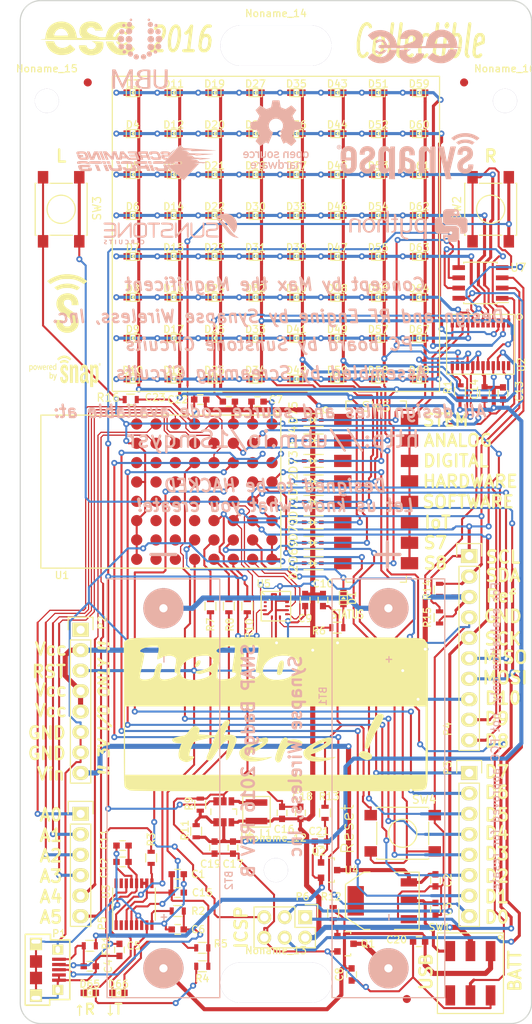
<source format=kicad_pcb>
(kicad_pcb (version 20171130) (host pcbnew "(5.1.12)-1")
  (title_block (title "SNAP Badge 2016") (date 2015-12-16) (rev A) (company "Synapse Wireless"))
  (layers (0 F.Cu signal) (31 B.Cu signal) (34 B.Paste user hide) (35 F.Paste user hide) (36 B.SilkS user hide) (37 F.SilkS user hide) (38 B.Mask user hide) (39 F.Mask user hide) (44 Edge.Cuts user))
  (net 0 "")
  (net 1 VCC)
  (net 2 "Net-(R1-Pad2)")
  (net 3 GND)
  (net 4 "Net-(U1-PadB5)")
  (net 5 "Net-(U1-PadC6)")
  (net 6 "Net-(U1-PadC7)")
  (net 7 "Net-(U1-PadC8)")
  (net 8 "Net-(U1-PadD4)")
  (net 9 "Net-(U1-PadD5)")
  (net 10 "Net-(U1-PadD6)")
  (net 11 "Net-(U1-PadD7)")
  (net 12 "Net-(U1-PadE4)")
  (net 13 "Net-(U1-PadE5)")
  (net 14 "Net-(U1-PadE6)")
  (net 15 "Net-(U1-PadE7)")
  (net 16 "Net-(U1-PadE8)")
  (net 17 "Net-(U1-PadF5)")
  (net 18 "Net-(U1-PadF6)")
  (net 19 "Net-(U1-PadF7)")
  (net 20 "Net-(U1-PadG6)")
  (net 21 "Net-(U1-PadG7)")
  (net 22 "Net-(U1-PadH6)")
  (net 23 "Net-(U1-PadH7)")
  (net 24 "Net-(C1-Pad1)")
  (net 25 /VREG_IN)
  (net 26 "Net-(C3-Pad1)")
  (net 27 "Net-(C4-Pad1)")
  (net 28 "Net-(C5-Pad1)")
  (net 29 "Net-(C6-Pad1)")
  (net 30 /LED_matrix/SEGA)
  (net 31 /LED_matrix/DIG0)
  (net 32 /LED_matrix/DIG1)
  (net 33 /LED_matrix/DIG2)
  (net 34 /LED_matrix/DIG3)
  (net 35 /LED_matrix/DIG4)
  (net 36 /LED_matrix/DIG5)
  (net 37 /LED_matrix/DIG6)
  (net 38 /LED_matrix/DIG7)
  (net 39 /LED_matrix/SEGB)
  (net 40 /LED_matrix/SEGC)
  (net 41 /LED_matrix/SEGD)
  (net 42 /LED_matrix/SEGE)
  (net 43 /LED_matrix/SEGF)
  (net 44 /LED_matrix/SEGG)
  (net 45 /LED_matrix/SEGDP)
  (net 46 /TXLED)
  (net 47 "Net-(D65-Pad2)")
  (net 48 /RXLED)
  (net 49 "Net-(D66-Pad2)")
  (net 50 "Net-(BT1-Pad2)")
  (net 51 "Net-(BT2-Pad1)")
  (net 52 "Net-(R2-Pad1)")
  (net 53 "Net-(R3-Pad1)")
  (net 54 /*IS_USB)
  (net 55 /USB_TXD)
  (net 56 /USB_RXD)
  (net 57 "Net-(U3-Pad2)")
  (net 58 "Net-(U3-Pad6)")
  (net 59 "Net-(U3-Pad15)")
  (net 60 "Net-(U3-Pad16)")
  (net 61 "Net-(BT1-Pad1)")
  (net 62 /LED_matrix/LED_3V)
  (net 63 "Net-(D1-Pad2)")
  (net 64 /STATUS_LED)
  (net 65 "Net-(D2-Pad1)")
  (net 66 "Net-(D69-Pad1)")
  (net 67 "Net-(D70-Pad1)")
  (net 68 "Net-(D71-Pad1)")
  (net 69 "Net-(D72-Pad1)")
  (net 70 "Net-(D73-Pad1)")
  (net 71 "Net-(D74-Pad1)")
  (net 72 "Net-(D75-Pad1)")
  (net 73 "Net-(L1-Pad1)")
  (net 74 "Net-(P2-Pad1)")
  (net 75 /*RESET)
  (net 76 /PD4)
  (net 77 /PB7)
  (net 78 /PB6)
  (net 79 /PE7)
  (net 80 /PB5)
  (net 81 /PE4)
  (net 82 /PE1)
  (net 83 /PE0)
  (net 84 I2C_SCL)
  (net 85 I2C_SDA)
  (net 86 /SCLK)
  (net 87 /MISO)
  (net 88 /MOSI)
  (net 89 /PE5)
  (net 90 /PE3)
  (net 91 /BTN_LFT)
  (net 92 /PF0)
  (net 93 /PF1)
  (net 94 /PF4)
  (net 95 /PF5)
  (net 96 /PF6)
  (net 97 /PF7)
  (net 98 "Net-(R7-Pad1)")
  (net 99 "Net-(R8-Pad1)")
  (net 100 "Net-(R11-Pad2)")
  (net 101 LED_PWR_EN)
  (net 102 "Net-(SW1-Pad4)")
  (net 103 /BTN_RT)
  (net 104 "Net-(U1-PadB1)")
  (net 105 /ACC_INT1)
  (net 106 /ACC_INT2)
  (net 107 "Net-(U2-Pad24)")
  (net 108 "Net-(U2-Pad11)")
  (net 109 /VIN_USB)
  (net 110 "Net-(C21-Pad2)")
  (net 111 "Net-(Q1-Pad1)")
  (net 112 /LED_matrix/LED_SDA)
  (net 113 /LED_matrix/LED_SCL)
  (net 114 "Net-(SW5-Pad10)")
  (net 115 "Net-(R16-Pad1)")
  (module Mounting_Holes:MountingHole_3mm (layer F.Cu) (at 203.708 34.036)
    (fp_text reference Noname_16 (at 0 -4.0005) (layer F.SilkS) (effects (font (size 0.889 0.889) (thickness 0.1524))))
    (fp_text value MountingHole_3mm)
    (pad 1 thru_hole circle (at 0 0) (size 3 3) (drill 3) (layers *.Cu *.Mask))
  )
  (module Mounting_Holes:MountingHole_3mm (layer F.Cu) (at 146.812 34.036)
    (fp_text reference Noname_15 (at 0 -4.0005) (layer F.SilkS) (effects (font (size 0.889 0.889) (thickness 0.1524))))
    (fp_text value MountingHole_3mm)
    (pad 1 thru_hole circle (at 0 0) (size 3 3) (drill 3) (layers *.Cu *.Mask))
  )
  (module Capacitors_SMD:C_0603 (layer F.Cu) (at 163.068 130.048)
    (fp_text reference C1 (at 2.54 0) (layer F.SilkS) (effects (font (size 0.889 0.889) (thickness 0.1524))))
    (fp_text value 0.1uF)
    (pad 1 smd rect (at -0.75 0) (size 0.8 0.75) (layers F.Cu F.Paste F.Mask) (net 24 "Net-(C1-Pad1)"))
    (pad 2 smd rect (at 0.75 0) (size 0.8 0.75) (layers F.Cu F.Paste F.Mask) (net 3 GND))
  )
  (module Capacitors_SMD:C_0603 (layer F.Cu) (at 195.072 130.81 270)
    (fp_text reference C2 (at 0 -1.524 270) (layer F.SilkS) (effects (font (size 0.889 0.889) (thickness 0.1524))))
    (fp_text value 0.1uF)
    (pad 1 smd rect (at -0.75 0 270) (size 0.8 0.75) (layers F.Cu F.Paste F.Mask) (net 25 /VREG_IN))
    (pad 2 smd rect (at 0.75 0 270) (size 0.8 0.75) (layers F.Cu F.Paste F.Mask) (net 3 GND))
  )
  (module Capacitors_SMD:C_0603 (layer F.Cu) (at 195.072 134.366 270)
    (fp_text reference C3 (at 0 -1.524 270) (layer F.SilkS) (effects (font (size 0.889 0.889) (thickness 0.1524))))
    (fp_text value 10uF)
    (pad 1 smd rect (at -0.75 0 270) (size 0.8 0.75) (layers F.Cu F.Paste F.Mask) (net 26 "Net-(C3-Pad1)"))
    (pad 2 smd rect (at 0.75 0 270) (size 0.8 0.75) (layers F.Cu F.Paste F.Mask) (net 3 GND))
  )
  (module Capacitors_SMD:C_0603 (layer F.Cu) (at 152.146 141.478)
    (fp_text reference C4 (at 2.286 0 90) (layer F.SilkS) (effects (font (size 0.889 0.889) (thickness 0.1524))))
    (fp_text value 10nF)
    (pad 1 smd rect (at -0.75 0) (size 0.8 0.75) (layers F.Cu F.Paste F.Mask) (net 27 "Net-(C4-Pad1)"))
    (pad 2 smd rect (at 0.75 0) (size 0.8 0.75) (layers F.Cu F.Paste F.Mask) (net 3 GND))
  )
  (module Capacitors_SMD:C_0603 (layer F.Cu) (at 155.829 139.446 270)
    (fp_text reference C5 (at -0.508 -1.778) (layer F.SilkS) (effects (font (size 0.889 0.889) (thickness 0.1524))))
    (fp_text value 47pF)
    (pad 1 smd rect (at -0.75 0 270) (size 0.8 0.75) (layers F.Cu F.Paste F.Mask) (net 28 "Net-(C5-Pad1)"))
    (pad 2 smd rect (at 0.75 0 270) (size 0.8 0.75) (layers F.Cu F.Paste F.Mask) (net 3 GND))
  )
  (module Capacitors_SMD:C_0603 (layer F.Cu) (at 163.068 136.906 180)
    (fp_text reference C6 (at -2.54 0) (layer F.SilkS) (effects (font (size 0.889 0.889) (thickness 0.1524))))
    (fp_text value 47pF)
    (pad 1 smd rect (at -0.75 0 180) (size 0.8 0.75) (layers F.Cu F.Paste F.Mask) (net 29 "Net-(C6-Pad1)"))
    (pad 2 smd rect (at 0.75 0 180) (size 0.8 0.75) (layers F.Cu F.Paste F.Mask) (net 3 GND))
  )
  (module Resistors_SMD:R_0603 (layer F.Cu) (at 152.146 138.938)
    (fp_text reference FB1 (at 2.032 0 90) (layer F.SilkS) (effects (font (size 0.889 0.889) (thickness 0.1524))))
    (fp_text value "600 OHM 500MA")
    (pad 1 smd rect (at -0.75 0) (size 0.5 0.9) (layers F.Cu F.Paste F.Mask) (net 27 "Net-(C4-Pad1)"))
    (pad 2 smd rect (at 0.75 0) (size 0.5 0.9) (layers F.Cu F.Paste F.Mask) (net 109 /VIN_USB))
  )
  (module TO_SOT_Packages_SMD:SOT-23 (layer F.Cu) (at 183.896 138.684 270)
    (fp_text reference Q1 (at 0 -2.794) (layer F.SilkS) (effects (font (size 0.889 0.889) (thickness 0.1524))))
    (fp_text value ZXMN2F30FHCT-ND)
    (pad 1 smd rect (at -0.95 1.00076 270) (size 0.8001 0.8001) (layers F.Cu F.Paste F.Mask) (net 111 "Net-(Q1-Pad1)"))
    (pad 2 smd rect (at 0.95 1.00076 270) (size 0.8001 0.8001) (layers F.Cu F.Paste F.Mask) (net 3 GND))
    (pad 3 smd rect (at 0 -0.99822 270) (size 0.8001 0.8001) (layers F.Cu F.Paste F.Mask) (net 50 "Net-(BT1-Pad2)"))
  )
  (module Resistors_SMD:R_0603 (layer F.Cu) (at 163.068 134.62)
    (fp_text reference R2 (at 2.54 0 180) (layer F.SilkS) (effects (font (size 0.889 0.889) (thickness 0.1524))))
    (fp_text value 27)
    (pad 1 smd rect (at -0.75 0) (size 0.5 0.9) (layers F.Cu F.Paste F.Mask) (net 52 "Net-(R2-Pad1)"))
    (pad 2 smd rect (at 0.75 0) (size 0.5 0.9) (layers F.Cu F.Paste F.Mask) (net 29 "Net-(C6-Pad1)"))
  )
  (module Resistors_SMD:R_0603 (layer F.Cu) (at 159.766 128.016 90)
    (fp_text reference R3 (at 2.286 0 90) (layer F.SilkS) (effects (font (size 0.889 0.889) (thickness 0.1524))))
    (fp_text value 27)
    (pad 1 smd rect (at -0.75 0 90) (size 0.5 0.9) (layers F.Cu F.Paste F.Mask) (net 53 "Net-(R3-Pad1)"))
    (pad 2 smd rect (at 0.75 0 90) (size 0.5 0.9) (layers F.Cu F.Paste F.Mask) (net 28 "Net-(C5-Pad1)"))
  )
  (module Resistors_SMD:R_0603 (layer F.Cu) (at 166.116 141.478 180)
    (fp_text reference R4 (at 0 -1.524) (layer F.SilkS) (effects (font (size 0.889 0.889) (thickness 0.1524))))
    (fp_text value 270)
    (pad 1 smd rect (at -0.75 0 180) (size 0.5 0.9) (layers F.Cu F.Paste F.Mask) (net 24 "Net-(C1-Pad1)"))
    (pad 2 smd rect (at 0.75 0 180) (size 0.5 0.9) (layers F.Cu F.Paste F.Mask) (net 47 "Net-(D65-Pad2)"))
  )
  (module Resistors_SMD:R_0603 (layer F.Cu) (at 166.116 139.192 180)
    (fp_text reference R5 (at -2.286 0.508 180) (layer F.SilkS) (effects (font (size 0.889 0.889) (thickness 0.1524))))
    (fp_text value 270)
    (pad 1 smd rect (at -0.75 0 180) (size 0.5 0.9) (layers F.Cu F.Paste F.Mask) (net 24 "Net-(C1-Pad1)"))
    (pad 2 smd rect (at 0.75 0 180) (size 0.5 0.9) (layers F.Cu F.Paste F.Mask) (net 49 "Net-(D66-Pad2)"))
  )
  (module Housings_SSOP:SSOP-16_3.9x4.9mm_Pitch0.635mm (layer F.Cu) (at 157.637 133.777 90)
    (fp_text reference U3 (at 1.56972 -3.45948 270) (layer F.SilkS) (effects (font (size 0.889 0.889) (thickness 0.1524))))
    (fp_text value FT230XS)
    (pad 1 smd rect (at -2.6 -2.2225 90) (size 1.2 0.4) (layers F.Cu F.Paste F.Mask) (net 98 "Net-(R7-Pad1)"))
    (pad 2 smd rect (at -2.6 -1.5875 90) (size 1.2 0.4) (layers F.Cu F.Paste F.Mask) (net 57 "Net-(U3-Pad2)"))
    (pad 3 smd rect (at -2.6 -0.9525 90) (size 1.2 0.4) (layers F.Cu F.Paste F.Mask) (net 24 "Net-(C1-Pad1)"))
    (pad 4 smd rect (at -2.6 -0.3175 90) (size 1.2 0.4) (layers F.Cu F.Paste F.Mask) (net 99 "Net-(R8-Pad1)"))
    (pad 5 smd rect (at -2.6 0.3175 90) (size 1.2 0.4) (layers F.Cu F.Paste F.Mask) (net 3 GND))
    (pad 6 smd rect (at -2.6 0.9525 90) (size 1.2 0.4) (layers F.Cu F.Paste F.Mask) (net 58 "Net-(U3-Pad6)"))
    (pad 7 smd rect (at -2.6 1.5875 90) (size 1.2 0.4) (layers F.Cu F.Paste F.Mask) (net 48 /RXLED))
    (pad 8 smd rect (at -2.6 2.2225 90) (size 1.2 0.4) (layers F.Cu F.Paste F.Mask) (net 52 "Net-(R2-Pad1)"))
    (pad 9 smd rect (at 2.6 2.2225 90) (size 1.2 0.4) (layers F.Cu F.Paste F.Mask) (net 53 "Net-(R3-Pad1)"))
    (pad 10 smd rect (at 2.6 1.5875 90) (size 1.2 0.4) (layers F.Cu F.Paste F.Mask) (net 24 "Net-(C1-Pad1)"))
    (pad 11 smd rect (at 2.6 0.9525 90) (size 1.2 0.4) (layers F.Cu F.Paste F.Mask) (net 24 "Net-(C1-Pad1)"))
    (pad 12 smd rect (at 2.6 0.3175 90) (size 1.2 0.4) (layers F.Cu F.Paste F.Mask) (net 109 /VIN_USB))
    (pad 13 smd rect (at 2.6 -0.3175 90) (size 1.2 0.4) (layers F.Cu F.Paste F.Mask) (net 3 GND))
    (pad 14 smd rect (at 2.6 -0.9525 90) (size 1.2 0.4) (layers F.Cu F.Paste F.Mask) (net 46 /TXLED))
    (pad 15 smd rect (at 2.6 -1.5875 90) (size 1.2 0.4) (layers F.Cu F.Paste F.Mask) (net 59 "Net-(U3-Pad15)"))
    (pad 16 smd rect (at 2.6 -2.2225 90) (size 1.2 0.4) (layers F.Cu F.Paste F.Mask) (net 60 "Net-(U3-Pad16)"))
  )
  (module TO_SOT_Packages_SMD:SOT-223 (layer F.Cu) (at 188.468 133.35 90)
    (fp_text reference U4 (at 3.81 -3.81 180) (layer F.SilkS) (effects (font (size 0.889 0.889) (thickness 0.1524))))
    (fp_text value LD1117S33CTR)
    (pad 4 smd rect (at 0 -3.302 90) (size 3.6576 2.032) (layers F.Cu F.Paste F.Mask))
    (pad 2 smd rect (at 0 3.302 90) (size 1.016 2.032) (layers F.Cu F.Paste F.Mask) (net 26 "Net-(C3-Pad1)"))
    (pad 3 smd rect (at 2.286 3.302 90) (size 1.016 2.032) (layers F.Cu F.Paste F.Mask) (net 25 /VREG_IN))
    (pad 1 smd rect (at -2.286 3.302 90) (size 1.016 2.032) (layers F.Cu F.Paste F.Mask) (net 3 GND))
  )
  (module Capacitors_SMD:C_0603 (layer F.Cu) (at 172.974 71.374)
    (fp_text reference C7 (at 2.286 -0.254) (layer F.SilkS) (effects (font (size 0.889 0.889) (thickness 0.1524))))
    (fp_text value 22uF)
    (pad 1 smd rect (at -0.75 0) (size 0.8 0.75) (layers F.Cu F.Paste F.Mask) (net 1 VCC))
    (pad 2 smd rect (at 0.75 0) (size 0.8 0.75) (layers F.Cu F.Paste F.Mask) (net 3 GND))
  )
  (module Capacitors_SMD:C_0603 (layer F.Cu) (at 184.658 142.494 270)
    (fp_text reference C8 (at 0 1.524 270) (layer F.SilkS) (effects (font (size 0.889 0.889) (thickness 0.1524))))
    (fp_text value 22uF)
    (pad 1 smd rect (at -0.75 0 270) (size 0.8 0.75) (layers F.Cu F.Paste F.Mask) (net 51 "Net-(BT2-Pad1)"))
    (pad 2 smd rect (at 0.75 0 270) (size 0.8 0.75) (layers F.Cu F.Paste F.Mask) (net 3 GND))
  )
  (module Capacitors_SMD:C_0603 (layer F.Cu) (at 178.892 96.012 270)
    (fp_text reference C9 (at 2.286 0) (layer F.SilkS) (effects (font (size 0.889 0.889) (thickness 0.1524))))
    (fp_text value 4.7uF)
    (pad 1 smd rect (at -0.75 0 270) (size 0.8 0.75) (layers F.Cu F.Paste F.Mask) (net 1 VCC))
    (pad 2 smd rect (at 0.75 0 270) (size 0.8 0.75) (layers F.Cu F.Paste F.Mask) (net 3 GND))
  )
  (module Capacitors_SMD:C_0603 (layer F.Cu) (at 181.102 96.012 270)
    (fp_text reference C10 (at -2.032 0) (layer F.SilkS) (effects (font (size 0.889 0.889) (thickness 0.1524))))
    (fp_text value 0.1uF)
    (pad 1 smd rect (at -0.75 0 270) (size 0.8 0.75) (layers F.Cu F.Paste F.Mask) (net 1 VCC))
    (pad 2 smd rect (at 0.75 0 270) (size 0.8 0.75) (layers F.Cu F.Paste F.Mask) (net 3 GND))
  )
  (module Capacitors_SMD:C_0603 (layer F.Cu) (at 156.21 126.492 180)
    (fp_text reference C11 (at 2.286 0.762 270) (layer F.SilkS) (effects (font (size 0.889 0.889) (thickness 0.1524))))
    (fp_text value 4.7uF)
    (pad 1 smd rect (at -0.75 0 180) (size 0.8 0.75) (layers F.Cu F.Paste F.Mask) (net 109 /VIN_USB))
    (pad 2 smd rect (at 0.75 0 180) (size 0.8 0.75) (layers F.Cu F.Paste F.Mask) (net 3 GND))
  )
  (module Capacitors_SMD:C_0603 (layer F.Cu) (at 156.21 128.524 180)
    (fp_text reference C12 (at 2.286 -0.762 270) (layer F.SilkS) (effects (font (size 0.889 0.889) (thickness 0.1524))))
    (fp_text value 0.1uF)
    (pad 1 smd rect (at -0.75 0 180) (size 0.8 0.75) (layers F.Cu F.Paste F.Mask) (net 109 /VIN_USB))
    (pad 2 smd rect (at 0.75 0 180) (size 0.8 0.75) (layers F.Cu F.Paste F.Mask) (net 3 GND))
  )
  (module Capacitors_SMD:C_0603 (layer F.Cu) (at 203.454 70.358 270)
    (fp_text reference C13 (at -0.254 -2.032 90) (layer F.SilkS) (effects (font (size 0.889 0.889) (thickness 0.1524))))
    (fp_text value 4.7uF)
    (pad 1 smd rect (at -0.75 0 270) (size 0.8 0.75) (layers F.Cu F.Paste F.Mask) (net 62 /LED_matrix/LED_3V))
    (pad 2 smd rect (at 0.75 0 270) (size 0.8 0.75) (layers F.Cu F.Paste F.Mask) (net 3 GND))
  )
  (module Capacitors_SMD:C_0603 (layer F.Cu) (at 201.168 70.358 270)
    (fp_text reference C14 (at -0.508 1.27 90) (layer F.SilkS) (effects (font (size 0.889 0.889) (thickness 0.1524))))
    (fp_text value 0.1uF)
    (pad 1 smd rect (at -0.75 0 270) (size 0.8 0.75) (layers F.Cu F.Paste F.Mask) (net 62 /LED_matrix/LED_3V))
    (pad 2 smd rect (at 0.75 0 270) (size 0.8 0.75) (layers F.Cu F.Paste F.Mask) (net 3 GND))
  )
  (module Capacitors_SMD:C_0603 (layer F.Cu) (at 163.068 132.334)
    (fp_text reference C15 (at 3.048 0) (layer F.SilkS) (effects (font (size 0.889 0.889) (thickness 0.1524))))
    (fp_text value 4.7uF)
    (pad 1 smd rect (at -0.75 0) (size 0.8 0.75) (layers F.Cu F.Paste F.Mask) (net 24 "Net-(C1-Pad1)"))
    (pad 2 smd rect (at 0.75 0) (size 0.8 0.75) (layers F.Cu F.Paste F.Mask) (net 3 GND))
  )
  (module Capacitors_SMD:C_0603 (layer F.Cu) (at 176.022 122.428 90)
    (fp_text reference C16 (at -2.032 0.254) (layer F.SilkS) (effects (font (size 0.889 0.889) (thickness 0.1524))))
    (fp_text value 10uF)
    (pad 1 smd rect (at -0.75 0 90) (size 0.8 0.75) (layers F.Cu F.Paste F.Mask) (net 1 VCC))
    (pad 2 smd rect (at 0.75 0 90) (size 0.8 0.75) (layers F.Cu F.Paste F.Mask) (net 3 GND))
  )
  (module Capacitors_SMD:C_0603 (layer F.Cu) (at 169.926 126.746 270)
    (fp_text reference C17 (at 2.032 0) (layer F.SilkS) (effects (font (size 0.889 0.889) (thickness 0.1524))))
    (fp_text value 4.7uF)
    (pad 1 smd rect (at -0.75 0 270) (size 0.8 0.75) (layers F.Cu F.Paste F.Mask) (net 62 /LED_matrix/LED_3V))
    (pad 2 smd rect (at 0.75 0 270) (size 0.8 0.75) (layers F.Cu F.Paste F.Mask) (net 3 GND))
  )
  (module Capacitors_SMD:C_0603 (layer F.Cu) (at 178.308 122.428 90)
    (fp_text reference C18 (at 2.032 0.254) (layer F.SilkS) (effects (font (size 0.889 0.889) (thickness 0.1524))))
    (fp_text value 0.1uF)
    (pad 1 smd rect (at -0.75 0 90) (size 0.8 0.75) (layers F.Cu F.Paste F.Mask) (net 1 VCC))
    (pad 2 smd rect (at 0.75 0 90) (size 0.8 0.75) (layers F.Cu F.Paste F.Mask) (net 3 GND))
  )
  (module Capacitors_SMD:C_0603 (layer F.Cu) (at 167.64 126.746 270)
    (fp_text reference C19 (at 2.032 0.508) (layer F.SilkS) (effects (font (size 0.889 0.889) (thickness 0.1524))))
    (fp_text value 4.7uF)
    (pad 1 smd rect (at -0.75 0 270) (size 0.8 0.75) (layers F.Cu F.Paste F.Mask) (net 62 /LED_matrix/LED_3V))
    (pad 2 smd rect (at 0.75 0 270) (size 0.8 0.75) (layers F.Cu F.Paste F.Mask) (net 3 GND))
  )
  (module Resistors_SMD:R_0603 (layer F.Cu) (at 182.88 99.441)
    (fp_text reference R6 (at -2.286 0.381 180) (layer F.SilkS) (effects (font (size 0.889 0.889) (thickness 0.1524))))
    (fp_text value 270)
    (pad 1 smd rect (at -0.75 0) (size 0.5 0.9) (layers F.Cu F.Paste F.Mask) (net 1 VCC))
    (pad 2 smd rect (at 0.75 0) (size 0.5 0.9) (layers F.Cu F.Paste F.Mask) (net 63 "Net-(D1-Pad2)"))
  )
  (module Resistors_SMD:R_0603 (layer F.Cu) (at 167.132 96.774 90)
    (fp_text reference R7 (at -2.286 0 90) (layer F.SilkS) (effects (font (size 0.889 0.889) (thickness 0.1524))))
    (fp_text value 1k)
    (pad 1 smd rect (at -0.75 0 90) (size 0.5 0.9) (layers F.Cu F.Paste F.Mask) (net 98 "Net-(R7-Pad1)"))
    (pad 2 smd rect (at 0.75 0 90) (size 0.5 0.9) (layers F.Cu F.Paste F.Mask) (net 55 /USB_TXD))
  )
  (module Resistors_SMD:R_0603 (layer F.Cu) (at 169.418 96.774 90)
    (fp_text reference R8 (at -2.286 0.127 270) (layer F.SilkS) (effects (font (size 0.889 0.889) (thickness 0.1524))))
    (fp_text value 1k)
    (pad 1 smd rect (at -0.75 0 90) (size 0.5 0.9) (layers F.Cu F.Paste F.Mask) (net 99 "Net-(R8-Pad1)"))
    (pad 2 smd rect (at 0.75 0 90) (size 0.5 0.9) (layers F.Cu F.Paste F.Mask) (net 56 /USB_RXD))
  )
  (module Resistors_SMD:R_0603 (layer F.Cu) (at 165.862 121.412 270)
    (fp_text reference R9 (at -0.127 1.397 90) (layer F.SilkS) (effects (font (size 0.889 0.889) (thickness 0.1524))))
    (fp_text value 200k)
    (pad 1 smd rect (at -0.75 0 270) (size 0.5 0.9) (layers F.Cu F.Paste F.Mask) (net 3 GND))
    (pad 2 smd rect (at 0.75 0 270) (size 0.5 0.9) (layers F.Cu F.Paste F.Mask) (net 100 "Net-(R11-Pad2)"))
  )
  (module Resistors_SMD:R_0603 (layer F.Cu) (at 171.704 96.774 90)
    (fp_text reference R10 (at -2.794 0.254 270) (layer F.SilkS) (effects (font (size 0.889 0.889) (thickness 0.1524))))
    (fp_text value 100k)
    (pad 1 smd rect (at -0.75 0 90) (size 0.5 0.9) (layers F.Cu F.Paste F.Mask) (net 3 GND))
    (pad 2 smd rect (at 0.75 0 90) (size 0.5 0.9) (layers F.Cu F.Paste F.Mask) (net 101 LED_PWR_EN))
  )
  (module Resistors_SMD:R_0603 (layer F.Cu) (at 165.354 124.714 90)
    (fp_text reference R11 (at 0.127 -1.397 270) (layer F.SilkS) (effects (font (size 0.889 0.889) (thickness 0.1524))))
    (fp_text value 1M)
    (pad 1 smd rect (at -0.75 0 90) (size 0.5 0.9) (layers F.Cu F.Paste F.Mask) (net 62 /LED_matrix/LED_3V))
    (pad 2 smd rect (at 0.75 0 90) (size 0.5 0.9) (layers F.Cu F.Paste F.Mask) (net 100 "Net-(R11-Pad2)"))
  )
  (module TO_SOT_Packages_SMD:TSOT-6-MK06A (layer F.Cu) (at 168.783 122.301 180)
    (fp_text reference U6 (at -2.921 -2.921) (layer F.SilkS) (effects (font (size 0.889 0.889) (thickness 0.1524))))
    (fp_text value TPS61070)
    (pad 1 smd rect (at -0.94996 1.30048 180) (size 0.69088 1.00076) (layers F.Cu F.Paste F.Mask) (net 73 "Net-(L1-Pad1)"))
    (pad 2 smd rect (at 0 1.30048 180) (size 0.69088 1.00076) (layers F.Cu F.Paste F.Mask) (net 3 GND))
    (pad 3 smd rect (at 0.94996 1.30048 180) (size 0.69088 1.00076) (layers F.Cu F.Paste F.Mask) (net 101 LED_PWR_EN))
    (pad 4 smd rect (at 0.94996 -1.30048 180) (size 0.69088 1.00076) (layers F.Cu F.Paste F.Mask) (net 100 "Net-(R11-Pad2)"))
    (pad 5 smd rect (at 0 -1.30048 180) (size 0.69088 1.00076) (layers F.Cu F.Paste F.Mask) (net 62 /LED_matrix/LED_3V))
    (pad 6 smd rect (at -0.94996 -1.30048 180) (size 0.69088 1.00076) (layers F.Cu F.Paste F.Mask) (net 1 VCC))
  )
  (module Capacitors_SMD:C_0603 (layer F.Cu) (at 193.04 138.43 180)
    (fp_text reference C20 (at 2.794 0.254 180) (layer F.SilkS) (effects (font (size 0.889 0.889) (thickness 0.1524))))
    (fp_text value 0.1uF)
    (pad 1 smd rect (at -0.75 0 180) (size 0.8 0.75) (layers F.Cu F.Paste F.Mask) (net 51 "Net-(BT2-Pad1)"))
    (pad 2 smd rect (at 0.75 0 180) (size 0.8 0.75) (layers F.Cu F.Paste F.Mask) (net 3 GND))
  )
  (module Capacitors_SMD:C_0603 (layer F.Cu) (at 180.848 125.984)
    (fp_text reference C21 (at -0.254 -1.27 180) (layer F.SilkS) (effects (font (size 0.889 0.889) (thickness 0.1524))))
    (fp_text value 0.1uF)
    (pad 1 smd rect (at -0.75 0) (size 0.8 0.75) (layers F.Cu F.Paste F.Mask) (net 109 /VIN_USB))
    (pad 2 smd rect (at 0.75 0) (size 0.8 0.75) (layers F.Cu F.Paste F.Mask) (net 110 "Net-(C21-Pad2)"))
  )
  (module Capacitors_SMD:C_0603 (layer F.Cu) (at 169.418 71.374 180)
    (fp_text reference C22 (at 6.35 0.254) (layer F.SilkS) (effects (font (size 0.889 0.889) (thickness 0.1524))))
    (fp_text value 22uF)
    (pad 1 smd rect (at -0.75 0 180) (size 0.8 0.75) (layers F.Cu F.Paste F.Mask) (net 1 VCC))
    (pad 2 smd rect (at 0.75 0 180) (size 0.8 0.75) (layers F.Cu F.Paste F.Mask) (net 3 GND))
  )
  (module Capacitors_SMD:C_0603 (layer F.Cu) (at 165.862 71.12 180)
    (fp_text reference C23 (at 5.588 0.254 180) (layer F.SilkS) (effects (font (size 0.889 0.889) (thickness 0.1524))))
    (fp_text value 22uF)
    (pad 1 smd rect (at -0.75 0 180) (size 0.8 0.75) (layers F.Cu F.Paste F.Mask) (net 1 VCC))
    (pad 2 smd rect (at 0.75 0 180) (size 0.8 0.75) (layers F.Cu F.Paste F.Mask) (net 3 GND))
  )
  (module TO_SOT_Packages_SMD:SOT-23 (layer F.Cu) (at 181.864 129.54 270)
    (fp_text reference Q2 (at -2.286 1.27) (layer F.SilkS) (effects (font (size 0.889 0.889) (thickness 0.1524))))
    (fp_text value Si2305DS)
    (pad 1 smd rect (at -0.95 1.00076 270) (size 0.8001 0.8001) (layers F.Cu F.Paste F.Mask) (net 110 "Net-(C21-Pad2)"))
    (pad 2 smd rect (at 0.95 1.00076 270) (size 0.8001 0.8001) (layers F.Cu F.Paste F.Mask) (net 109 /VIN_USB))
    (pad 3 smd rect (at 0 -0.99822 270) (size 0.8001 0.8001) (layers F.Cu F.Paste F.Mask) (net 25 /VREG_IN))
  )
  (module Resistors_SMD:R_0603 (layer F.Cu) (at 182.372 134.874 270)
    (fp_text reference R12 (at -2.032 0.254 180) (layer F.SilkS) (effects (font (size 0.889 0.889) (thickness 0.1524))))
    (fp_text value 100k)
    (pad 1 smd rect (at -0.75 0 270) (size 0.5 0.9) (layers F.Cu F.Paste F.Mask) (net 51 "Net-(BT2-Pad1)"))
    (pad 2 smd rect (at 0.75 0 270) (size 0.5 0.9) (layers F.Cu F.Paste F.Mask) (net 111 "Net-(Q1-Pad1)"))
  )
  (module Resistors_SMD:R_0603 (layer F.Cu) (at 181.356 122.428 270)
    (fp_text reference R13 (at -2.032 -0.508) (layer F.SilkS) (effects (font (size 0.889 0.889) (thickness 0.1524))))
    (fp_text value 39k)
    (pad 1 smd rect (at -0.75 0 270) (size 0.5 0.9) (layers F.Cu F.Paste F.Mask) (net 3 GND))
    (pad 2 smd rect (at 0.75 0 270) (size 0.5 0.9) (layers F.Cu F.Paste F.Mask) (net 110 "Net-(C21-Pad2)"))
  )
  (module Resistors_SMD:R_0603 (layer F.Cu) (at 195.58 94.742 90)
    (fp_text reference R14 (at 0 -1.524 90) (layer F.SilkS) (effects (font (size 0.889 0.889) (thickness 0.1524))))
    (fp_text value 4.7k)
    (pad 1 smd rect (at -0.75 0 90) (size 0.5 0.9) (layers F.Cu F.Paste F.Mask) (net 1 VCC))
    (pad 2 smd rect (at 0.75 0 90) (size 0.5 0.9) (layers F.Cu F.Paste F.Mask) (net 85 I2C_SDA))
  )
  (module Resistors_SMD:R_0603 (layer F.Cu) (at 195.58 98.171 90)
    (fp_text reference R15 (at 0 -1.524 90) (layer F.SilkS) (effects (font (size 0.889 0.889) (thickness 0.1524))))
    (fp_text value 4.7k)
    (pad 1 smd rect (at -0.75 0 90) (size 0.5 0.9) (layers F.Cu F.Paste F.Mask) (net 1 VCC))
    (pad 2 smd rect (at 0.75 0 90) (size 0.5 0.9) (layers F.Cu F.Paste F.Mask) (net 84 I2C_SCL))
  )
  (module Resistors_SMD:R_0603 (layer F.Cu) (at 198.12 70.104 90)
    (fp_text reference R1 (at 0.508 -1.524 270) (layer F.SilkS) (effects (font (size 0.889 0.889) (thickness 0.1524))))
    (fp_text value 10k)
    (pad 1 smd rect (at -0.75 0 90) (size 0.5 0.9) (layers F.Cu F.Paste F.Mask) (net 62 /LED_matrix/LED_3V))
    (pad 2 smd rect (at 0.75 0 90) (size 0.5 0.9) (layers F.Cu F.Paste F.Mask) (net 2 "Net-(R1-Pad2)"))
  )
  (module Synapse:LanyardSlot (layer F.Cu) (at 175.26 27.178)
    (fp_text reference Noname_14 (at 0 -4) (layer F.SilkS) (effects (font (size 0.889 0.889) (thickness 0.1524))))
    (fp_text value LanyardSlot)
    (pad 1 thru_hole oval (at 0 0) (size 13.8 5) (drill oval 13.8 5) (layers *.Cu *.Mask))
  )
  (module Synapse:LanyardSlot (layer F.Cu) (at 175.26 143.51)
    (fp_text reference Noname_13 (at 0 -4) (layer F.SilkS) (effects (font (size 0.889 0.889) (thickness 0.1524))))
    (fp_text value LanyardSlot)
    (pad 1 thru_hole oval (at 0 0) (size 13.8 5) (drill oval 13.8 5) (layers *.Cu *.Mask))
  )
  (module Socket_Strips:Socket_Strip_Straight_1x08 (layer F.Cu) (at 151.003 99.695 270)
    (fp_text reference P2 (at -0.889 -2.667 270) (layer F.SilkS) (effects (font (size 0.889 0.889) (thickness 0.1524))))
    (fp_text value CONN_01X08)
    (pad 1 thru_hole rect (at 0 0 270) (size 1.7272 2.032) (drill 1.016) (layers *.Cu *.Mask F.SilkS) (net 74 "Net-(P2-Pad1)"))
    (pad 2 thru_hole oval (at 2.54 0 270) (size 1.7272 2.032) (drill 1.016) (layers *.Cu *.Mask F.SilkS) (net 1 VCC))
    (pad 3 thru_hole oval (at 5.08 0 270) (size 1.7272 2.032) (drill 1.016) (layers *.Cu *.Mask F.SilkS) (net 75 /*RESET))
    (pad 4 thru_hole oval (at 7.62 0 270) (size 1.7272 2.032) (drill 1.016) (layers *.Cu *.Mask F.SilkS) (net 1 VCC))
    (pad 5 thru_hole oval (at 10.16 0 270) (size 1.7272 2.032) (drill 1.016) (layers *.Cu *.Mask F.SilkS) (net 1 VCC))
    (pad 6 thru_hole oval (at 12.7 0 270) (size 1.7272 2.032) (drill 1.016) (layers *.Cu *.Mask F.SilkS) (net 3 GND))
    (pad 7 thru_hole oval (at 15.24 0 270) (size 1.7272 2.032) (drill 1.016) (layers *.Cu *.Mask F.SilkS) (net 3 GND))
    (pad 8 thru_hole oval (at 17.78 0 270) (size 1.7272 2.032) (drill 1.016) (layers *.Cu *.Mask F.SilkS) (net 25 /VREG_IN))
  )
  (module Socket_Strips:Socket_Strip_Straight_1x08 (layer F.Cu) (at 199.263 117.475 270)
    (fp_text reference P3 (at -0.635 2.667 270) (layer F.SilkS) (effects (font (size 0.889 0.889) (thickness 0.1524))))
    (fp_text value CONN_01X08)
    (pad 1 thru_hole rect (at 0 0 270) (size 1.7272 2.032) (drill 1.016) (layers *.Cu *.Mask F.SilkS) (net 76 /PD4))
    (pad 2 thru_hole oval (at 2.54 0 270) (size 1.7272 2.032) (drill 1.016) (layers *.Cu *.Mask F.SilkS) (net 77 /PB7))
    (pad 3 thru_hole oval (at 5.08 0 270) (size 1.7272 2.032) (drill 1.016) (layers *.Cu *.Mask F.SilkS) (net 78 /PB6))
    (pad 4 thru_hole oval (at 7.62 0 270) (size 1.7272 2.032) (drill 1.016) (layers *.Cu *.Mask F.SilkS) (net 79 /PE7))
    (pad 5 thru_hole oval (at 10.16 0 270) (size 1.7272 2.032) (drill 1.016) (layers *.Cu *.Mask F.SilkS) (net 80 /PB5))
    (pad 6 thru_hole oval (at 12.7 0 270) (size 1.7272 2.032) (drill 1.016) (layers *.Cu *.Mask F.SilkS) (net 81 /PE4))
    (pad 7 thru_hole oval (at 15.24 0 270) (size 1.7272 2.032) (drill 1.016) (layers *.Cu *.Mask F.SilkS) (net 82 /PE1))
    (pad 8 thru_hole oval (at 17.78 0 270) (size 1.7272 2.032) (drill 1.016) (layers *.Cu *.Mask F.SilkS) (net 83 /PE0))
  )
  (module Socket_Strips:Socket_Strip_Straight_1x10 (layer F.Cu) (at 199.263 90.551 270)
    (fp_text reference P4 (at 21.463 2.667 270) (layer F.SilkS) (effects (font (size 0.889 0.889) (thickness 0.1524))))
    (fp_text value CONN_01X10)
    (pad 1 thru_hole rect (at 0 0 270) (size 1.7272 2.032) (drill 1.016) (layers *.Cu *.Mask F.SilkS) (net 84 I2C_SCL))
    (pad 2 thru_hole oval (at 2.54 0 270) (size 1.7272 2.032) (drill 1.016) (layers *.Cu *.Mask F.SilkS) (net 85 I2C_SDA))
    (pad 3 thru_hole oval (at 5.08 0 270) (size 1.7272 2.032) (drill 1.016) (layers *.Cu *.Mask F.SilkS) (net 1 VCC))
    (pad 4 thru_hole oval (at 7.62 0 270) (size 1.7272 2.032) (drill 1.016) (layers *.Cu *.Mask F.SilkS) (net 3 GND))
    (pad 5 thru_hole oval (at 10.16 0 270) (size 1.7272 2.032) (drill 1.016) (layers *.Cu *.Mask F.SilkS) (net 86 /SCLK))
    (pad 6 thru_hole oval (at 12.7 0 270) (size 1.7272 2.032) (drill 1.016) (layers *.Cu *.Mask F.SilkS) (net 87 /MISO))
    (pad 7 thru_hole oval (at 15.24 0 270) (size 1.7272 2.032) (drill 1.016) (layers *.Cu *.Mask F.SilkS) (net 88 /MOSI))
    (pad 8 thru_hole oval (at 17.78 0 270) (size 1.7272 2.032) (drill 1.016) (layers *.Cu *.Mask F.SilkS) (net 89 /PE5))
    (pad 9 thru_hole oval (at 20.32 0 270) (size 1.7272 2.032) (drill 1.016) (layers *.Cu *.Mask F.SilkS) (net 90 /PE3))
    (pad 10 thru_hole oval (at 22.86 0 270) (size 1.7272 2.032) (drill 1.016) (layers *.Cu *.Mask F.SilkS) (net 91 /BTN_LFT))
  )
  (module Socket_Strips:Socket_Strip_Straight_1x06 (layer F.Cu) (at 151.003 122.555 270)
    (fp_text reference P5 (at 13.589 -2.667 270) (layer F.SilkS) (effects (font (size 0.889 0.889) (thickness 0.1524))))
    (fp_text value CONN_01X06)
    (pad 1 thru_hole rect (at 0 0 270) (size 1.7272 2.032) (drill 1.016) (layers *.Cu *.Mask F.SilkS) (net 92 /PF0))
    (pad 2 thru_hole oval (at 2.54 0 270) (size 1.7272 2.032) (drill 1.016) (layers *.Cu *.Mask F.SilkS) (net 93 /PF1))
    (pad 3 thru_hole oval (at 5.08 0 270) (size 1.7272 2.032) (drill 1.016) (layers *.Cu *.Mask F.SilkS) (net 94 /PF4))
    (pad 4 thru_hole oval (at 7.62 0 270) (size 1.7272 2.032) (drill 1.016) (layers *.Cu *.Mask F.SilkS) (net 95 /PF5))
    (pad 5 thru_hole oval (at 10.16 0 270) (size 1.7272 2.032) (drill 1.016) (layers *.Cu *.Mask F.SilkS) (net 96 /PF6))
    (pad 6 thru_hole oval (at 12.7 0 270) (size 1.7272 2.032) (drill 1.016) (layers *.Cu *.Mask F.SilkS) (net 97 /PF7))
  )
  (module Pin_Headers:Pin_Header_Straight_2x03 (layer F.Cu) (at 178.892 135.382 270)
    (fp_text reference P6 (at -2.54 0.3302) (layer F.SilkS) (effects (font (size 0.889 0.889) (thickness 0.1524))))
    (fp_text value CONN_02X03)
    (pad 1 thru_hole rect (at 0 0 270) (size 1.7272 1.7272) (drill 1.016) (layers *.Cu *.Mask F.SilkS) (net 87 /MISO))
    (pad 2 thru_hole oval (at 2.54 0 270) (size 1.7272 1.7272) (drill 1.016) (layers *.Cu *.Mask F.SilkS) (net 1 VCC))
    (pad 3 thru_hole oval (at 0 2.54 270) (size 1.7272 1.7272) (drill 1.016) (layers *.Cu *.Mask F.SilkS) (net 86 /SCLK))
    (pad 4 thru_hole oval (at 2.54 2.54 270) (size 1.7272 1.7272) (drill 1.016) (layers *.Cu *.Mask F.SilkS) (net 88 /MOSI))
    (pad 5 thru_hole oval (at 0 5.08 270) (size 1.7272 1.7272) (drill 1.016) (layers *.Cu *.Mask F.SilkS) (net 75 /*RESET))
    (pad 6 thru_hole oval (at 2.54 5.08 270) (size 1.7272 1.7272) (drill 1.016) (layers *.Cu *.Mask F.SilkS) (net 3 GND))
  )
  (module Mounting_Holes:MountingHole_3mm (layer F.Cu) (at 175.26 129.54)
    (fp_text reference Noname_12 (at 0 -4.0005) (layer F.SilkS) (effects (font (size 0.889 0.889) (thickness 0.1524))))
    (fp_text value MountingHole_3mm)
    (pad 1 thru_hole circle (at 0 0) (size 3 3) (drill 3) (layers *.Cu *.Mask))
  )
  (module Resistors_SMD:R_0603 (layer F.Cu) (at 157.226 71.12 180)
    (fp_text reference R16 (at 2.794 0.254 180) (layer F.SilkS))
    (fp_text value 4.7k)
    (pad 1 smd rect (at -0.75 0 180) (size 0.5 0.9) (layers F.Cu F.Paste F.Mask) (net 115 "Net-(R16-Pad1)"))
    (pad 2 smd rect (at 0.75 0 180) (size 0.5 0.9) (layers F.Cu F.Paste F.Mask) (net 3 GND))
  )
  (module Synapse:ESC_logo (layer F.Cu) (at 151.765 26.289)
    (fp_text reference Noname_11 hide)
    (fp_text value "" hide)
  )
  (module Synapse:pb_snap (layer F.Cu) (at 149.098 67.564)
    (fp_text reference Noname_10 hide)
    (fp_text value "" hide)
  )
  (module Synapse:syn_logo1_8x8 (layer F.Cu) (at 149.352 59.182)
    (fp_text reference Noname_9 hide)
    (fp_text value "" hide)
  )
  (module Synapse:Fiducial_Mark (layer F.Cu) (at 191.516 145.542)
    (fp_text reference Fiducial_Mark_3 hide)
    (fp_text value VAL** hide)
    (pad "" smd circle (at 0 0) (size 1.00076 1.00076) (layers F.Cu F.Mask) (clearance 0.65024))
  )
  (module Synapse:Fiducial_Mark (layer F.Cu) (at 151.892 31.75)
    (fp_text reference Fiducial_Mark_2 hide)
    (fp_text value VAL** hide)
    (pad "" smd circle (at 0 0) (size 1.00076 1.00076) (layers F.Cu F.Mask) (clearance 0.65024))
  )
  (module Synapse:Fiducial_Mark (layer F.Cu) (at 198.628 31.75)
    (fp_text reference Fiducial_Mark hide)
    (fp_text value VAL** hide)
    (pad "" smd circle (at 0 0) (size 1.00076 1.00076) (layers F.Cu F.Mask) (clearance 0.65024))
  )
  (module Housings_SOIC:SOIC-8_3.9x4.9mm_Pitch1.27mm (layer F.Cu) (at 200.66 56.642 180)
    (fp_text reference U7 (at -4.699 1.905 180) (layer F.SilkS))
    (fp_text value NLSX4373)
    (pad 1 smd rect (at -2.7 -1.905 180) (size 1.55 0.6) (layers F.Cu F.Paste F.Mask) (net 1 VCC))
    (pad 2 smd rect (at -2.7 -0.635 180) (size 1.55 0.6) (layers F.Cu F.Paste F.Mask) (net 85 I2C_SDA))
    (pad 3 smd rect (at -2.7 0.635 180) (size 1.55 0.6) (layers F.Cu F.Paste F.Mask) (net 84 I2C_SCL))
    (pad 4 smd rect (at -2.7 1.905 180) (size 1.55 0.6) (layers F.Cu F.Paste F.Mask) (net 3 GND))
    (pad 5 smd rect (at 2.7 1.905 180) (size 1.55 0.6) (layers F.Cu F.Paste F.Mask) (net 101 LED_PWR_EN))
    (pad 6 smd rect (at 2.7 0.635 180) (size 1.55 0.6) (layers F.Cu F.Paste F.Mask) (net 113 /LED_matrix/LED_SCL))
    (pad 7 smd rect (at 2.7 -0.635 180) (size 1.55 0.6) (layers F.Cu F.Paste F.Mask) (net 112 /LED_matrix/LED_SDA))
    (pad 8 smd rect (at 2.7 -1.905 180) (size 1.55 0.6) (layers F.Cu F.Paste F.Mask) (net 62 /LED_matrix/LED_3V))
  )
  (module Synapse:SM220 (layer F.Cu) (at 166.37 82.55 180)
    (fp_text reference U1 (at 17.6784 -10.3886 180) (layer F.SilkS) (effects (font (size 0.889 0.889) (thickness 0.1524))))
    (fp_text value SM220 hide)
    (pad A1 smd circle (at -8.39978 8.39978 180) (size 1.39954 1.39954) (layers F.Cu F.Paste F.Mask) (net 3 GND))
    (pad A2 smd circle (at -5.99948 8.39978 180) (size 1.39954 1.39954) (layers F.Cu F.Paste F.Mask) (net 1 VCC))
    (pad A3 smd circle (at -3.59918 8.39978 180) (size 1.39954 1.39954) (layers F.Cu F.Paste F.Mask) (net 1 VCC))
    (pad A4 smd circle (at -1.19888 8.39978 180) (size 1.39954 1.39954) (layers F.Cu F.Paste F.Mask) (net 92 /PF0))
    (pad A5 smd circle (at 1.20142 8.39978 180) (size 1.39954 1.39954) (layers F.Cu F.Paste F.Mask) (net 115 "Net-(R16-Pad1)"))
    (pad A6 smd circle (at 3.59918 8.39978 180) (size 1.39954 1.39954) (layers F.Cu F.Paste F.Mask) (net 94 /PF4))
    (pad A7 smd circle (at 5.99948 8.39978 180) (size 1.39954 1.39954) (layers F.Cu F.Paste F.Mask) (net 96 /PF6))
    (pad A8 smd circle (at 8.39978 8.39978 180) (size 1.39954 1.39954) (layers F.Cu F.Paste F.Mask) (net 3 GND))
    (pad B1 smd circle (at -8.39978 5.99948 180) (size 1.39954 1.39954) (layers F.Cu F.Paste F.Mask) (net 104 "Net-(U1-PadB1)"))
    (pad B2 smd circle (at -5.99948 5.99948 180) (size 1.39954 1.39954) (layers F.Cu F.Paste F.Mask) (net 90 /PE3))
    (pad B3 smd circle (at -3.59918 5.99948 180) (size 1.39954 1.39954) (layers F.Cu F.Paste F.Mask) (net 89 /PE5))
    (pad B4 smd circle (at -1.19888 5.99948 180) (size 1.39954 1.39954) (layers F.Cu F.Paste F.Mask) (net 93 /PF1))
    (pad B5 smd circle (at 1.20142 5.99948 180) (size 1.39954 1.39954) (layers F.Cu F.Paste F.Mask) (net 4 "Net-(U1-PadB5)"))
    (pad B6 smd circle (at 3.59918 5.99948 180) (size 1.39954 1.39954) (layers F.Cu F.Paste F.Mask) (net 95 /PF5))
    (pad B7 smd circle (at 5.99948 5.99948 180) (size 1.39954 1.39954) (layers F.Cu F.Paste F.Mask) (net 97 /PF7))
    (pad B8 smd circle (at 8.39978 5.99948 180) (size 1.39954 1.39954) (layers F.Cu F.Paste F.Mask) (net 3 GND))
    (pad C1 smd circle (at -8.39978 3.59918 180) (size 1.39954 1.39954) (layers F.Cu F.Paste F.Mask) (net 83 /PE0))
    (pad C2 smd circle (at -5.99948 3.59918 180) (size 1.39954 1.39954) (layers F.Cu F.Paste F.Mask) (net 82 /PE1))
    (pad C3 smd circle (at -3.59918 3.59918 180) (size 1.39954 1.39954) (layers F.Cu F.Paste F.Mask) (net 81 /PE4))
    (pad C4 smd circle (at -1.19888 3.59918 180) (size 1.39954 1.39954) (layers F.Cu F.Paste F.Mask) (net 103 /BTN_RT))
    (pad C5 smd circle (at 1.20142 3.59918 180) (size 1.39954 1.39954) (layers F.Cu F.Paste F.Mask) (net 79 /PE7))
    (pad C6 smd circle (at 3.59918 3.59918 180) (size 1.39954 1.39954) (layers F.Cu F.Paste F.Mask) (net 5 "Net-(U1-PadC6)"))
    (pad C7 smd circle (at 5.99948 3.59918 180) (size 1.39954 1.39954) (layers F.Cu F.Paste F.Mask) (net 6 "Net-(U1-PadC7)"))
    (pad C8 smd circle (at 8.39978 3.59918 180) (size 1.39954 1.39954) (layers F.Cu F.Paste F.Mask) (net 7 "Net-(U1-PadC8)"))
    (pad D1 smd circle (at -8.39978 1.19888 180) (size 1.39954 1.39954) (layers F.Cu F.Paste F.Mask) (net 80 /PB5))
    (pad D2 smd circle (at -5.99948 1.19888 180) (size 1.39954 1.39954) (layers F.Cu F.Paste F.Mask) (net 78 /PB6))
    (pad D3 smd circle (at -3.59918 1.19888 180) (size 1.39954 1.39954) (layers F.Cu F.Paste F.Mask) (net 77 /PB7))
    (pad D4 smd circle (at -1.19888 1.19888 180) (size 1.39954 1.39954) (layers F.Cu F.Paste F.Mask) (net 8 "Net-(U1-PadD4)"))
    (pad D5 smd circle (at 1.20142 1.19888 180) (size 1.39954 1.39954) (layers F.Cu F.Paste F.Mask) (net 9 "Net-(U1-PadD5)"))
    (pad D6 smd circle (at 3.59918 1.19888 180) (size 1.39954 1.39954) (layers F.Cu F.Paste F.Mask) (net 10 "Net-(U1-PadD6)"))
    (pad D7 smd circle (at 5.99948 1.19888 180) (size 1.39954 1.39954) (layers F.Cu F.Paste F.Mask) (net 11 "Net-(U1-PadD7)"))
    (pad D8 smd circle (at 8.39978 1.19888 180) (size 1.39954 1.39954) (layers F.Cu F.Paste F.Mask) (net 3 GND))
    (pad E1 smd circle (at -8.39978 -1.20142 180) (size 1.39954 1.39954) (layers F.Cu F.Paste F.Mask) (net 88 /MOSI))
    (pad E2 smd circle (at -5.99948 -1.20142 180) (size 1.39954 1.39954) (layers F.Cu F.Paste F.Mask) (net 87 /MISO))
    (pad E3 smd circle (at -3.59918 -1.20142 180) (size 1.39954 1.39954) (layers F.Cu F.Paste F.Mask) (net 105 /ACC_INT1))
    (pad E4 smd circle (at -1.19888 -1.20142 180) (size 1.39954 1.39954) (layers F.Cu F.Paste F.Mask) (net 12 "Net-(U1-PadE4)"))
    (pad E5 smd circle (at 1.20142 -1.20142 180) (size 1.39954 1.39954) (layers F.Cu F.Paste F.Mask) (net 13 "Net-(U1-PadE5)"))
    (pad E6 smd circle (at 3.59918 -1.20142 180) (size 1.39954 1.39954) (layers F.Cu F.Paste F.Mask) (net 14 "Net-(U1-PadE6)"))
    (pad E7 smd circle (at 5.99948 -1.20142 180) (size 1.39954 1.39954) (layers F.Cu F.Paste F.Mask) (net 15 "Net-(U1-PadE7)"))
    (pad E8 smd circle (at 8.39978 -1.20142 180) (size 1.39954 1.39954) (layers F.Cu F.Paste F.Mask) (net 16 "Net-(U1-PadE8)"))
    (pad F1 smd circle (at -8.39978 -3.59918 180) (size 1.39954 1.39954) (layers F.Cu F.Paste F.Mask) (net 91 /BTN_LFT))
    (pad F2 smd circle (at -5.99948 -3.59918 180) (size 1.39954 1.39954) (layers F.Cu F.Paste F.Mask) (net 86 /SCLK))
    (pad F3 smd circle (at -3.59918 -3.59918 180) (size 1.39954 1.39954) (layers F.Cu F.Paste F.Mask) (net 85 I2C_SDA))
    (pad F4 smd circle (at -1.19888 -3.59918 180) (size 1.39954 1.39954) (layers F.Cu F.Paste F.Mask) (net 84 I2C_SCL))
    (pad F5 smd circle (at 1.20142 -3.59918 180) (size 1.39954 1.39954) (layers F.Cu F.Paste F.Mask) (net 17 "Net-(U1-PadF5)"))
    (pad F6 smd circle (at 3.59918 -3.59918 180) (size 1.39954 1.39954) (layers F.Cu F.Paste F.Mask) (net 18 "Net-(U1-PadF6)"))
    (pad F7 smd circle (at 5.99948 -3.59918 180) (size 1.39954 1.39954) (layers F.Cu F.Paste F.Mask) (net 19 "Net-(U1-PadF7)"))
    (pad F8 smd circle (at 8.39978 -3.59918 180) (size 1.39954 1.39954) (layers F.Cu F.Paste F.Mask) (net 3 GND))
    (pad G1 smd circle (at -8.39978 -5.99948 180) (size 1.39954 1.39954) (layers F.Cu F.Paste F.Mask) (net 3 GND))
    (pad G2 smd circle (at -5.99948 -5.99948 180) (size 1.39954 1.39954) (layers F.Cu F.Paste F.Mask) (net 54 /*IS_USB))
    (pad G3 smd circle (at -3.59918 -5.99948 180) (size 1.39954 1.39954) (layers F.Cu F.Paste F.Mask) (net 76 /PD4))
    (pad G4 smd circle (at -1.19888 -5.99948 180) (size 1.39954 1.39954) (layers F.Cu F.Paste F.Mask) (net 55 /USB_TXD))
    (pad G5 smd circle (at 1.20142 -5.99948 180) (size 1.39954 1.39954) (layers F.Cu F.Paste F.Mask) (net 64 /STATUS_LED))
    (pad G6 smd circle (at 3.59918 -5.99948 180) (size 1.39954 1.39954) (layers F.Cu F.Paste F.Mask) (net 20 "Net-(U1-PadG6)"))
    (pad G7 smd circle (at 5.99948 -5.99948 180) (size 1.39954 1.39954) (layers F.Cu F.Paste F.Mask) (net 21 "Net-(U1-PadG7)"))
    (pad G8 smd circle (at 8.39978 -5.99948 180) (size 1.39954 1.39954) (layers F.Cu F.Paste F.Mask) (net 3 GND))
    (pad H1 smd circle (at -8.39978 -8.39978 180) (size 1.39954 1.39954) (layers F.Cu F.Paste F.Mask) (net 3 GND))
    (pad H2 smd circle (at -5.99948 -8.39978 180) (size 1.39954 1.39954) (layers F.Cu F.Paste F.Mask) (net 106 /ACC_INT2))
    (pad H3 smd circle (at -3.59918 -8.39978 180) (size 1.39954 1.39954) (layers F.Cu F.Paste F.Mask) (net 101 LED_PWR_EN))
    (pad H4 smd circle (at -1.19888 -8.39978 180) (size 1.39954 1.39954) (layers F.Cu F.Paste F.Mask) (net 56 /USB_RXD))
    (pad H5 smd circle (at 1.20142 -8.39978 180) (size 1.39954 1.39954) (layers F.Cu F.Paste F.Mask) (net 75 /*RESET))
    (pad H6 smd circle (at 3.59918 -8.39978 180) (size 1.39954 1.39954) (layers F.Cu F.Paste F.Mask) (net 22 "Net-(U1-PadH6)"))
    (pad H7 smd circle (at 5.99948 -8.39978 180) (size 1.39954 1.39954) (layers F.Cu F.Paste F.Mask) (net 23 "Net-(U1-PadH7)"))
    (pad H8 smd circle (at 8.39978 -8.39978 180) (size 1.39954 1.39954) (layers F.Cu F.Paste F.Mask) (net 3 GND))
  )
  (module Added:BATT_2466 (layer B.Cu) (at 189.23 119.38 270)
    (fp_text reference BT1 (at -11.43 8.128 270) (layer B.SilkS) (effects (font (size 0.889 0.889) (thickness 0.1524)) (justify mirror)))
    (fp_text value 1.5V)
    (fp_text user - (at 16 0 270) (layer B.SilkS) (effects (font (size 0.889 0.889) (thickness 0.1524)) (justify mirror)))
    (fp_text user + (at -16 0 270) (layer B.SilkS) (effects (font (size 0.889 0.889) (thickness 0.1524)) (justify mirror)))
    (fp_text user + (at -16 0 270) (layer B.SilkS) (effects (font (size 0.889 0.889) (thickness 0.1524)) (justify mirror)))
    (pad 1 thru_hole circle (at -22.35 0 270) (size 5 5) (drill 1.02) (layers *.Cu *.Mask B.SilkS) (net 61 "Net-(BT1-Pad1)"))
    (pad 2 thru_hole circle (at 22.35 0 270) (size 5 5) (drill 1.02) (layers *.Cu *.Mask B.SilkS) (net 50 "Net-(BT1-Pad2)"))
  )
  (module Added:BATT_2466 (layer B.Cu) (at 161.29 119.38 90)
    (fp_text reference BT2 (at -11.43 8.128 90) (layer B.SilkS) (effects (font (size 0.889 0.889) (thickness 0.1524)) (justify mirror)))
    (fp_text value 1.5V)
    (fp_text user - (at 16 0 90) (layer B.SilkS) (effects (font (size 0.889 0.889) (thickness 0.1524)) (justify mirror)))
    (fp_text user + (at -16 0 90) (layer B.SilkS) (effects (font (size 0.889 0.889) (thickness 0.1524)) (justify mirror)))
    (fp_text user + (at -16 0 90) (layer B.SilkS) (effects (font (size 0.889 0.889) (thickness 0.1524)) (justify mirror)))
    (pad 1 thru_hole circle (at -22.35 0 90) (size 5 5) (drill 1.02) (layers *.Cu *.Mask B.SilkS) (net 51 "Net-(BT2-Pad1)"))
    (pad 2 thru_hole circle (at 22.35 0 90) (size 5 5) (drill 1.02) (layers *.Cu *.Mask B.SilkS) (net 61 "Net-(BT1-Pad1)"))
  )
  (module Added:TYS-2 (layer F.Cu) (at 172.847 122.301 270)
    (fp_text reference L1 (at 2.667 -1.143 180) (layer F.SilkS) (effects (font (size 0.889 0.889) (thickness 0.1524))))
    (fp_text value "4.7uH  0.9A")
    (pad 1 smd rect (at -1.15 0 270) (size 0.8 2.7) (layers F.Cu F.Paste F.Mask) (net 73 "Net-(L1-Pad1)"))
    (pad 2 smd rect (at 1.15 0 270) (size 0.8 2.7) (layers F.Cu F.Paste F.Mask) (net 1 VCC))
  )
  (module Added:USBmicroB (layer F.Cu) (at 145.466 141.91)
    (fp_text reference P1 (at 2.8702 -4.4958) (layer F.SilkS) (effects (font (size 0.889 0.889) (thickness 0.1524))))
    (fp_text value MicroB hide)
    (pad 5 smd rect (at 2.85 1.3) (size 1.7 0.4) (layers F.Cu F.Paste F.Mask) (net 3 GND))
    (pad 4 smd rect (at 2.85 0.65) (size 1.7 0.4) (layers F.Cu F.Paste F.Mask) (net 3 GND))
    (pad 2 smd rect (at 2.85 -0.65) (size 1.7 0.4) (layers F.Cu F.Paste F.Mask) (net 28 "Net-(C5-Pad1)"))
    (pad 3 smd rect (at 2.85 0) (size 1.7 0.4) (layers F.Cu F.Paste F.Mask) (net 29 "Net-(C6-Pad1)"))
    (pad 1 smd rect (at 2.85 -1.3) (size 1.7 0.4) (layers F.Cu F.Paste F.Mask) (net 27 "Net-(C4-Pad1)"))
    (pad 6 thru_hole rect (at 2.7 -2.5 90) (size 1.25 1.35) (drill oval 0.85 0.55) (layers *.Cu *.Mask F.SilkS) (net 3 GND))
    (pad 6 thru_hole rect (at 0 3.5 270) (size 1.55 1.5) (drill oval 0.5 1.15 (offset -0.3 0)) (layers *.Cu *.Mask F.SilkS) (net 3 GND))
    (pad 6 thru_hole rect (at 0 -3.5 90) (size 1.55 1.5) (drill oval 0.5 1.15 (offset -0.3 0)) (layers *.Cu *.Mask F.SilkS) (net 3 GND))
    (pad 6 thru_hole rect (at 2.7 2.5 90) (size 1.25 1.35) (drill oval 0.85 0.55) (layers *.Cu *.Mask F.SilkS) (net 3 GND))
    (pad 6 smd rect (at 0 -1.025 90) (size 1.55 1.5) (layers F.Cu F.Paste F.Mask) (net 3 GND))
    (pad 6 smd rect (at 0 1.025 90) (size 1.55 1.5) (layers F.Cu F.Paste F.Mask) (net 3 GND))
  )
  (module Added:SO-DPDT-6 (layer F.Cu) (at 199.415 142.342 180)
    (fp_text reference SW1 (at 3.8354 5.6896) (layer F.SilkS) (effects (font (size 0.889 0.889) (thickness 0.1524))))
    (fp_text value SWITCH_DPDT)
    (pad 6 smd rect (at -2.5 -2.75 180) (size 1.2 2.5) (layers F.Cu F.Paste F.Mask) (net 3 GND))
    (pad 1 smd rect (at -2.5 2.75 180) (size 1.2 2.5) (layers F.Cu F.Paste F.Mask) (net 51 "Net-(BT2-Pad1)"))
    (pad 5 smd rect (at 0 -2.75 180) (size 1.2 2.5) (layers F.Cu F.Paste F.Mask) (net 54 /*IS_USB))
    (pad 2 smd rect (at 0 2.75 180) (size 1.2 2.5) (layers F.Cu F.Paste F.Mask) (net 1 VCC))
    (pad 4 smd rect (at 2.5 -2.75 180) (size 1.2 2.5) (layers F.Cu F.Paste F.Mask) (net 102 "Net-(SW1-Pad4)"))
    (pad 3 smd rect (at 2.5 2.75 180) (size 1.2 2.5) (layers F.Cu F.Paste F.Mask) (net 26 "Net-(C3-Pad1)"))
  )
  (module Added:DIPSW-16 (layer F.Cu) (at 187.706 82.55 270)
    (fp_text reference SW5 (at -10.541 0) (layer F.SilkS) (effects (font (size 1.2 1.2))))
    (fp_text value SW_DIP_8)
    (pad 16 smd rect (at -8.89 -4.1432 270) (size 1.52 2.16) (layers F.Cu F.Paste F.Mask) (net 114 "Net-(SW5-Pad10)"))
    (pad 1 smd rect (at -8.89 4.1432 270) (size 1.52 2.16) (layers F.Cu F.Paste F.Mask) (net 72 "Net-(D75-Pad1)"))
    (pad 15 smd rect (at -6.35 -4.1432 270) (size 1.52 2.16) (layers F.Cu F.Paste F.Mask) (net 114 "Net-(SW5-Pad10)"))
    (pad 2 smd rect (at -6.35 4.1432 270) (size 1.52 2.16) (layers F.Cu F.Paste F.Mask) (net 71 "Net-(D74-Pad1)"))
    (pad 14 smd rect (at -3.81 -4.1432 270) (size 1.52 2.16) (layers F.Cu F.Paste F.Mask) (net 114 "Net-(SW5-Pad10)"))
    (pad 3 smd rect (at -3.81 4.1432 270) (size 1.52 2.16) (layers F.Cu F.Paste F.Mask) (net 70 "Net-(D73-Pad1)"))
    (pad 13 smd rect (at -1.27 -4.1432 270) (size 1.52 2.16) (layers F.Cu F.Paste F.Mask) (net 114 "Net-(SW5-Pad10)"))
    (pad 4 smd rect (at -1.27 4.1432 270) (size 1.52 2.16) (layers F.Cu F.Paste F.Mask) (net 69 "Net-(D72-Pad1)"))
    (pad 12 smd rect (at 1.27 -4.1432 270) (size 1.52 2.16) (layers F.Cu F.Paste F.Mask) (net 114 "Net-(SW5-Pad10)"))
    (pad 5 smd rect (at 1.27 4.1432 270) (size 1.52 2.16) (layers F.Cu F.Paste F.Mask) (net 68 "Net-(D71-Pad1)"))
    (pad 11 smd rect (at 3.81 -4.1432 270) (size 1.52 2.16) (layers F.Cu F.Paste F.Mask) (net 114 "Net-(SW5-Pad10)"))
    (pad 6 smd rect (at 3.81 4.1432 270) (size 1.52 2.16) (layers F.Cu F.Paste F.Mask) (net 67 "Net-(D70-Pad1)"))
    (pad 10 smd rect (at 6.35 -4.1432 270) (size 1.52 2.16) (layers F.Cu F.Paste F.Mask) (net 114 "Net-(SW5-Pad10)"))
    (pad 7 smd rect (at 6.35 4.1432 270) (size 1.52 2.16) (layers F.Cu F.Paste F.Mask) (net 66 "Net-(D69-Pad1)"))
    (pad 9 smd rect (at 8.89 -4.1432 270) (size 1.52 2.16) (layers F.Cu F.Paste F.Mask) (net 114 "Net-(SW5-Pad10)"))
    (pad 8 smd rect (at 8.89 4.1432 270) (size 1.52 2.16) (layers F.Cu F.Paste F.Mask) (net 65 "Net-(D2-Pad1)"))
  )
  (module Added:LGA16_3x3 (layer F.Cu) (at 175.26 96.774 270)
    (fp_text reference U5 (at -2.794 1.524) (layer F.SilkS) (effects (font (size 0.889 0.889) (thickness 0.1524))))
    (fp_text value LIS3DH)
    (pad 1 smd rect (at -0.99822 1.4986 90) (size 0.24892 0.34798) (drill (offset 0 0.17272)) (layers F.Cu F.Paste F.Mask) (net 1 VCC))
    (pad 2 smd rect (at -0.49784 1.4986 90) (size 0.24892 0.34798) (drill (offset 0 0.17272)) (layers F.Cu F.Paste F.Mask))
    (pad 3 smd rect (at 0 1.4986 90) (size 0.24892 0.34798) (drill (offset 0 0.17272)) (layers F.Cu F.Paste F.Mask))
    (pad 4 smd rect (at 0.49784 1.4986 90) (size 0.24892 0.34798) (drill (offset 0 0.17272)) (layers F.Cu F.Paste F.Mask) (net 84 I2C_SCL))
    (pad 5 smd rect (at 0.99822 1.4986 90) (size 0.24892 0.34798) (drill (offset 0 0.17272)) (layers F.Cu F.Paste F.Mask) (net 3 GND))
    (pad 6 smd rect (at 1.4986 0.49784 180) (size 0.24892 0.34798) (drill (offset 0 0.17272)) (layers F.Cu F.Paste F.Mask) (net 85 I2C_SDA))
    (pad 7 smd rect (at 1.4986 0 180) (size 0.24892 0.34798) (drill (offset 0 0.17272)) (layers F.Cu F.Paste F.Mask) (net 3 GND))
    (pad 8 smd rect (at 1.4986 -0.49784 180) (size 0.24892 0.34798) (drill (offset 0 0.17272)) (layers F.Cu F.Paste F.Mask) (net 1 VCC))
    (pad 9 smd rect (at 0.99822 -1.4986 270) (size 0.24892 0.34798) (drill (offset 0 0.17272)) (layers F.Cu F.Paste F.Mask) (net 106 /ACC_INT2))
    (pad 10 smd rect (at 0.49784 -1.4986 270) (size 0.24892 0.34798) (drill (offset 0 0.17272)) (layers F.Cu F.Paste F.Mask) (net 3 GND))
    (pad 11 smd rect (at 0 -1.4986 270) (size 0.24892 0.34798) (drill (offset 0 0.17272)) (layers F.Cu F.Paste F.Mask) (net 105 /ACC_INT1))
    (pad 12 smd rect (at -0.49784 -1.4986 270) (size 0.24892 0.34798) (drill (offset 0 0.17272)) (layers F.Cu F.Paste F.Mask) (net 3 GND))
    (pad 13 smd rect (at -0.99822 -1.4986 270) (size 0.24892 0.34798) (drill (offset 0 0.17272)) (layers F.Cu F.Paste F.Mask) (net 3 GND))
    (pad 14 smd rect (at -1.4986 -0.49784) (size 0.24892 0.34798) (drill (offset 0 0.17272)) (layers F.Cu F.Paste F.Mask) (net 1 VCC))
    (pad 15 smd rect (at -1.4986 0) (size 0.24892 0.34798) (drill (offset 0 0.17272)) (layers F.Cu F.Paste F.Mask) (net 3 GND))
    (pad 16 smd rect (at -1.4986 0.49784) (size 0.24892 0.34798) (drill (offset 0 0.17272)) (layers F.Cu F.Paste F.Mask) (net 3 GND))
  )
  (module Added:SOD-323 (layer F.Cu) (at 179.832 91.44 180)
    (fp_text reference D2 (at 2.413 -1.143 270) (layer F.SilkS))
    (fp_text value 1N4148W)
    (pad 1 smd rect (at -1.055 0 180) (size 0.59 0.45) (layers F.Cu F.Paste F.Mask) (net 65 "Net-(D2-Pad1)"))
    (pad 2 smd rect (at 1.055 0 180) (size 0.59 0.45) (layers F.Cu F.Paste F.Mask) (net 45 /LED_matrix/SEGDP))
  )
  (module Added:SOD-323 (layer F.Cu) (at 179.832 88.9 180)
    (fp_text reference D69 (at 2.413 -1.143 270) (layer F.SilkS))
    (fp_text value 1N4148W)
    (pad 1 smd rect (at -1.055 0 180) (size 0.59 0.45) (layers F.Cu F.Paste F.Mask) (net 66 "Net-(D69-Pad1)"))
    (pad 2 smd rect (at 1.055 0 180) (size 0.59 0.45) (layers F.Cu F.Paste F.Mask) (net 30 /LED_matrix/SEGA))
  )
  (module Added:SOD-323 (layer F.Cu) (at 179.832 86.36 180)
    (fp_text reference D70 (at 2.413 -0.889 270) (layer F.SilkS))
    (fp_text value 1N4148W)
    (pad 1 smd rect (at -1.055 0 180) (size 0.59 0.45) (layers F.Cu F.Paste F.Mask) (net 67 "Net-(D70-Pad1)"))
    (pad 2 smd rect (at 1.055 0 180) (size 0.59 0.45) (layers F.Cu F.Paste F.Mask) (net 39 /LED_matrix/SEGB))
  )
  (module Added:SOD-323 (layer F.Cu) (at 179.832 83.82 180)
    (fp_text reference D71 (at 2.413 -0.635 270) (layer F.SilkS))
    (fp_text value 1N4148W)
    (pad 1 smd rect (at -1.055 0 180) (size 0.59 0.45) (layers F.Cu F.Paste F.Mask) (net 68 "Net-(D71-Pad1)"))
    (pad 2 smd rect (at 1.055 0 180) (size 0.59 0.45) (layers F.Cu F.Paste F.Mask) (net 40 /LED_matrix/SEGC))
  )
  (module Added:SOD-323 (layer F.Cu) (at 179.832 81.28 180)
    (fp_text reference D72 (at 2.413 -0.381 270) (layer F.SilkS))
    (fp_text value 1N4148W)
    (pad 1 smd rect (at -1.055 0 180) (size 0.59 0.45) (layers F.Cu F.Paste F.Mask) (net 69 "Net-(D72-Pad1)"))
    (pad 2 smd rect (at 1.055 0 180) (size 0.59 0.45) (layers F.Cu F.Paste F.Mask) (net 41 /LED_matrix/SEGD))
  )
  (module Added:SOD-323 (layer F.Cu) (at 179.832 78.74 180)
    (fp_text reference D73 (at 2.413 -0.127 270) (layer F.SilkS))
    (fp_text value 1N4148W)
    (pad 1 smd rect (at -1.055 0 180) (size 0.59 0.45) (layers F.Cu F.Paste F.Mask) (net 70 "Net-(D73-Pad1)"))
    (pad 2 smd rect (at 1.055 0 180) (size 0.59 0.45) (layers F.Cu F.Paste F.Mask) (net 42 /LED_matrix/SEGE))
  )
  (module Added:SOD-323 (layer F.Cu) (at 179.832 76.2 180)
    (fp_text reference D74 (at 2.413 0.381 270) (layer F.SilkS))
    (fp_text value 1N4148W)
    (pad 1 smd rect (at -1.055 0 180) (size 0.59 0.45) (layers F.Cu F.Paste F.Mask) (net 71 "Net-(D74-Pad1)"))
    (pad 2 smd rect (at 1.055 0 180) (size 0.59 0.45) (layers F.Cu F.Paste F.Mask) (net 43 /LED_matrix/SEGF))
  )
  (module Added:SOD-323 (layer F.Cu) (at 179.832 73.66 180)
    (fp_text reference D75 (at 2.413 0.889 270) (layer F.SilkS))
    (fp_text value 1N4148W)
    (pad 1 smd rect (at -1.055 0 180) (size 0.59 0.45) (layers F.Cu F.Paste F.Mask) (net 72 "Net-(D75-Pad1)"))
    (pad 2 smd rect (at 1.055 0 180) (size 0.59 0.45) (layers F.Cu F.Paste F.Mask) (net 44 /LED_matrix/SEGG))
  )
  (module Added:SW_SPST_PTS645 (layer F.Cu) (at 201.93 47.498 90)
    (fp_text reference SW2 (at 0.127 -4.191 90) (layer F.SilkS))
    (fp_text value SW_PUSH)
    (pad 2 smd rect (at -3.975 2.25 90) (size 1.55 1.3) (layers F.Cu F.Paste F.Mask) (net 103 /BTN_RT))
    (pad 1 smd rect (at -3.975 -2.25 90) (size 1.55 1.3) (layers F.Cu F.Paste F.Mask) (net 3 GND))
    (pad 1 smd rect (at 3.975 -2.25 90) (size 1.55 1.3) (layers F.Cu F.Paste F.Mask) (net 3 GND))
    (pad 2 smd rect (at 3.975 2.25 90) (size 1.55 1.3) (layers F.Cu F.Paste F.Mask) (net 103 /BTN_RT))
  )
  (module Added:SW_SPST_PTS645 (layer F.Cu) (at 148.59 47.498 90)
    (fp_text reference SW3 (at 0.127 4.445 90) (layer F.SilkS))
    (fp_text value SW_PUSH)
    (pad 2 smd rect (at -3.975 2.25 90) (size 1.55 1.3) (layers F.Cu F.Paste F.Mask) (net 91 /BTN_LFT))
    (pad 1 smd rect (at -3.975 -2.25 90) (size 1.55 1.3) (layers F.Cu F.Paste F.Mask) (net 3 GND))
    (pad 1 smd rect (at 3.975 -2.25 90) (size 1.55 1.3) (layers F.Cu F.Paste F.Mask) (net 3 GND))
    (pad 2 smd rect (at 3.975 2.25 90) (size 1.55 1.3) (layers F.Cu F.Paste F.Mask) (net 91 /BTN_LFT))
  )
  (module Added:SW_SPST_PTS645 (layer F.Cu) (at 191.008 124.968)
    (fp_text reference SW4 (at 2.667 -4.191) (layer F.SilkS))
    (fp_text value SW_PUSH)
    (pad 2 smd rect (at -3.975 2.25) (size 1.55 1.3) (layers F.Cu F.Paste F.Mask) (net 75 /*RESET))
    (pad 1 smd rect (at -3.975 -2.25) (size 1.55 1.3) (layers F.Cu F.Paste F.Mask) (net 3 GND))
    (pad 1 smd rect (at 3.975 -2.25) (size 1.55 1.3) (layers F.Cu F.Paste F.Mask) (net 3 GND))
    (pad 2 smd rect (at 3.975 2.25) (size 1.55 1.3) (layers F.Cu F.Paste F.Mask) (net 75 /*RESET))
  )
  (module Added:QSOP-24 (layer F.Cu) (at 200.66 64.262 180)
    (fp_text reference U2 (at -5.08 -2.54 270) (layer F.SilkS) (effects (font (size 0.889 0.889) (thickness 0.1524))))
    (fp_text value AS1115)
    (pad 24 smd rect (at -3.4925 -2.65 180) (size 0.42 1.12) (layers F.Cu F.Paste F.Mask) (net 107 "Net-(U2-Pad24)"))
    (pad 1 smd rect (at -3.4925 2.65 180) (size 0.42 1.12) (layers F.Cu F.Paste F.Mask) (net 112 /LED_matrix/LED_SDA))
    (pad 23 smd rect (at -2.8575 -2.65 180) (size 0.42 1.12) (layers F.Cu F.Paste F.Mask) (net 41 /LED_matrix/SEGD))
    (pad 2 smd rect (at -2.8575 2.65 180) (size 0.42 1.12) (layers F.Cu F.Paste F.Mask) (net 31 /LED_matrix/DIG0))
    (pad 22 smd rect (at -2.2225 -2.65 180) (size 0.42 1.12) (layers F.Cu F.Paste F.Mask) (net 45 /LED_matrix/SEGDP))
    (pad 3 smd rect (at -2.2225 2.65 180) (size 0.42 1.12) (layers F.Cu F.Paste F.Mask) (net 32 /LED_matrix/DIG1))
    (pad 21 smd rect (at -1.5875 -2.65 180) (size 0.42 1.12) (layers F.Cu F.Paste F.Mask) (net 42 /LED_matrix/SEGE))
    (pad 4 smd rect (at -1.5875 2.65 180) (size 0.42 1.12) (layers F.Cu F.Paste F.Mask) (net 33 /LED_matrix/DIG2))
    (pad 20 smd rect (at -0.9525 -2.65 180) (size 0.42 1.12) (layers F.Cu F.Paste F.Mask) (net 40 /LED_matrix/SEGC))
    (pad 5 smd rect (at -0.9525 2.65 180) (size 0.42 1.12) (layers F.Cu F.Paste F.Mask) (net 34 /LED_matrix/DIG3))
    (pad 19 smd rect (at -0.3175 -2.65 180) (size 0.42 1.12) (layers F.Cu F.Paste F.Mask) (net 62 /LED_matrix/LED_3V))
    (pad 6 smd rect (at -0.3175 2.65 180) (size 0.42 1.12) (layers F.Cu F.Paste F.Mask) (net 3 GND))
    (pad 18 smd rect (at 0.3175 -2.65 180) (size 0.42 1.12) (layers F.Cu F.Paste F.Mask) (net 44 /LED_matrix/SEGG))
    (pad 7 smd rect (at 0.3175 2.65 180) (size 0.42 1.12) (layers F.Cu F.Paste F.Mask) (net 35 /LED_matrix/DIG4))
    (pad 17 smd rect (at 0.9525 -2.65 180) (size 0.42 1.12) (layers F.Cu F.Paste F.Mask) (net 39 /LED_matrix/SEGB))
    (pad 8 smd rect (at 0.9525 2.65 180) (size 0.42 1.12) (layers F.Cu F.Paste F.Mask) (net 36 /LED_matrix/DIG5))
    (pad 16 smd rect (at 1.5875 -2.65 180) (size 0.42 1.12) (layers F.Cu F.Paste F.Mask) (net 43 /LED_matrix/SEGF))
    (pad 9 smd rect (at 1.5875 2.65 180) (size 0.42 1.12) (layers F.Cu F.Paste F.Mask) (net 37 /LED_matrix/DIG6))
    (pad 15 smd rect (at 2.2225 -2.65 180) (size 0.42 1.12) (layers F.Cu F.Paste F.Mask) (net 30 /LED_matrix/SEGA))
    (pad 10 smd rect (at 2.2225 2.65 180) (size 0.42 1.12) (layers F.Cu F.Paste F.Mask) (net 38 /LED_matrix/DIG7))
    (pad 14 smd rect (at 2.8575 -2.65 180) (size 0.42 1.12) (layers F.Cu F.Paste F.Mask) (net 113 /LED_matrix/LED_SCL))
    (pad 11 smd rect (at 2.8575 2.65 180) (size 0.42 1.12) (layers F.Cu F.Paste F.Mask) (net 108 "Net-(U2-Pad11)"))
    (pad 13 smd rect (at 3.4925 -2.65 180) (size 0.42 1.12) (layers F.Cu F.Paste F.Mask) (net 2 "Net-(R1-Pad2)"))
    (pad 12 smd rect (at 3.4925 2.65 180) (size 0.42 1.12) (layers F.Cu F.Paste F.Mask) (net 114 "Net-(SW5-Pad10)"))
  )
  (module Added:ESC_logo (layer B.Cu) (at 192.659 27.305 180)
    (fp_text reference Noname_8 hide)
    (fp_text value "" hide)
  )
  (module Added:OSHW_logo (layer B.Cu) (at 175.26 38.227 180)
    (fp_text reference Noname_7 hide)
    (fp_text value "" hide)
  )
  (module Added:Python_logo (layer B.Cu) (at 191.516 49.657 180)
    (fp_text reference Noname_6 hide)
    (fp_text value LOGO hide)
  )
  (module Added:Synapse_logo (layer B.Cu) (at 191.643 41.275 180)
    (fp_text reference Noname_5 hide)
    (fp_text value LOGO hide)
  )
  (module Added:Screaming_logo (layer B.Cu) (at 158.877 41.91 180)
    (fp_text reference Noname_4 hide)
    (fp_text value LOGO hide)
  )
  (module Added:Sunstone_logo (layer B.Cu) (at 161.798 50.038 180)
    (fp_text reference Noname_3 hide)
    (fp_text value LOGO hide)
  )
  (module Added:UBM_logo (layer B.Cu) (at 158.369 28.194 180)
    (fp_text reference Noname_2 hide)
    (fp_text value LOGO hide)
  )
  (module Added:Hello (layer F.Cu) (at 175.0822 110.1598)
    (fp_text reference Noname_1 hide)
    (fp_text value LOGO hide)
  )
  (module Added:Led_0603 (layer F.Cu) (at 193.04 68.58)
    (fp_text reference D68 (at 0 -1.09982) (layer F.SilkS) (effects (font (size 0.889 0.889) (thickness 0.1524))))
    (fp_text value LED)
    (pad 1 smd rect (at -0.7493 0) (size 0.79756 0.79756) (layers F.Cu F.Paste F.Mask) (net 38 /LED_matrix/DIG7))
    (pad 2 smd rect (at 0.7493 0) (size 0.79756 0.79756) (layers F.Cu F.Paste F.Mask) (net 44 /LED_matrix/SEGG))
  )
  (module Added:Led_0603 (layer F.Cu) (at 193.04 63.5)
    (fp_text reference D67 (at 0 -1.09982) (layer F.SilkS) (effects (font (size 0.889 0.889) (thickness 0.1524))))
    (fp_text value LED)
    (pad 1 smd rect (at -0.7493 0) (size 0.79756 0.79756) (layers F.Cu F.Paste F.Mask) (net 37 /LED_matrix/DIG6))
    (pad 2 smd rect (at 0.7493 0) (size 0.79756 0.79756) (layers F.Cu F.Paste F.Mask) (net 44 /LED_matrix/SEGG))
  )
  (module Added:Led_0603 (layer F.Cu) (at 155.702 144.78)
    (fp_text reference D66 (at 0 -1.09982) (layer F.SilkS) (effects (font (size 0.889 0.889) (thickness 0.1524))))
    (fp_text value LED)
    (pad 1 smd rect (at -0.7493 0) (size 0.79756 0.79756) (layers F.Cu F.Paste F.Mask) (net 48 /RXLED))
    (pad 2 smd rect (at 0.7493 0) (size 0.79756 0.79756) (layers F.Cu F.Paste F.Mask) (net 49 "Net-(D66-Pad2)"))
  )
  (module Added:Led_0603 (layer F.Cu) (at 152.146 144.78)
    (fp_text reference D65 (at 0 -1.09982) (layer F.SilkS) (effects (font (size 0.889 0.889) (thickness 0.1524))))
    (fp_text value LED)
    (pad 1 smd rect (at -0.7493 0) (size 0.79756 0.79756) (layers F.Cu F.Paste F.Mask) (net 46 /TXLED))
    (pad 2 smd rect (at 0.7493 0) (size 0.79756 0.79756) (layers F.Cu F.Paste F.Mask) (net 47 "Net-(D65-Pad2)"))
  )
  (module Added:Led_0603 (layer F.Cu) (at 193.04 58.42)
    (fp_text reference D64 (at 0 -1.09982) (layer F.SilkS) (effects (font (size 0.889 0.889) (thickness 0.1524))))
    (fp_text value LED)
    (pad 1 smd rect (at -0.7493 0) (size 0.79756 0.79756) (layers F.Cu F.Paste F.Mask) (net 36 /LED_matrix/DIG5))
    (pad 2 smd rect (at 0.7493 0) (size 0.79756 0.79756) (layers F.Cu F.Paste F.Mask) (net 44 /LED_matrix/SEGG))
  )
  (module Added:Led_0603 (layer F.Cu) (at 193.04 53.34)
    (fp_text reference D63 (at 0 -1.09982) (layer F.SilkS) (effects (font (size 0.889 0.889) (thickness 0.1524))))
    (fp_text value LED)
    (pad 1 smd rect (at -0.7493 0) (size 0.79756 0.79756) (layers F.Cu F.Paste F.Mask) (net 35 /LED_matrix/DIG4))
    (pad 2 smd rect (at 0.7493 0) (size 0.79756 0.79756) (layers F.Cu F.Paste F.Mask) (net 44 /LED_matrix/SEGG))
  )
  (module Added:Led_0603 (layer F.Cu) (at 193.04 48.26)
    (fp_text reference D62 (at 0 -1.09982) (layer F.SilkS) (effects (font (size 0.889 0.889) (thickness 0.1524))))
    (fp_text value LED)
    (pad 1 smd rect (at -0.7493 0) (size 0.79756 0.79756) (layers F.Cu F.Paste F.Mask) (net 34 /LED_matrix/DIG3))
    (pad 2 smd rect (at 0.7493 0) (size 0.79756 0.79756) (layers F.Cu F.Paste F.Mask) (net 44 /LED_matrix/SEGG))
  )
  (module Added:Led_0603 (layer F.Cu) (at 193.04 43.18)
    (fp_text reference D61 (at 0 -1.09982) (layer F.SilkS) (effects (font (size 0.889 0.889) (thickness 0.1524))))
    (fp_text value LED)
    (pad 1 smd rect (at -0.7493 0) (size 0.79756 0.79756) (layers F.Cu F.Paste F.Mask) (net 33 /LED_matrix/DIG2))
    (pad 2 smd rect (at 0.7493 0) (size 0.79756 0.79756) (layers F.Cu F.Paste F.Mask) (net 44 /LED_matrix/SEGG))
  )
  (module Added:Led_0603 (layer F.Cu) (at 193.04 38.1)
    (fp_text reference D60 (at 0 -1.09982) (layer F.SilkS) (effects (font (size 0.889 0.889) (thickness 0.1524))))
    (fp_text value LED)
    (pad 1 smd rect (at -0.7493 0) (size 0.79756 0.79756) (layers F.Cu F.Paste F.Mask) (net 32 /LED_matrix/DIG1))
    (pad 2 smd rect (at 0.7493 0) (size 0.79756 0.79756) (layers F.Cu F.Paste F.Mask) (net 44 /LED_matrix/SEGG))
  )
  (module Added:Led_0603 (layer F.Cu) (at 193.04 33.02)
    (fp_text reference D59 (at 0 -1.09982) (layer F.SilkS) (effects (font (size 0.889 0.889) (thickness 0.1524))))
    (fp_text value LED)
    (pad 1 smd rect (at -0.7493 0) (size 0.79756 0.79756) (layers F.Cu F.Paste F.Mask) (net 31 /LED_matrix/DIG0))
    (pad 2 smd rect (at 0.7493 0) (size 0.79756 0.79756) (layers F.Cu F.Paste F.Mask) (net 44 /LED_matrix/SEGG))
  )
  (module Added:Led_0603 (layer F.Cu) (at 187.96 68.58)
    (fp_text reference D58 (at 0 -1.09982) (layer F.SilkS) (effects (font (size 0.889 0.889) (thickness 0.1524))))
    (fp_text value LED)
    (pad 1 smd rect (at -0.7493 0) (size 0.79756 0.79756) (layers F.Cu F.Paste F.Mask) (net 38 /LED_matrix/DIG7))
    (pad 2 smd rect (at 0.7493 0) (size 0.79756 0.79756) (layers F.Cu F.Paste F.Mask) (net 43 /LED_matrix/SEGF))
  )
  (module Added:Led_0603 (layer F.Cu) (at 187.96 63.5)
    (fp_text reference D57 (at 0 -1.09982) (layer F.SilkS) (effects (font (size 0.889 0.889) (thickness 0.1524))))
    (fp_text value LED)
    (pad 1 smd rect (at -0.7493 0) (size 0.79756 0.79756) (layers F.Cu F.Paste F.Mask) (net 37 /LED_matrix/DIG6))
    (pad 2 smd rect (at 0.7493 0) (size 0.79756 0.79756) (layers F.Cu F.Paste F.Mask) (net 43 /LED_matrix/SEGF))
  )
  (module Added:Led_0603 (layer F.Cu) (at 187.96 58.42)
    (fp_text reference D56 (at 0 -1.09982) (layer F.SilkS) (effects (font (size 0.889 0.889) (thickness 0.1524))))
    (fp_text value LED)
    (pad 1 smd rect (at -0.7493 0) (size 0.79756 0.79756) (layers F.Cu F.Paste F.Mask) (net 36 /LED_matrix/DIG5))
    (pad 2 smd rect (at 0.7493 0) (size 0.79756 0.79756) (layers F.Cu F.Paste F.Mask) (net 43 /LED_matrix/SEGF))
  )
  (module Added:Led_0603 (layer F.Cu) (at 187.96 53.34)
    (fp_text reference D55 (at 0 -1.09982) (layer F.SilkS) (effects (font (size 0.889 0.889) (thickness 0.1524))))
    (fp_text value LED)
    (pad 1 smd rect (at -0.7493 0) (size 0.79756 0.79756) (layers F.Cu F.Paste F.Mask) (net 35 /LED_matrix/DIG4))
    (pad 2 smd rect (at 0.7493 0) (size 0.79756 0.79756) (layers F.Cu F.Paste F.Mask) (net 43 /LED_matrix/SEGF))
  )
  (module Added:Led_0603 (layer F.Cu) (at 187.96 48.26)
    (fp_text reference D54 (at 0 -1.09982) (layer F.SilkS) (effects (font (size 0.889 0.889) (thickness 0.1524))))
    (fp_text value LED)
    (pad 1 smd rect (at -0.7493 0) (size 0.79756 0.79756) (layers F.Cu F.Paste F.Mask) (net 34 /LED_matrix/DIG3))
    (pad 2 smd rect (at 0.7493 0) (size 0.79756 0.79756) (layers F.Cu F.Paste F.Mask) (net 43 /LED_matrix/SEGF))
  )
  (module Added:Led_0603 (layer F.Cu) (at 187.96 43.18)
    (fp_text reference D53 (at 0 -1.09982) (layer F.SilkS) (effects (font (size 0.889 0.889) (thickness 0.1524))))
    (fp_text value LED)
    (pad 1 smd rect (at -0.7493 0) (size 0.79756 0.79756) (layers F.Cu F.Paste F.Mask) (net 33 /LED_matrix/DIG2))
    (pad 2 smd rect (at 0.7493 0) (size 0.79756 0.79756) (layers F.Cu F.Paste F.Mask) (net 43 /LED_matrix/SEGF))
  )
  (module Added:Led_0603 (layer F.Cu) (at 187.96 38.1)
    (fp_text reference D52 (at 0 -1.09982) (layer F.SilkS) (effects (font (size 0.889 0.889) (thickness 0.1524))))
    (fp_text value LED)
    (pad 1 smd rect (at -0.7493 0) (size 0.79756 0.79756) (layers F.Cu F.Paste F.Mask) (net 32 /LED_matrix/DIG1))
    (pad 2 smd rect (at 0.7493 0) (size 0.79756 0.79756) (layers F.Cu F.Paste F.Mask) (net 43 /LED_matrix/SEGF))
  )
  (module Added:Led_0603 (layer F.Cu) (at 187.96 33.02)
    (fp_text reference D51 (at 0 -1.09982) (layer F.SilkS) (effects (font (size 0.889 0.889) (thickness 0.1524))))
    (fp_text value LED)
    (pad 1 smd rect (at -0.7493 0) (size 0.79756 0.79756) (layers F.Cu F.Paste F.Mask) (net 31 /LED_matrix/DIG0))
    (pad 2 smd rect (at 0.7493 0) (size 0.79756 0.79756) (layers F.Cu F.Paste F.Mask) (net 43 /LED_matrix/SEGF))
  )
  (module Added:Led_0603 (layer F.Cu) (at 182.88 68.58)
    (fp_text reference D50 (at 0 -1.09982) (layer F.SilkS) (effects (font (size 0.889 0.889) (thickness 0.1524))))
    (fp_text value LED)
    (pad 1 smd rect (at -0.7493 0) (size 0.79756 0.79756) (layers F.Cu F.Paste F.Mask) (net 38 /LED_matrix/DIG7))
    (pad 2 smd rect (at 0.7493 0) (size 0.79756 0.79756) (layers F.Cu F.Paste F.Mask) (net 42 /LED_matrix/SEGE))
  )
  (module Added:Led_0603 (layer F.Cu) (at 182.88 63.5)
    (fp_text reference D49 (at 0 -1.09982) (layer F.SilkS) (effects (font (size 0.889 0.889) (thickness 0.1524))))
    (fp_text value LED)
    (pad 1 smd rect (at -0.7493 0) (size 0.79756 0.79756) (layers F.Cu F.Paste F.Mask) (net 37 /LED_matrix/DIG6))
    (pad 2 smd rect (at 0.7493 0) (size 0.79756 0.79756) (layers F.Cu F.Paste F.Mask) (net 42 /LED_matrix/SEGE))
  )
  (module Added:Led_0603 (layer F.Cu) (at 182.88 58.42)
    (fp_text reference D48 (at 0 -1.09982) (layer F.SilkS) (effects (font (size 0.889 0.889) (thickness 0.1524))))
    (fp_text value LED)
    (pad 1 smd rect (at -0.7493 0) (size 0.79756 0.79756) (layers F.Cu F.Paste F.Mask) (net 36 /LED_matrix/DIG5))
    (pad 2 smd rect (at 0.7493 0) (size 0.79756 0.79756) (layers F.Cu F.Paste F.Mask) (net 42 /LED_matrix/SEGE))
  )
  (module Added:Led_0603 (layer F.Cu) (at 182.88 53.34)
    (fp_text reference D47 (at 0 -1.09982) (layer F.SilkS) (effects (font (size 0.889 0.889) (thickness 0.1524))))
    (fp_text value LED)
    (pad 1 smd rect (at -0.7493 0) (size 0.79756 0.79756) (layers F.Cu F.Paste F.Mask) (net 35 /LED_matrix/DIG4))
    (pad 2 smd rect (at 0.7493 0) (size 0.79756 0.79756) (layers F.Cu F.Paste F.Mask) (net 42 /LED_matrix/SEGE))
  )
  (module Added:Led_0603 (layer F.Cu) (at 182.88 48.26)
    (fp_text reference D46 (at 0 -1.09982) (layer F.SilkS) (effects (font (size 0.889 0.889) (thickness 0.1524))))
    (fp_text value LED)
    (pad 1 smd rect (at -0.7493 0) (size 0.79756 0.79756) (layers F.Cu F.Paste F.Mask) (net 34 /LED_matrix/DIG3))
    (pad 2 smd rect (at 0.7493 0) (size 0.79756 0.79756) (layers F.Cu F.Paste F.Mask) (net 42 /LED_matrix/SEGE))
  )
  (module Added:Led_0603 (layer F.Cu) (at 182.88 43.18)
    (fp_text reference D45 (at 0 -1.09982) (layer F.SilkS) (effects (font (size 0.889 0.889) (thickness 0.1524))))
    (fp_text value LED)
    (pad 1 smd rect (at -0.7493 0) (size 0.79756 0.79756) (layers F.Cu F.Paste F.Mask) (net 33 /LED_matrix/DIG2))
    (pad 2 smd rect (at 0.7493 0) (size 0.79756 0.79756) (layers F.Cu F.Paste F.Mask) (net 42 /LED_matrix/SEGE))
  )
  (module Added:Led_0603 (layer F.Cu) (at 182.88 38.1)
    (fp_text reference D44 (at 0 -1.09982) (layer F.SilkS) (effects (font (size 0.889 0.889) (thickness 0.1524))))
    (fp_text value LED)
    (pad 1 smd rect (at -0.7493 0) (size 0.79756 0.79756) (layers F.Cu F.Paste F.Mask) (net 32 /LED_matrix/DIG1))
    (pad 2 smd rect (at 0.7493 0) (size 0.79756 0.79756) (layers F.Cu F.Paste F.Mask) (net 42 /LED_matrix/SEGE))
  )
  (module Added:Led_0603 (layer F.Cu) (at 182.88 33.02)
    (fp_text reference D43 (at 0 -1.09982) (layer F.SilkS) (effects (font (size 0.889 0.889) (thickness 0.1524))))
    (fp_text value LED)
    (pad 1 smd rect (at -0.7493 0) (size 0.79756 0.79756) (layers F.Cu F.Paste F.Mask) (net 31 /LED_matrix/DIG0))
    (pad 2 smd rect (at 0.7493 0) (size 0.79756 0.79756) (layers F.Cu F.Paste F.Mask) (net 42 /LED_matrix/SEGE))
  )
  (module Added:Led_0603 (layer F.Cu) (at 177.8 68.58)
    (fp_text reference D42 (at 0 -1.09982) (layer F.SilkS) (effects (font (size 0.889 0.889) (thickness 0.1524))))
    (fp_text value LED)
    (pad 1 smd rect (at -0.7493 0) (size 0.79756 0.79756) (layers F.Cu F.Paste F.Mask) (net 38 /LED_matrix/DIG7))
    (pad 2 smd rect (at 0.7493 0) (size 0.79756 0.79756) (layers F.Cu F.Paste F.Mask) (net 41 /LED_matrix/SEGD))
  )
  (module Added:Led_0603 (layer F.Cu) (at 177.8 63.5)
    (fp_text reference D41 (at 0 -1.09982) (layer F.SilkS) (effects (font (size 0.889 0.889) (thickness 0.1524))))
    (fp_text value LED)
    (pad 1 smd rect (at -0.7493 0) (size 0.79756 0.79756) (layers F.Cu F.Paste F.Mask) (net 37 /LED_matrix/DIG6))
    (pad 2 smd rect (at 0.7493 0) (size 0.79756 0.79756) (layers F.Cu F.Paste F.Mask) (net 41 /LED_matrix/SEGD))
  )
  (module Added:Led_0603 (layer F.Cu) (at 177.8 58.42)
    (fp_text reference D40 (at 0 -1.09982) (layer F.SilkS) (effects (font (size 0.889 0.889) (thickness 0.1524))))
    (fp_text value LED)
    (pad 1 smd rect (at -0.7493 0) (size 0.79756 0.79756) (layers F.Cu F.Paste F.Mask) (net 36 /LED_matrix/DIG5))
    (pad 2 smd rect (at 0.7493 0) (size 0.79756 0.79756) (layers F.Cu F.Paste F.Mask) (net 41 /LED_matrix/SEGD))
  )
  (module Added:Led_0603 (layer F.Cu) (at 177.8 53.34)
    (fp_text reference D39 (at 0 -1.09982) (layer F.SilkS) (effects (font (size 0.889 0.889) (thickness 0.1524))))
    (fp_text value LED)
    (pad 1 smd rect (at -0.7493 0) (size 0.79756 0.79756) (layers F.Cu F.Paste F.Mask) (net 35 /LED_matrix/DIG4))
    (pad 2 smd rect (at 0.7493 0) (size 0.79756 0.79756) (layers F.Cu F.Paste F.Mask) (net 41 /LED_matrix/SEGD))
  )
  (module Added:Led_0603 (layer F.Cu) (at 177.8 48.26)
    (fp_text reference D38 (at 0 -1.09982) (layer F.SilkS) (effects (font (size 0.889 0.889) (thickness 0.1524))))
    (fp_text value LED)
    (pad 1 smd rect (at -0.7493 0) (size 0.79756 0.79756) (layers F.Cu F.Paste F.Mask) (net 34 /LED_matrix/DIG3))
    (pad 2 smd rect (at 0.7493 0) (size 0.79756 0.79756) (layers F.Cu F.Paste F.Mask) (net 41 /LED_matrix/SEGD))
  )
  (module Added:Led_0603 (layer F.Cu) (at 177.8 43.18)
    (fp_text reference D37 (at 0 -1.09982) (layer F.SilkS) (effects (font (size 0.889 0.889) (thickness 0.1524))))
    (fp_text value LED)
    (pad 1 smd rect (at -0.7493 0) (size 0.79756 0.79756) (layers F.Cu F.Paste F.Mask) (net 33 /LED_matrix/DIG2))
    (pad 2 smd rect (at 0.7493 0) (size 0.79756 0.79756) (layers F.Cu F.Paste F.Mask) (net 41 /LED_matrix/SEGD))
  )
  (module Added:Led_0603 (layer F.Cu) (at 177.8 38.1)
    (fp_text reference D36 (at 0 -1.09982) (layer F.SilkS) (effects (font (size 0.889 0.889) (thickness 0.1524))))
    (fp_text value LED)
    (pad 1 smd rect (at -0.7493 0) (size 0.79756 0.79756) (layers F.Cu F.Paste F.Mask) (net 32 /LED_matrix/DIG1))
    (pad 2 smd rect (at 0.7493 0) (size 0.79756 0.79756) (layers F.Cu F.Paste F.Mask) (net 41 /LED_matrix/SEGD))
  )
  (module Added:Led_0603 (layer F.Cu) (at 177.8 33.02)
    (fp_text reference D35 (at 0 -1.09982) (layer F.SilkS) (effects (font (size 0.889 0.889) (thickness 0.1524))))
    (fp_text value LED)
    (pad 1 smd rect (at -0.7493 0) (size 0.79756 0.79756) (layers F.Cu F.Paste F.Mask) (net 31 /LED_matrix/DIG0))
    (pad 2 smd rect (at 0.7493 0) (size 0.79756 0.79756) (layers F.Cu F.Paste F.Mask) (net 41 /LED_matrix/SEGD))
  )
  (module Added:Led_0603 (layer F.Cu) (at 172.72 68.58)
    (fp_text reference D34 (at 0 -1.09982) (layer F.SilkS) (effects (font (size 0.889 0.889) (thickness 0.1524))))
    (fp_text value LED)
    (pad 1 smd rect (at -0.7493 0) (size 0.79756 0.79756) (layers F.Cu F.Paste F.Mask) (net 38 /LED_matrix/DIG7))
    (pad 2 smd rect (at 0.7493 0) (size 0.79756 0.79756) (layers F.Cu F.Paste F.Mask) (net 40 /LED_matrix/SEGC))
  )
  (module Added:Led_0603 (layer F.Cu) (at 172.72 63.5)
    (fp_text reference D33 (at 0 -1.09982) (layer F.SilkS) (effects (font (size 0.889 0.889) (thickness 0.1524))))
    (fp_text value LED)
    (pad 1 smd rect (at -0.7493 0) (size 0.79756 0.79756) (layers F.Cu F.Paste F.Mask) (net 37 /LED_matrix/DIG6))
    (pad 2 smd rect (at 0.7493 0) (size 0.79756 0.79756) (layers F.Cu F.Paste F.Mask) (net 40 /LED_matrix/SEGC))
  )
  (module Added:Led_0603 (layer F.Cu) (at 172.72 58.42)
    (fp_text reference D32 (at 0 -1.09982) (layer F.SilkS) (effects (font (size 0.889 0.889) (thickness 0.1524))))
    (fp_text value LED)
    (pad 1 smd rect (at -0.7493 0) (size 0.79756 0.79756) (layers F.Cu F.Paste F.Mask) (net 36 /LED_matrix/DIG5))
    (pad 2 smd rect (at 0.7493 0) (size 0.79756 0.79756) (layers F.Cu F.Paste F.Mask) (net 40 /LED_matrix/SEGC))
  )
  (module Added:Led_0603 (layer F.Cu) (at 172.72 53.34)
    (fp_text reference D31 (at 0 -1.09982) (layer F.SilkS) (effects (font (size 0.889 0.889) (thickness 0.1524))))
    (fp_text value LED)
    (pad 1 smd rect (at -0.7493 0) (size 0.79756 0.79756) (layers F.Cu F.Paste F.Mask) (net 35 /LED_matrix/DIG4))
    (pad 2 smd rect (at 0.7493 0) (size 0.79756 0.79756) (layers F.Cu F.Paste F.Mask) (net 40 /LED_matrix/SEGC))
  )
  (module Added:Led_0603 (layer F.Cu) (at 172.72 48.26)
    (fp_text reference D30 (at 0 -1.09982) (layer F.SilkS) (effects (font (size 0.889 0.889) (thickness 0.1524))))
    (fp_text value LED)
    (pad 1 smd rect (at -0.7493 0) (size 0.79756 0.79756) (layers F.Cu F.Paste F.Mask) (net 34 /LED_matrix/DIG3))
    (pad 2 smd rect (at 0.7493 0) (size 0.79756 0.79756) (layers F.Cu F.Paste F.Mask) (net 40 /LED_matrix/SEGC))
  )
  (module Added:Led_0603 (layer F.Cu) (at 172.72 43.18)
    (fp_text reference D29 (at 0 -1.09982) (layer F.SilkS) (effects (font (size 0.889 0.889) (thickness 0.1524))))
    (fp_text value LED)
    (pad 1 smd rect (at -0.7493 0) (size 0.79756 0.79756) (layers F.Cu F.Paste F.Mask) (net 33 /LED_matrix/DIG2))
    (pad 2 smd rect (at 0.7493 0) (size 0.79756 0.79756) (layers F.Cu F.Paste F.Mask) (net 40 /LED_matrix/SEGC))
  )
  (module Added:Led_0603 (layer F.Cu) (at 172.72 38.1)
    (fp_text reference D28 (at 0 -1.09982) (layer F.SilkS) (effects (font (size 0.889 0.889) (thickness 0.1524))))
    (fp_text value LED)
    (pad 1 smd rect (at -0.7493 0) (size 0.79756 0.79756) (layers F.Cu F.Paste F.Mask) (net 32 /LED_matrix/DIG1))
    (pad 2 smd rect (at 0.7493 0) (size 0.79756 0.79756) (layers F.Cu F.Paste F.Mask) (net 40 /LED_matrix/SEGC))
  )
  (module Added:Led_0603 (layer F.Cu) (at 172.72 33.02)
    (fp_text reference D27 (at 0 -1.09982) (layer F.SilkS) (effects (font (size 0.889 0.889) (thickness 0.1524))))
    (fp_text value LED)
    (pad 1 smd rect (at -0.7493 0) (size 0.79756 0.79756) (layers F.Cu F.Paste F.Mask) (net 31 /LED_matrix/DIG0))
    (pad 2 smd rect (at 0.7493 0) (size 0.79756 0.79756) (layers F.Cu F.Paste F.Mask) (net 40 /LED_matrix/SEGC))
  )
  (module Added:Led_0603 (layer F.Cu) (at 167.64 68.58)
    (fp_text reference D26 (at 0 -1.09982) (layer F.SilkS) (effects (font (size 0.889 0.889) (thickness 0.1524))))
    (fp_text value LED)
    (pad 1 smd rect (at -0.7493 0) (size 0.79756 0.79756) (layers F.Cu F.Paste F.Mask) (net 38 /LED_matrix/DIG7))
    (pad 2 smd rect (at 0.7493 0) (size 0.79756 0.79756) (layers F.Cu F.Paste F.Mask) (net 39 /LED_matrix/SEGB))
  )
  (module Added:Led_0603 (layer F.Cu) (at 167.64 63.5)
    (fp_text reference D25 (at 0 -1.09982) (layer F.SilkS) (effects (font (size 0.889 0.889) (thickness 0.1524))))
    (fp_text value LED)
    (pad 1 smd rect (at -0.7493 0) (size 0.79756 0.79756) (layers F.Cu F.Paste F.Mask) (net 37 /LED_matrix/DIG6))
    (pad 2 smd rect (at 0.7493 0) (size 0.79756 0.79756) (layers F.Cu F.Paste F.Mask) (net 39 /LED_matrix/SEGB))
  )
  (module Added:Led_0603 (layer F.Cu) (at 167.64 58.42)
    (fp_text reference D24 (at 0 -1.09982) (layer F.SilkS) (effects (font (size 0.889 0.889) (thickness 0.1524))))
    (fp_text value LED)
    (pad 1 smd rect (at -0.7493 0) (size 0.79756 0.79756) (layers F.Cu F.Paste F.Mask) (net 36 /LED_matrix/DIG5))
    (pad 2 smd rect (at 0.7493 0) (size 0.79756 0.79756) (layers F.Cu F.Paste F.Mask) (net 39 /LED_matrix/SEGB))
  )
  (module Added:Led_0603 (layer F.Cu) (at 167.64 53.34)
    (fp_text reference D23 (at 0 -1.09982) (layer F.SilkS) (effects (font (size 0.889 0.889) (thickness 0.1524))))
    (fp_text value LED)
    (pad 1 smd rect (at -0.7493 0) (size 0.79756 0.79756) (layers F.Cu F.Paste F.Mask) (net 35 /LED_matrix/DIG4))
    (pad 2 smd rect (at 0.7493 0) (size 0.79756 0.79756) (layers F.Cu F.Paste F.Mask) (net 39 /LED_matrix/SEGB))
  )
  (module Added:Led_0603 (layer F.Cu) (at 167.64 48.26)
    (fp_text reference D22 (at 0 -1.09982) (layer F.SilkS) (effects (font (size 0.889 0.889) (thickness 0.1524))))
    (fp_text value LED)
    (pad 1 smd rect (at -0.7493 0) (size 0.79756 0.79756) (layers F.Cu F.Paste F.Mask) (net 34 /LED_matrix/DIG3))
    (pad 2 smd rect (at 0.7493 0) (size 0.79756 0.79756) (layers F.Cu F.Paste F.Mask) (net 39 /LED_matrix/SEGB))
  )
  (module Added:Led_0603 (layer F.Cu) (at 167.64 43.18)
    (fp_text reference D21 (at 0 -1.09982) (layer F.SilkS) (effects (font (size 0.889 0.889) (thickness 0.1524))))
    (fp_text value LED)
    (pad 1 smd rect (at -0.7493 0) (size 0.79756 0.79756) (layers F.Cu F.Paste F.Mask) (net 33 /LED_matrix/DIG2))
    (pad 2 smd rect (at 0.7493 0) (size 0.79756 0.79756) (layers F.Cu F.Paste F.Mask) (net 39 /LED_matrix/SEGB))
  )
  (module Added:Led_0603 (layer F.Cu) (at 167.64 38.1)
    (fp_text reference D20 (at 0 -1.09982) (layer F.SilkS) (effects (font (size 0.889 0.889) (thickness 0.1524))))
    (fp_text value LED)
    (pad 1 smd rect (at -0.7493 0) (size 0.79756 0.79756) (layers F.Cu F.Paste F.Mask) (net 32 /LED_matrix/DIG1))
    (pad 2 smd rect (at 0.7493 0) (size 0.79756 0.79756) (layers F.Cu F.Paste F.Mask) (net 39 /LED_matrix/SEGB))
  )
  (module Added:Led_0603 (layer F.Cu) (at 167.64 33.02)
    (fp_text reference D19 (at 0 -1.09982) (layer F.SilkS) (effects (font (size 0.889 0.889) (thickness 0.1524))))
    (fp_text value LED)
    (pad 1 smd rect (at -0.7493 0) (size 0.79756 0.79756) (layers F.Cu F.Paste F.Mask) (net 31 /LED_matrix/DIG0))
    (pad 2 smd rect (at 0.7493 0) (size 0.79756 0.79756) (layers F.Cu F.Paste F.Mask) (net 39 /LED_matrix/SEGB))
  )
  (module Added:Led_0603 (layer F.Cu) (at 162.56 68.58)
    (fp_text reference D18 (at 0 -1.09982) (layer F.SilkS) (effects (font (size 0.889 0.889) (thickness 0.1524))))
    (fp_text value LED)
    (pad 1 smd rect (at -0.7493 0) (size 0.79756 0.79756) (layers F.Cu F.Paste F.Mask) (net 38 /LED_matrix/DIG7))
    (pad 2 smd rect (at 0.7493 0) (size 0.79756 0.79756) (layers F.Cu F.Paste F.Mask) (net 30 /LED_matrix/SEGA))
  )
  (module Added:Led_0603 (layer F.Cu) (at 162.56 63.5)
    (fp_text reference D17 (at 0 -1.09982) (layer F.SilkS) (effects (font (size 0.889 0.889) (thickness 0.1524))))
    (fp_text value LED)
    (pad 1 smd rect (at -0.7493 0) (size 0.79756 0.79756) (layers F.Cu F.Paste F.Mask) (net 37 /LED_matrix/DIG6))
    (pad 2 smd rect (at 0.7493 0) (size 0.79756 0.79756) (layers F.Cu F.Paste F.Mask) (net 30 /LED_matrix/SEGA))
  )
  (module Added:Led_0603 (layer F.Cu) (at 162.56 58.42)
    (fp_text reference D16 (at 0 -1.09982) (layer F.SilkS) (effects (font (size 0.889 0.889) (thickness 0.1524))))
    (fp_text value LED)
    (pad 1 smd rect (at -0.7493 0) (size 0.79756 0.79756) (layers F.Cu F.Paste F.Mask) (net 36 /LED_matrix/DIG5))
    (pad 2 smd rect (at 0.7493 0) (size 0.79756 0.79756) (layers F.Cu F.Paste F.Mask) (net 30 /LED_matrix/SEGA))
  )
  (module Added:Led_0603 (layer F.Cu) (at 162.56 53.34)
    (fp_text reference D15 (at 0 -1.09982) (layer F.SilkS) (effects (font (size 0.889 0.889) (thickness 0.1524))))
    (fp_text value LED)
    (pad 1 smd rect (at -0.7493 0) (size 0.79756 0.79756) (layers F.Cu F.Paste F.Mask) (net 35 /LED_matrix/DIG4))
    (pad 2 smd rect (at 0.7493 0) (size 0.79756 0.79756) (layers F.Cu F.Paste F.Mask) (net 30 /LED_matrix/SEGA))
  )
  (module Added:Led_0603 (layer F.Cu) (at 162.56 48.26)
    (fp_text reference D14 (at 0 -1.09982) (layer F.SilkS) (effects (font (size 0.889 0.889) (thickness 0.1524))))
    (fp_text value LED)
    (pad 1 smd rect (at -0.7493 0) (size 0.79756 0.79756) (layers F.Cu F.Paste F.Mask) (net 34 /LED_matrix/DIG3))
    (pad 2 smd rect (at 0.7493 0) (size 0.79756 0.79756) (layers F.Cu F.Paste F.Mask) (net 30 /LED_matrix/SEGA))
  )
  (module Added:Led_0603 (layer F.Cu) (at 162.56 43.18)
    (fp_text reference D13 (at 0 -1.09982) (layer F.SilkS) (effects (font (size 0.889 0.889) (thickness 0.1524))))
    (fp_text value LED)
    (pad 1 smd rect (at -0.7493 0) (size 0.79756 0.79756) (layers F.Cu F.Paste F.Mask) (net 33 /LED_matrix/DIG2))
    (pad 2 smd rect (at 0.7493 0) (size 0.79756 0.79756) (layers F.Cu F.Paste F.Mask) (net 30 /LED_matrix/SEGA))
  )
  (module Added:Led_0603 (layer F.Cu) (at 162.56 38.1)
    (fp_text reference D12 (at 0 -1.09982) (layer F.SilkS) (effects (font (size 0.889 0.889) (thickness 0.1524))))
    (fp_text value LED)
    (pad 1 smd rect (at -0.7493 0) (size 0.79756 0.79756) (layers F.Cu F.Paste F.Mask) (net 32 /LED_matrix/DIG1))
    (pad 2 smd rect (at 0.7493 0) (size 0.79756 0.79756) (layers F.Cu F.Paste F.Mask) (net 30 /LED_matrix/SEGA))
  )
  (module Added:Led_0603 (layer F.Cu) (at 162.56 33.02)
    (fp_text reference D11 (at 0 -1.09982) (layer F.SilkS) (effects (font (size 0.889 0.889) (thickness 0.1524))))
    (fp_text value LED)
    (pad 1 smd rect (at -0.7493 0) (size 0.79756 0.79756) (layers F.Cu F.Paste F.Mask) (net 31 /LED_matrix/DIG0))
    (pad 2 smd rect (at 0.7493 0) (size 0.79756 0.79756) (layers F.Cu F.Paste F.Mask) (net 30 /LED_matrix/SEGA))
  )
  (module Added:Led_0603 (layer F.Cu) (at 157.48 68.58)
    (fp_text reference D10 (at 0 -1.09982) (layer F.SilkS) (effects (font (size 0.889 0.889) (thickness 0.1524))))
    (fp_text value LED)
    (pad 1 smd rect (at -0.7493 0) (size 0.79756 0.79756) (layers F.Cu F.Paste F.Mask) (net 38 /LED_matrix/DIG7))
    (pad 2 smd rect (at 0.7493 0) (size 0.79756 0.79756) (layers F.Cu F.Paste F.Mask) (net 45 /LED_matrix/SEGDP))
  )
  (module Added:Led_0603 (layer F.Cu) (at 157.48 63.5)
    (fp_text reference D9 (at 0 -1.09982) (layer F.SilkS) (effects (font (size 0.889 0.889) (thickness 0.1524))))
    (fp_text value LED)
    (pad 1 smd rect (at -0.7493 0) (size 0.79756 0.79756) (layers F.Cu F.Paste F.Mask) (net 37 /LED_matrix/DIG6))
    (pad 2 smd rect (at 0.7493 0) (size 0.79756 0.79756) (layers F.Cu F.Paste F.Mask) (net 45 /LED_matrix/SEGDP))
  )
  (module Added:Led_0603 (layer F.Cu) (at 157.48 58.42)
    (fp_text reference D8 (at 0 -1.09982) (layer F.SilkS) (effects (font (size 0.889 0.889) (thickness 0.1524))))
    (fp_text value LED)
    (pad 1 smd rect (at -0.7493 0) (size 0.79756 0.79756) (layers F.Cu F.Paste F.Mask) (net 36 /LED_matrix/DIG5))
    (pad 2 smd rect (at 0.7493 0) (size 0.79756 0.79756) (layers F.Cu F.Paste F.Mask) (net 45 /LED_matrix/SEGDP))
  )
  (module Added:Led_0603 (layer F.Cu) (at 157.48 53.34)
    (fp_text reference D7 (at 0 -1.09982) (layer F.SilkS) (effects (font (size 0.889 0.889) (thickness 0.1524))))
    (fp_text value LED)
    (pad 1 smd rect (at -0.7493 0) (size 0.79756 0.79756) (layers F.Cu F.Paste F.Mask) (net 35 /LED_matrix/DIG4))
    (pad 2 smd rect (at 0.7493 0) (size 0.79756 0.79756) (layers F.Cu F.Paste F.Mask) (net 45 /LED_matrix/SEGDP))
  )
  (module Added:Led_0603 (layer F.Cu) (at 157.48 48.26)
    (fp_text reference D6 (at 0 -1.09982) (layer F.SilkS) (effects (font (size 0.889 0.889) (thickness 0.1524))))
    (fp_text value LED)
    (pad 1 smd rect (at -0.7493 0) (size 0.79756 0.79756) (layers F.Cu F.Paste F.Mask) (net 34 /LED_matrix/DIG3))
    (pad 2 smd rect (at 0.7493 0) (size 0.79756 0.79756) (layers F.Cu F.Paste F.Mask) (net 45 /LED_matrix/SEGDP))
  )
  (module Added:Led_0603 (layer F.Cu) (at 157.48 43.18)
    (fp_text reference D5 (at 0 -1.09982) (layer F.SilkS) (effects (font (size 0.889 0.889) (thickness 0.1524))))
    (fp_text value LED)
    (pad 1 smd rect (at -0.7493 0) (size 0.79756 0.79756) (layers F.Cu F.Paste F.Mask) (net 33 /LED_matrix/DIG2))
    (pad 2 smd rect (at 0.7493 0) (size 0.79756 0.79756) (layers F.Cu F.Paste F.Mask) (net 45 /LED_matrix/SEGDP))
  )
  (module Added:Led_0603 (layer F.Cu) (at 157.48 38.1)
    (fp_text reference D4 (at 0 -1.09982) (layer F.SilkS) (effects (font (size 0.889 0.889) (thickness 0.1524))))
    (fp_text value LED)
    (pad 1 smd rect (at -0.7493 0) (size 0.79756 0.79756) (layers F.Cu F.Paste F.Mask) (net 32 /LED_matrix/DIG1))
    (pad 2 smd rect (at 0.7493 0) (size 0.79756 0.79756) (layers F.Cu F.Paste F.Mask) (net 45 /LED_matrix/SEGDP))
  )
  (module Added:Led_0603 (layer F.Cu) (at 157.48 33.02)
    (fp_text reference D3 (at 0 -1.09982) (layer F.SilkS) (effects (font (size 0.889 0.889) (thickness 0.1524))))
    (fp_text value LED)
    (pad 1 smd rect (at -0.7493 0) (size 0.79756 0.79756) (layers F.Cu F.Paste F.Mask) (net 31 /LED_matrix/DIG0))
    (pad 2 smd rect (at 0.7493 0) (size 0.79756 0.79756) (layers F.Cu F.Paste F.Mask) (net 45 /LED_matrix/SEGDP))
  )
  (module Added:Led_0603 (layer F.Cu) (at 183.642 95.758 270)
    (fp_text reference D1 (at 0 -1.09982 270) (layer F.SilkS) (effects (font (size 0.889 0.889) (thickness 0.1524))))
    (fp_text value LED)
    (pad 1 smd rect (at -0.7493 0 270) (size 0.79756 0.79756) (layers F.Cu F.Paste F.Mask) (net 64 /STATUS_LED))
    (pad 2 smd rect (at 0.7493 0 270) (size 0.79756 0.79756) (layers F.Cu F.Paste F.Mask) (net 63 "Net-(D1-Pad2)"))
  )
  (gr_text http://ubm.io/1Smqysr (at 174.9044 76.0476) (layer B.SilkS) (effects (font (size 2.032 2.032) (thickness 0.3048)) (justify mirror)))
  (gr_text "Designed to be HACKED\nLet us know what you create!" (at 175.2346 83.0326) (layer B.SilkS) (effects (font (size 1.524 1.524) (thickness 0.3048) italic) (justify mirror)))
  (gr_text "For evaluation only; not FCC approved for resale" (at 202.5142 112.903 90) (layer B.SilkS) (effects (font (size 1.016 1.016) (thickness 0.1524)) (justify mirror)))
  (gr_text "Design and RF Engine by Synapse Wireless, Inc." (at 175.5902 60.8076) (layer B.SilkS) (effects (font (size 1.524 1.524) (thickness 0.3048) italic) (justify mirror)))
  (gr_text "Concept by Max the Magnificent" (at 175.2346 56.8198) (layer B.SilkS) (effects (font (size 1.524 1.524) (thickness 0.3048) italic) (justify mirror)))
  (gr_text "All design files and source code available at:" (at 174.5742 72.5932) (layer B.SilkS) (effects (font (size 1.524 1.524) (thickness 0.3048) italic) (justify mirror)))
  (gr_text "Assembled by Screaming Circuits" (at 174.752 67.818) (layer B.SilkS) (effects (font (size 1.524 1.524) (thickness 0.3048) italic) (justify mirror)))
  (gr_text "PC board by Sunstone Circuits" (at 174.498 64.262) (layer B.SilkS) (effects (font (size 1.524 1.524) (thickness 0.3048) italic) (justify mirror)))
  (gr_text "Synapse Wireless, Inc" (at 177.673 115.443 90) (layer B.SilkS) (effects (font (size 1.524 1.524) (thickness 0.3048)) (justify mirror)))
  (gr_text "SNAP Badge 2016 REV B" (at 171.831 115.951 90) (layer B.SilkS) (effects (font (size 1.524 1.524) (thickness 0.3048)) (justify mirror)))
  (gr_text - (at 161.29 90.043) (layer B.SilkS) (effects (font (size 4.064 4.064) (thickness 0.4064)) (justify mirror)))
  (gr_text + (at 189.103 90.043) (layer B.SilkS) (effects (font (size 4.064 4.064) (thickness 0.4064)) (justify mirror)))
  (gr_text R (at 201.93 40.894) (layer F.SilkS) (effects (font (size 1.5 1.5) (thickness 0.3048))))
  (gr_text L (at 148.59 40.894) (layer F.SilkS) (effects (font (size 1.5 1.5) (thickness 0.3048))))
  (gr_text STATUS (at 184.15 97.79) (layer F.SilkS) (effects (font (size 1.016 0.762) (thickness 0.1778))))
  (gr_text "!! 3V I/O ONLY !!" (at 153.924 109.474 90) (layer F.SilkS) (effects (font (size 1.27 1.27) (thickness 0.3048) italic)))
  (gr_text Reset (at 184.15 124.46 90) (layer F.SilkS) (effects (font (size 1.524 1.524) (thickness 0.1524))))
  (gr_text ICSP (at 170.942 136.652 90) (layer F.SilkS) (effects (font (size 1.524 1.524) (thickness 0.3048))))
  (gr_text D0 (at 202.692 135.382) (layer F.SilkS) (effects (font (size 1.524 1.524) (thickness 0.3048))))
  (gr_text D1 (at 202.692 132.842) (layer F.SilkS) (effects (font (size 1.524 1.524) (thickness 0.3048))))
  (gr_text D2 (at 202.692 130.302) (layer F.SilkS) (effects (font (size 1.524 1.524) (thickness 0.3048))))
  (gr_text D3 (at 202.692 127.508) (layer F.SilkS) (effects (font (size 1.524 1.524) (thickness 0.3048))))
  (gr_text D4 (at 202.692 124.968) (layer F.SilkS) (effects (font (size 1.524 1.524) (thickness 0.3048))))
  (gr_text D5 (at 202.692 122.682) (layer F.SilkS) (effects (font (size 1.524 1.524) (thickness 0.3048))))
  (gr_text D6 (at 202.692 119.888) (layer F.SilkS) (effects (font (size 1.524 1.524) (thickness 0.3048))))
  (gr_text D7 (at 202.692 117.348) (layer F.SilkS) (effects (font (size 1.524 1.524) (thickness 0.3048))))
  (gr_text D8 (at 202.692 113.538) (layer F.SilkS) (effects (font (size 1.524 1.524) (thickness 0.3048))))
  (gr_text D9 (at 202.692 110.744) (layer F.SilkS) (effects (font (size 1.524 1.524) (thickness 0.3048))))
  (gr_text D10 (at 203.454 108.204) (layer F.SilkS) (effects (font (size 1.524 1.524) (thickness 0.3048))))
  (gr_text MOSI (at 203.708 105.664) (layer F.SilkS) (effects (font (size 1.524 1.524) (thickness 0.3048))))
  (gr_text MISO (at 203.708 103.124) (layer F.SilkS) (effects (font (size 1.524 1.524) (thickness 0.3048))))
  (gr_text SCK (at 203.454 100.838) (layer F.SilkS) (effects (font (size 1.524 1.524) (thickness 0.3048))))
  (gr_text GND (at 203.454 98.044) (layer F.SilkS) (effects (font (size 1.524 1.524) (thickness 0.3048))))
  (gr_text Ref (at 203.2 95.504) (layer F.SilkS) (effects (font (size 1.524 1.524) (thickness 0.3048))))
  (gr_text SDA (at 203.454 92.964) (layer F.SilkS) (effects (font (size 1.524 1.524) (thickness 0.3048))))
  (gr_text SCL (at 203.454 90.678) (layer F.SilkS) (effects (font (size 1.524 1.524) (thickness 0.3048))))
  (gr_text Vcc (at 147.32 102.108) (layer F.SilkS) (effects (font (size 1.524 1.524) (thickness 0.3048))))
  (gr_text RST (at 147.066 104.902) (layer F.SilkS) (effects (font (size 1.524 1.524) (thickness 0.3048))))
  (gr_text Vcc (at 147.32 107.188) (layer F.SilkS) (effects (font (size 1.524 1.524) (thickness 0.3048))))
  (gr_text Vcc (at 147.32 109.728) (layer F.SilkS) (effects (font (size 1.524 1.524) (thickness 0.3048))))
  (gr_text GND (at 146.812 112.522) (layer F.SilkS) (effects (font (size 1.524 1.524) (thickness 0.3048))))
  (gr_text GND (at 146.812 115.062) (layer F.SilkS) (effects (font (size 1.524 1.524) (thickness 0.3048))))
  (gr_text Vin (at 147.32 117.602) (layer F.SilkS) (effects (font (size 1.524 1.524) (thickness 0.3048))))
  (gr_text A5 (at 147.32 135.382) (layer F.SilkS) (effects (font (size 1.524 1.524) (thickness 0.3048))))
  (gr_text A4 (at 147.32 132.842) (layer F.SilkS) (effects (font (size 1.524 1.524) (thickness 0.3048))))
  (gr_text A3 (at 147.32 130.302) (layer F.SilkS) (effects (font (size 1.524 1.524) (thickness 0.3048))))
  (gr_text A2 (at 147.32 127.762) (layer F.SilkS) (effects (font (size 1.524 1.524) (thickness 0.3048))))
  (gr_text A1 (at 147.32 125.222) (layer F.SilkS) (effects (font (size 1.524 1.524) (thickness 0.3048))))
  (gr_text A0 (at 147.32 122.682) (layer F.SilkS) (effects (font (size 1.524 1.524) (thickness 0.3048))))
  (gr_text T (at 155.702 146.812) (layer F.SilkS) (effects (font (size 1.27 1.27) (thickness 0.254))))
  (gr_text R (at 152.146 146.812) (layer F.SilkS) (effects (font (size 1.27 1.27) (thickness 0.254))))
  (gr_text BATT (at 204.9272 142.0622 90) (layer F.SilkS) (effects (font (size 1.5 1.5) (thickness 0.3048))))
  (gr_text USB (at 193.9036 142.1638 90) (layer F.SilkS) (effects (font (size 1.5 1.5) (thickness 0.3048))))
  (gr_text S8 (at 195.072 91.44) (layer F.SilkS) (effects (font (size 1.5 1.5) (thickness 0.3))))
  (gr_text S7 (at 195.072 88.9) (layer F.SilkS) (effects (font (size 1.5 1.5) (thickness 0.3))))
  (gr_text IoT (at 195.326 86.36) (layer F.SilkS) (effects (font (size 1.5 1.5) (thickness 0.3))))
  (gr_text SOFTWARE (at 199.136 83.82) (layer F.SilkS) (effects (font (size 1.5 1.5) (thickness 0.3))))
  (gr_text HARDWARE (at 199.39 81.28) (layer F.SilkS) (effects (font (size 1.5 1.5) (thickness 0.3))))
  (gr_text DIGITAL (at 197.612 78.74) (layer F.SilkS) (effects (font (size 1.5 1.5) (thickness 0.3))))
  (gr_text ANALOG (at 197.866 76.2) (layer F.SilkS) (effects (font (size 1.5 1.5) (thickness 0.3))))
  (gr_text STEM (at 196.342 73.66) (layer F.SilkS) (effects (font (size 1.5 1.5) (thickness 0.3))))
  (gr_text Collectible (at 193.04 26.67) (layer F.SilkS) (effects (font (size 4.064 2.032) (thickness 0.4064) italic)))
  (gr_text 2016 (at 163.449 26.416) (layer F.SilkS) (effects (font (size 3.048 2.032) (thickness 0.4064) italic)))
  (gr_line (start 154.94 70.104) (end 154.94 30.988) (angle 90) (layer F.SilkS) (width 0.15))
  (gr_line (start 195.58 30.988) (end 195.58 70.104) (angle 90) (layer F.SilkS) (width 0.15))
  (gr_line (start 195.58 30.988) (end 154.94 30.988) (angle 90) (layer F.SilkS) (width 0.15))
  (gr_line (start 195.58 70.104) (end 154.94 70.104) (angle 90) (layer F.SilkS) (width 0.15))
  (gr_line (start 154.686 147.574) (end 154.94 147.32) (angle 90) (layer F.SilkS) (width 0.15))
  (gr_line (start 154.686 147.574) (end 154.432 147.32) (angle 90) (layer F.SilkS) (width 0.15))
  (gr_line (start 154.686 146.304) (end 154.686 147.574) (angle 90) (layer F.SilkS) (width 0.15))
  (gr_line (start 150.876 146.304) (end 151.13 146.558) (angle 90) (layer F.SilkS) (width 0.15))
  (gr_line (start 150.622 146.558) (end 150.876 146.304) (angle 90) (layer F.SilkS) (width 0.15))
  (gr_line (start 150.876 146.304) (end 150.622 146.558) (angle 90) (layer F.SilkS) (width 0.15))
  (gr_line (start 150.876 147.574) (end 150.876 146.304) (angle 90) (layer F.SilkS) (width 0.15))
  (gr_line (start 150.876 146.304) (end 150.876 147.574) (angle 90) (layer F.SilkS) (width 0.15))
  (gr_line (start 143.51 24.13) (end 143.51 146.05) (angle 90) (layer Edge.Cuts) (width 0.15))
  (gr_line (start 204.47 21.59) (end 146.05 21.59) (angle 90) (layer Edge.Cuts) (width 0.15))
  (gr_line (start 207.01 146.05) (end 207.01 24.13) (angle 90) (layer Edge.Cuts) (width 0.15))
  (gr_line (start 146.05 148.59) (end 204.47 148.59) (angle 90) (layer Edge.Cuts) (width 0.15))
  (gr_arc (start 146.05 24.13) (end 143.51 24.13) (angle 90) (layer Edge.Cuts) (width 0.15))
  (gr_arc (start 204.47 24.13) (end 204.47 21.59) (angle 90) (layer Edge.Cuts) (width 0.15))
  (gr_arc (start 204.47 146.05) (end 207.01 146.05) (angle 90) (layer Edge.Cuts) (width 0.15))
  (gr_arc (start 146.05 146.05) (end 146.05 148.59) (angle 90) (layer Edge.Cuts) (width 0.15))
  (via (at 205.59014 54.6735) (size 0.762) (drill 0.3556) (layers F.Cu B.Cu) (net 3))
  (segment (start 172.3695 74.1502) (end 172.369 74.1502) (width 0.254) (layer F.Cu) (net 1))
  (segment (start 169.9692 74.1502) (end 169.969 74.1502) (width 0.254) (layer F.Cu) (net 1))
  (segment (start 173.7614 95.7758) (end 173.761 95.7758) (width 0.254) (layer F.Cu) (net 1))
  (segment (start 173.355 94.1324) (end 173.355 95.631) (width 0.1524) (layer F.Cu) (net 1))
  (segment (start 173.355 95.631) (end 173.5 95.7758) (width 0.1524) (layer F.Cu) (net 1))
  (segment (start 173.5 95.7758) (end 173.761 95.7758) (width 0.1524) (layer F.Cu) (net 1))
  (segment (start 175.7578 98.2726) (end 175.758 98.2726) (width 0.254) (layer F.Cu) (net 1))
  (segment (start 175.758 95.2754) (end 175.768 95.2652) (width 0.1524) (layer F.Cu) (net 1))
  (segment (start 175.768 95.2652) (end 175.768 94.2848) (width 0.1524) (layer F.Cu) (net 1))
  (segment (start 175.758 94.2848) (end 175.758 95.2754) (width 0.1524) (layer F.Cu) (net 1))
  (segment (start 175.7578 95.2754) (end 175.758 95.2754) (width 0.254) (layer F.Cu) (net 1))
  (segment (start 169.7335 123.601) (end 169.733 123.6015) (width 0.254) (layer F.Cu) (net 1))
  (segment (start 169.7335 123.601) (end 170.531 123.601) (width 0.381) (layer F.Cu) (net 1))
  (segment (start 169.733 123.601) (end 169.7335 123.601) (width 0.381) (layer F.Cu) (net 1))
  (segment (start 176.022 123.178) (end 176.01 123.19) (width 0.381) (layer F.Cu) (net 1))
  (segment (start 176.01 123.19) (end 175.006 123.19) (width 0.381) (layer F.Cu) (net 1))
  (segment (start 175.006 123.19) (end 174.745 123.451) (width 0.381) (layer F.Cu) (net 1))
  (segment (start 174.745 123.451) (end 172.847 123.451) (width 0.381) (layer F.Cu) (net 1))
  (segment (start 178.308 123.178) (end 176.022 123.178) (width 0.381) (layer F.Cu) (net 1))
  (segment (start 178.549 94.1197) (end 178.537 94.1324) (width 0.254) (layer B.Cu) (net 1))
  (segment (start 179.832 93.98) (end 178.689 93.98) (width 0.254) (layer B.Cu) (net 1))
  (segment (start 178.689 93.98) (end 178.549 94.1197) (width 0.254) (layer B.Cu) (net 1))
  (segment (start 170.681 123.451) (end 172.847 123.451) (width 0.381) (layer F.Cu) (net 1))
  (segment (start 170.531 123.601) (end 170.681 123.451) (width 0.381) (layer F.Cu) (net 1))
  (segment (start 170.681 123.451) (end 170.531 123.601) (width 0.381) (layer F.Cu) (net 1))
  (segment (start 172.847 123.451) (end 170.681 123.451) (width 0.381) (layer F.Cu) (net 1))
  (segment (start 169.926 72.39) (end 166.878 72.39) (width 0.635) (layer F.Cu) (net 1))
  (segment (start 170.561 72.39) (end 169.926 72.39) (width 0.635) (layer F.Cu) (net 1))
  (segment (start 172.339 72.39) (end 170.561 72.39) (width 0.635) (layer F.Cu) (net 1))
  (segment (start 172.466 72.39) (end 172.339 72.39) (width 0.635) (layer F.Cu) (net 1))
  (segment (start 179.832 99.314) (end 179.832 95.262) (width 0.635) (layer F.Cu) (net 1))
  (segment (start 179.832 99.441) (end 179.832 99.314) (width 0.635) (layer F.Cu) (net 1))
  (segment (start 179.832 99.441) (end 179.832 99.314) (width 0.635) (layer F.Cu) (net 1))
  (segment (start 179.832 102.108) (end 179.832 99.441) (width 0.635) (layer F.Cu) (net 1))
  (segment (start 179.832 102.235) (end 179.832 102.108) (width 0.635) (layer F.Cu) (net 1))
  (segment (start 179.336 123.178) (end 179.832 122.682) (width 0.635) (layer F.Cu) (net 1))
  (segment (start 179.832 122.682) (end 179.832 102.235) (width 0.635) (layer F.Cu) (net 1))
  (segment (start 179.832 95.262) (end 178.892 95.262) (width 0.381) (layer F.Cu) (net 1))
  (segment (start 181.102 95.262) (end 179.832 95.262) (width 0.381) (layer F.Cu) (net 1))
  (segment (start 175.758 94.1426) (end 175.758 94.2848) (width 0.1524) (layer F.Cu) (net 1))
  (segment (start 199.415 139.592) (end 199.415 138.074) (width 0.635) (layer F.Cu) (net 1))
  (segment (start 199.415 138.074) (end 197.993 136.652) (width 0.635) (layer F.Cu) (net 1))
  (segment (start 197.993 136.652) (end 196.85 136.652) (width 0.635) (layer F.Cu) (net 1))
  (segment (start 196.85 136.652) (end 181.356 136.652) (width 0.635) (layer B.Cu) (net 1))
  (segment (start 181.356 136.652) (end 180.086 137.922) (width 0.635) (layer B.Cu) (net 1))
  (segment (start 180.086 137.922) (end 178.892 137.922) (width 0.635) (layer B.Cu) (net 1))
  (segment (start 178.892 137.922) (end 180.086 137.922) (width 0.635) (layer F.Cu) (net 1))
  (segment (start 180.086 137.922) (end 180.594 137.414) (width 0.635) (layer F.Cu) (net 1))
  (segment (start 180.594 137.414) (end 180.594 132.969) (width 0.635) (layer F.Cu) (net 1))
  (segment (start 180.594 132.969) (end 179.07 131.445) (width 0.635) (layer F.Cu) (net 1))
  (segment (start 179.07 131.445) (end 179.07 125.222) (width 0.635) (layer F.Cu) (net 1))
  (segment (start 179.07 125.222) (end 178.308 124.46) (width 0.635) (layer F.Cu) (net 1))
  (segment (start 178.308 124.46) (end 178.308 123.178) (width 0.381) (layer F.Cu) (net 1))
  (segment (start 172.974 123.578) (end 172.847 123.451) (width 0.381) (layer F.Cu) (net 1))
  (segment (start 178.308 123.178) (end 179.336 123.178) (width 0.381) (layer F.Cu) (net 1))
  (segment (start 166.878 72.39) (end 166.497 72.009) (width 0.381) (layer F.Cu) (net 1))
  (segment (start 166.497 72.009) (end 166.497 71.235) (width 0.381) (layer F.Cu) (net 1))
  (segment (start 166.497 71.235) (end 166.612 71.12) (width 0.381) (layer F.Cu) (net 1))
  (segment (start 179.832 95.262) (end 179.832 93.98) (width 0.635) (layer F.Cu) (net 1))
  (segment (start 179.832 93.98) (end 179.832 72.771) (width 0.635) (layer F.Cu) (net 1))
  (segment (start 179.832 72.771) (end 179.451 72.39) (width 0.635) (layer F.Cu) (net 1))
  (segment (start 179.451 72.39) (end 172.466 72.39) (width 0.635) (layer F.Cu) (net 1))
  (segment (start 170.561 72.39) (end 170.18 72.009) (width 0.381) (layer F.Cu) (net 1))
  (segment (start 170.18 72.009) (end 170.18 71.386) (width 0.381) (layer F.Cu) (net 1))
  (segment (start 170.18 71.386) (end 170.168 71.374) (width 0.381) (layer F.Cu) (net 1))
  (segment (start 172.339 72.39) (end 172.224 72.275) (width 0.381) (layer F.Cu) (net 1))
  (segment (start 172.224 72.275) (end 172.224 71.374) (width 0.381) (layer F.Cu) (net 1))
  (segment (start 172.466 72.39) (end 172.339 72.39) (width 0.381) (layer F.Cu) (net 1))
  (segment (start 172.339 72.39) (end 172.339 74.1197) (width 0.381) (layer F.Cu) (net 1))
  (segment (start 172.339 74.1197) (end 172.369 74.1502) (width 0.381) (layer F.Cu) (net 1))
  (segment (start 169.926 72.39) (end 169.926 74.107) (width 0.381) (layer F.Cu) (net 1))
  (segment (start 169.926 74.107) (end 169.969 74.1502) (width 0.381) (layer F.Cu) (net 1))
  (segment (start 197.612 97.282) (end 199.263 95.631) (width 0.381) (layer F.Cu) (net 1))
  (segment (start 195.58 98.921) (end 195.58 98.552) (width 0.254) (layer F.Cu) (net 1))
  (segment (start 195.58 98.552) (end 196.088 98.044) (width 0.254) (layer F.Cu) (net 1))
  (segment (start 196.088 98.044) (end 197.231 98.044) (width 0.254) (layer F.Cu) (net 1))
  (segment (start 197.231 98.044) (end 197.612 97.663) (width 0.254) (layer F.Cu) (net 1))
  (segment (start 197.612 97.663) (end 197.612 97.282) (width 0.254) (layer F.Cu) (net 1))
  (segment (start 199.124 95.492) (end 199.263 95.631) (width 0.254) (layer F.Cu) (net 1))
  (segment (start 197.104 95.492) (end 199.124 95.492) (width 0.381) (layer F.Cu) (net 1))
  (segment (start 195.58 95.492) (end 197.104 95.492) (width 0.254) (layer F.Cu) (net 1))
  (segment (start 193.802 95.631) (end 199.263 95.631) (width 0.635) (layer B.Cu) (net 1))
  (segment (start 179.832 102.235) (end 151.003 102.235) (width 0.635) (layer B.Cu) (net 1))
  (segment (start 179.832 102.235) (end 179.832 102.108) (width 0.635) (layer F.Cu) (net 1))
  (segment (start 179.832 102.235) (end 193.675 102.235) (width 0.635) (layer B.Cu) (net 1))
  (segment (start 193.675 102.235) (end 193.802 102.108) (width 0.635) (layer B.Cu) (net 1))
  (segment (start 193.802 102.108) (end 193.802 95.631) (width 0.635) (layer F.Cu) (net 1))
  (segment (start 151.003 107.315) (end 151.003 109.855) (width 0.635) (layer F.Cu) (net 1))
  (segment (start 151.003 102.235) (end 149.733 102.235) (width 0.635) (layer F.Cu) (net 1))
  (segment (start 149.733 102.235) (end 149.098 102.87) (width 0.635) (layer F.Cu) (net 1))
  (segment (start 149.098 102.87) (end 149.098 105.41) (width 0.635) (layer F.Cu) (net 1))
  (segment (start 149.098 105.41) (end 151.003 107.315) (width 0.635) (layer F.Cu) (net 1))
  (segment (start 182.13 99.441) (end 179.832 99.441) (width 0.254) (layer F.Cu) (net 1))
  (segment (start 175.758 98.2726) (end 175.768 98.2828) (width 0.1524) (layer F.Cu) (net 1))
  (segment (start 175.768 98.2828) (end 175.768 98.806) (width 0.1524) (layer F.Cu) (net 1))
  (segment (start 175.768 98.806) (end 176.276 99.314) (width 0.1524) (layer F.Cu) (net 1))
  (segment (start 176.276 99.314) (end 179.832 99.314) (width 0.1524) (layer F.Cu) (net 1))
  (segment (start 175.768 94.2848) (end 175.758 94.2848) (width 0.254) (layer F.Cu) (net 1))
  (segment (start 175.768 94.1324) (end 175.768 94.2848) (width 0.254) (layer B.Cu) (net 1))
  (segment (start 173.355 94.1324) (end 173.787 94.5642) (width 0.1524) (layer B.Cu) (net 1))
  (segment (start 173.787 94.5642) (end 174.955 94.5642) (width 0.1524) (layer B.Cu) (net 1))
  (segment (start 174.955 94.5642) (end 175.235 94.2848) (width 0.1524) (layer B.Cu) (net 1))
  (segment (start 175.235 94.2848) (end 175.768 94.2848) (width 0.1524) (layer B.Cu) (net 1))
  (segment (start 178.549 94.1197) (end 178.384 94.2848) (width 0.254) (layer B.Cu) (net 1))
  (segment (start 178.384 94.2848) (end 175.768 94.2848) (width 0.254) (layer B.Cu) (net 1))
  (segment (start 203.36 58.547) (end 204.597 58.547) (width 0.254) (layer F.Cu) (net 1))
  (segment (start 204.597 58.547) (end 204.851 58.801) (width 0.254) (layer F.Cu) (net 1))
  (segment (start 204.851 58.801) (end 204.851 71.628) (width 0.254) (layer F.Cu) (net 1))
  (segment (start 204.851 71.628) (end 200.152 76.327) (width 0.254) (layer F.Cu) (net 1))
  (segment (start 200.152 76.327) (end 200.152 84.201) (width 0.254) (layer F.Cu) (net 1))
  (segment (start 200.152 84.201) (end 198.374 85.979) (width 0.254) (layer F.Cu) (net 1))
  (segment (start 198.374 85.979) (end 198.374 88.392) (width 0.254) (layer F.Cu) (net 1))
  (segment (start 198.374 88.392) (end 193.802 92.964) (width 0.254) (layer F.Cu) (net 1))
  (segment (start 193.802 92.964) (end 193.802 95.631) (width 0.254) (layer F.Cu) (net 1))
  (via (at 196.85 136.652) (size 0.762) (layers F.Cu B.Cu) (net 1))
  (via (at 193.802 95.631) (size 0.762) (layers F.Cu B.Cu) (net 1))
  (via (at 179.832 102.235) (size 0.762) (layers F.Cu B.Cu) (net 1))
  (via (at 193.802 102.108) (size 0.762) (layers F.Cu B.Cu) (net 1))
  (via (at 179.832 93.98) (size 0.762) (layers F.Cu B.Cu) (net 1))
  (via (at 175.768 94.2848) (size 0.762) (layers F.Cu B.Cu) (net 1))
  (via (at 173.355 94.1324) (size 0.762) (layers F.Cu B.Cu) (net 1))
  (segment (start 197.168 67.5237) (end 197.1675 67.5232) (width 0.254) (layer F.Cu) (net 2))
  (segment (start 197.1675 67.5232) (end 197.1675 66.912) (width 0.254) (layer F.Cu) (net 2))
  (segment (start 197.168 67.5237) (end 197.168 66.912) (width 0.254) (layer F.Cu) (net 2))
  (segment (start 198.12 69.354) (end 198.12 68.707) (width 0.254) (layer F.Cu) (net 2))
  (segment (start 198.12 68.707) (end 197.739 68.326) (width 0.254) (layer F.Cu) (net 2))
  (segment (start 197.739 68.326) (end 197.358 68.326) (width 0.254) (layer F.Cu) (net 2))
  (segment (start 197.358 68.326) (end 197.168 68.1355) (width 0.254) (layer F.Cu) (net 2))
  (segment (start 197.168 68.1355) (end 197.168 67.5237) (width 0.254) (layer F.Cu) (net 2))
  (segment (start 200.6603 43.523) (end 201.7657 42.4176) (width 0.254) (layer F.Cu) (net 3))
  (segment (start 201.7657 42.4176) (end 202.4466 42.4176) (width 0.254) (layer F.Cu) (net 3))
  (segment (start 202.4466 42.4176) (end 202.9188 42.8898) (width 0.254) (layer F.Cu) (net 3))
  (segment (start 202.9188 42.8898) (end 202.9188 52.1039) (width 0.254) (layer F.Cu) (net 3))
  (segment (start 202.9188 52.1039) (end 203.3933 52.5784) (width 0.254) (layer F.Cu) (net 3))
  (segment (start 203.3933 52.5784) (end 203.7178 52.5784) (width 0.254) (layer F.Cu) (net 3))
  (segment (start 203.7178 52.5784) (end 204.4653 53.3259) (width 0.254) (layer F.Cu) (net 3))
  (segment (start 204.4653 53.3259) (end 204.4653 54.737) (width 0.254) (layer F.Cu) (net 3))
  (segment (start 200.9775 61.612) (end 200.9775 60.3691) (width 0.254) (layer F.Cu) (net 3))
  (segment (start 200.9775 60.3691) (end 200.438 59.8296) (width 0.254) (layer F.Cu) (net 3))
  (segment (start 167.584 61.3102) (end 168.2989 60.5953) (width 0.254) (layer B.Cu) (net 3))
  (segment (start 168.2989 60.5953) (end 173.7295 60.5953) (width 0.254) (layer B.Cu) (net 3))
  (segment (start 173.7295 60.5953) (end 173.8418 60.7076) (width 0.254) (layer B.Cu) (net 3))
  (segment (start 173.8418 60.7076) (end 199.56 60.7076) (width 0.254) (layer B.Cu) (net 3))
  (segment (start 199.56 60.7076) (end 200.438 59.8296) (width 0.254) (layer B.Cu) (net 3))
  (segment (start 167.6199 70.4147) (end 167.6199 61.3461) (width 0.254) (layer F.Cu) (net 3))
  (segment (start 167.6199 61.3461) (end 167.584 61.3102) (width 0.254) (layer F.Cu) (net 3))
  (segment (start 167.6199 70.4147) (end 167.7087 70.4147) (width 0.254) (layer F.Cu) (net 3))
  (segment (start 167.7087 70.4147) (end 168.668 71.374) (width 0.254) (layer F.Cu) (net 3))
  (segment (start 165.112 70.4147) (end 167.6199 70.4147) (width 0.254) (layer F.Cu) (net 3))
  (segment (start 186.4307 144.0402) (end 186.0743 144.0402) (width 0.254) (layer B.Cu) (net 3))
  (segment (start 186.0743 144.0402) (end 181.6681 139.634) (width 0.254) (layer B.Cu) (net 3))
  (segment (start 192.29 142.828) (end 190.5352 144.5828) (width 0.254) (layer F.Cu) (net 3))
  (segment (start 190.5352 144.5828) (end 186.9733 144.5828) (width 0.254) (layer F.Cu) (net 3))
  (segment (start 186.9733 144.5828) (end 186.4307 144.0402) (width 0.254) (layer F.Cu) (net 3))
  (segment (start 186.4307 144.0402) (end 186.1595 144.0402) (width 0.254) (layer F.Cu) (net 3))
  (segment (start 186.1595 144.0402) (end 185.3633 143.244) (width 0.254) (layer F.Cu) (net 3))
  (segment (start 181.6681 139.634) (end 182.8952 139.634) (width 0.254) (layer F.Cu) (net 3))
  (segment (start 174.1851 136.7281) (end 174.1851 138.6422) (width 0.254) (layer F.Cu) (net 3))
  (segment (start 174.1851 138.6422) (end 175.1769 139.634) (width 0.254) (layer F.Cu) (net 3))
  (segment (start 175.1769 139.634) (end 181.6681 139.634) (width 0.254) (layer F.Cu) (net 3))
  (segment (start 176.7582 101.3282) (end 175.3378 101.3282) (width 0.254) (layer B.Cu) (net 3))
  (segment (start 182.9128 101.3282) (end 176.7582 101.3282) (width 0.254) (layer B.Cu) (net 3))
  (segment (start 176.7582 101.3282) (end 176.7582 98.6215) (width 0.254) (layer B.Cu) (net 3))
  (segment (start 178.892 96.762) (end 178.892 97.8455) (width 0.254) (layer F.Cu) (net 3))
  (segment (start 178.892 97.8455) (end 177.9568 98.7807) (width 0.254) (layer F.Cu) (net 3))
  (segment (start 177.9568 98.7807) (end 176.9174 98.7807) (width 0.254) (layer F.Cu) (net 3))
  (segment (start 176.9174 98.7807) (end 176.7582 98.6215) (width 0.254) (layer F.Cu) (net 3))
  (segment (start 175.0011 100.9915) (end 175.26 100.7326) (width 0.254) (layer F.Cu) (net 3))
  (segment (start 175.26 100.7326) (end 175.26 98.2726) (width 0.254) (layer F.Cu) (net 3))
  (segment (start 171.7292 101.6212) (end 174.3714 101.6212) (width 0.254) (layer F.Cu) (net 3))
  (segment (start 174.3714 101.6212) (end 175.0011 100.9915) (width 0.254) (layer F.Cu) (net 3))
  (segment (start 175.0011 100.9915) (end 175.3378 101.3282) (width 0.254) (layer F.Cu) (net 3))
  (segment (start 175.3378 101.3282) (end 157.0757 101.3282) (width 0.254) (layer B.Cu) (net 3))
  (segment (start 157.0757 101.3282) (end 152.0367 96.2891) (width 0.254) (layer B.Cu) (net 3))
  (segment (start 152.0367 96.2891) (end 152.0366 96.2891) (width 0.254) (layer B.Cu) (net 3))
  (segment (start 152.0366 96.2891) (end 152.0366 94.4229) (width 0.254) (layer B.Cu) (net 3))
  (segment (start 152.0366 94.4229) (end 156.8636 89.5959) (width 0.254) (layer B.Cu) (net 3))
  (segment (start 156.8636 89.5959) (end 158.7741 89.5959) (width 0.254) (layer B.Cu) (net 3))
  (segment (start 152.0367 96.2891) (end 149.6554 98.6704) (width 0.254) (layer B.Cu) (net 3))
  (segment (start 149.6554 98.6704) (end 149.6554 110.3758) (width 0.254) (layer B.Cu) (net 3))
  (segment (start 149.6554 110.3758) (end 150.4807 111.2011) (width 0.254) (layer B.Cu) (net 3))
  (segment (start 150.4807 111.2011) (end 151.003 111.2011) (width 0.254) (layer B.Cu) (net 3))
  (segment (start 199.263 99.3649) (end 198.0691 99.3649) (width 0.254) (layer B.Cu) (net 3))
  (segment (start 198.0691 99.3649) (end 196.1058 101.3282) (width 0.254) (layer B.Cu) (net 3))
  (segment (start 196.1058 101.3282) (end 182.9128 101.3282) (width 0.254) (layer B.Cu) (net 3))
  (segment (start 195.072 135.116) (end 195.7773 135.116) (width 0.254) (layer F.Cu) (net 3))
  (segment (start 195.7773 135.116) (end 195.7773 131.56) (width 0.254) (layer F.Cu) (net 3))
  (segment (start 161.3955 136.18) (end 163.818 133.7575) (width 0.254) (layer B.Cu) (net 3))
  (segment (start 163.818 133.7575) (end 163.818 131.2656) (width 0.254) (layer B.Cu) (net 3))
  (segment (start 158.1607 135.1819) (end 159.1588 136.18) (width 0.254) (layer B.Cu) (net 3))
  (segment (start 159.1588 136.18) (end 161.3955 136.18) (width 0.254) (layer B.Cu) (net 3))
  (segment (start 163.818 131.2656) (end 163.818 130.048) (width 0.254) (layer F.Cu) (net 3))
  (segment (start 163.818 132.334) (end 163.818 131.2656) (width 0.254) (layer F.Cu) (net 3))
  (segment (start 152.896 141.478) (end 152.896 140.7727) (width 0.254) (layer F.Cu) (net 3))
  (segment (start 155.829 140.196) (end 153.4727 140.196) (width 0.254) (layer F.Cu) (net 3))
  (segment (start 153.4727 140.196) (end 152.896 140.7727) (width 0.254) (layer F.Cu) (net 3))
  (segment (start 162.318 136.906) (end 161.5877 136.906) (width 0.254) (layer F.Cu) (net 3))
  (segment (start 161.5877 136.906) (end 161.5877 136.3722) (width 0.254) (layer F.Cu) (net 3))
  (segment (start 161.5877 136.3722) (end 161.3955 136.18) (width 0.254) (layer F.Cu) (net 3))
  (segment (start 157.9702 76.5505) (end 156.9791 76.5505) (width 0.254) (layer F.Cu) (net 3))
  (segment (start 156.9791 76.5505) (end 156.6769 76.2483) (width 0.254) (layer F.Cu) (net 3))
  (segment (start 156.6769 74.1502) (end 156.6769 76.2483) (width 0.254) (layer B.Cu) (net 3))
  (segment (start 165.112 74.101) (end 156.7261 74.101) (width 0.254) (layer B.Cu) (net 3))
  (segment (start 156.7261 74.101) (end 156.6769 74.1502) (width 0.254) (layer B.Cu) (net 3))
  (segment (start 199.263 98.171) (end 199.263 99.3649) (width 0.254) (layer B.Cu) (net 3))
  (segment (start 182.9128 101.3282) (end 182.9128 97.8675) (width 0.254) (layer F.Cu) (net 3))
  (segment (start 182.9128 97.8675) (end 181.8073 96.762) (width 0.254) (layer F.Cu) (net 3))
  (segment (start 183.4406 111.5435) (end 182.9129 111.0158) (width 0.254) (layer F.Cu) (net 3))
  (segment (start 182.9129 111.0158) (end 182.9129 101.3282) (width 0.254) (layer F.Cu) (net 3))
  (segment (start 182.9129 101.3282) (end 182.9128 101.3282) (width 0.254) (layer F.Cu) (net 3))
  (segment (start 155.46 133.1345) (end 156.1133 133.1345) (width 0.254) (layer B.Cu) (net 3))
  (segment (start 156.1133 133.1345) (end 158.1607 135.1819) (width 0.254) (layer B.Cu) (net 3))
  (segment (start 148.166 138.4547) (end 149.9177 138.4547) (width 0.254) (layer B.Cu) (net 3))
  (segment (start 149.9177 138.4547) (end 155.2379 133.1345) (width 0.254) (layer B.Cu) (net 3))
  (segment (start 155.2379 133.1345) (end 155.46 133.1345) (width 0.254) (layer B.Cu) (net 3))
  (segment (start 155.46 133.1345) (end 155.46 127.508) (width 0.254) (layer B.Cu) (net 3))
  (segment (start 155.46 127.508) (end 155.46 126.492) (width 0.254) (layer F.Cu) (net 3))
  (segment (start 155.46 128.524) (end 155.46 127.508) (width 0.254) (layer F.Cu) (net 3))
  (segment (start 155.46 128.8766) (end 155.46 128.524) (width 0.254) (layer F.Cu) (net 3))
  (segment (start 155.46 128.8766) (end 155.46 129.2293) (width 0.254) (layer F.Cu) (net 3))
  (segment (start 201.9707 72.849) (end 200.6762 74.1435) (width 0.254) (layer F.Cu) (net 3))
  (segment (start 200.6762 74.1435) (end 196.3297 74.1435) (width 0.254) (layer F.Cu) (net 3))
  (segment (start 201.168 71.108) (end 201.168 72.0463) (width 0.254) (layer F.Cu) (net 3))
  (segment (start 201.168 72.0463) (end 201.9707 72.849) (width 0.254) (layer F.Cu) (net 3))
  (segment (start 201.9707 72.849) (end 202.6166 72.849) (width 0.254) (layer F.Cu) (net 3))
  (segment (start 202.6166 72.849) (end 203.454 72.0116) (width 0.254) (layer F.Cu) (net 3))
  (segment (start 203.454 72.0116) (end 203.454 71.108) (width 0.254) (layer F.Cu) (net 3))
  (segment (start 176.0667 74.101) (end 176.3454 74.3797) (width 0.254) (layer B.Cu) (net 3))
  (segment (start 176.3454 74.3797) (end 196.0935 74.3797) (width 0.254) (layer B.Cu) (net 3))
  (segment (start 196.0935 74.3797) (end 196.3297 74.1435) (width 0.254) (layer B.Cu) (net 3))
  (segment (start 176.022 121.678) (end 176.022 120.9477) (width 0.254) (layer F.Cu) (net 3))
  (segment (start 176.022 120.9477) (end 175.4533 120.9477) (width 0.254) (layer F.Cu) (net 3))
  (segment (start 175.4533 120.9477) (end 171.7292 117.2236) (width 0.254) (layer F.Cu) (net 3))
  (segment (start 178.308 121.678) (end 176.022 121.678) (width 0.254) (layer F.Cu) (net 3))
  (segment (start 171.7292 117.2236) (end 171.7292 101.6212) (width 0.254) (layer F.Cu) (net 3))
  (segment (start 168.783 120.1698) (end 171.7292 117.2236) (width 0.254) (layer F.Cu) (net 3))
  (segment (start 167.64 127.496) (end 166.2143 127.496) (width 0.254) (layer F.Cu) (net 3))
  (segment (start 166.2143 127.496) (end 162.5949 123.8766) (width 0.254) (layer F.Cu) (net 3))
  (segment (start 162.5949 123.8766) (end 162.5949 121.0679) (width 0.254) (layer F.Cu) (net 3))
  (segment (start 162.5949 121.0679) (end 163.0008 120.662) (width 0.254) (layer F.Cu) (net 3))
  (segment (start 163.0008 120.662) (end 165.862 120.662) (width 0.254) (layer F.Cu) (net 3))
  (segment (start 169.926 127.496) (end 167.64 127.496) (width 0.254) (layer F.Cu) (net 3))
  (segment (start 192.29 142.828) (end 196.1343 146.6723) (width 0.254) (layer F.Cu) (net 3))
  (segment (start 196.1343 146.6723) (end 201.915 146.6723) (width 0.254) (layer F.Cu) (net 3))
  (segment (start 192.29 138.43) (end 192.29 142.828) (width 0.254) (layer F.Cu) (net 3))
  (segment (start 184.658 143.244) (end 185.3633 143.244) (width 0.254) (layer F.Cu) (net 3))
  (segment (start 174.7392 74.101) (end 176.0667 74.101) (width 0.254) (layer B.Cu) (net 3))
  (segment (start 165.112 74.101) (end 174.7392 74.101) (width 0.254) (layer B.Cu) (net 3))
  (segment (start 174.7392 74.101) (end 174.7392 71.447) (width 0.254) (layer B.Cu) (net 3))
  (segment (start 174.4543 71.374) (end 174.6662 71.374) (width 0.254) (layer F.Cu) (net 3))
  (segment (start 174.6662 71.374) (end 174.7392 71.447) (width 0.254) (layer F.Cu) (net 3))
  (segment (start 173.724 71.374) (end 174.4543 71.374) (width 0.254) (layer F.Cu) (net 3))
  (segment (start 165.112 71.12) (end 165.112 70.4147) (width 0.254) (layer F.Cu) (net 3))
  (segment (start 165.112 72.4755) (end 165.112 71.12) (width 0.254) (layer F.Cu) (net 3))
  (segment (start 171.7292 101.6212) (end 171.4658 101.3578) (width 0.254) (layer F.Cu) (net 3))
  (segment (start 171.4658 101.3578) (end 171.4658 98.3425) (width 0.254) (layer F.Cu) (net 3))
  (segment (start 171.4658 98.3425) (end 171.704 98.1043) (width 0.254) (layer F.Cu) (net 3))
  (segment (start 168.783 120.2841) (end 168.783 120.1698) (width 0.254) (layer F.Cu) (net 3))
  (segment (start 168.783 121.0005) (end 168.783 120.2841) (width 0.254) (layer F.Cu) (net 3))
  (segment (start 171.704 97.524) (end 171.704 98.1043) (width 0.254) (layer F.Cu) (net 3))
  (segment (start 183.4406 111.5435) (end 185.7209 111.5435) (width 0.254) (layer F.Cu) (net 3))
  (segment (start 185.7209 111.5435) (end 186.1432 111.9658) (width 0.254) (layer F.Cu) (net 3))
  (segment (start 186.1432 111.9658) (end 186.1432 120.3177) (width 0.254) (layer F.Cu) (net 3))
  (segment (start 186.1432 120.3177) (end 186.0711 120.3898) (width 0.254) (layer F.Cu) (net 3))
  (segment (start 186.0711 120.3898) (end 186.0711 121.0164) (width 0.254) (layer F.Cu) (net 3))
  (segment (start 186.0711 121.0164) (end 186.7924 121.7377) (width 0.254) (layer F.Cu) (net 3))
  (segment (start 186.7924 121.7377) (end 187.033 121.7377) (width 0.254) (layer F.Cu) (net 3))
  (segment (start 181.356 121.678) (end 181.356 113.6281) (width 0.254) (layer F.Cu) (net 3))
  (segment (start 181.356 113.6281) (end 183.4406 111.5435) (width 0.254) (layer F.Cu) (net 3))
  (segment (start 165.112 74.101) (end 165.112 72.4755) (width 0.254) (layer B.Cu) (net 3))
  (segment (start 174.1851 136.7281) (end 175.0259 135.8873) (width 0.254) (layer F.Cu) (net 3))
  (segment (start 175.0259 135.8873) (end 175.0259 132.5959) (width 0.254) (layer F.Cu) (net 3))
  (segment (start 175.0259 132.5959) (end 170.6313 128.2013) (width 0.254) (layer F.Cu) (net 3))
  (segment (start 170.6313 128.2013) (end 170.6313 127.496) (width 0.254) (layer F.Cu) (net 3))
  (segment (start 173.812 136.7281) (end 174.1851 136.7281) (width 0.254) (layer F.Cu) (net 3))
  (segment (start 157.9545 135.4467) (end 157.9545 135.3881) (width 0.254) (layer F.Cu) (net 3))
  (segment (start 157.9545 135.3881) (end 158.1607 135.1819) (width 0.254) (layer F.Cu) (net 3))
  (segment (start 157.9545 136.377) (end 157.9545 135.4467) (width 0.254) (layer F.Cu) (net 3))
  (segment (start 157.3195 131.177) (end 157.3195 130.2467) (width 0.254) (layer F.Cu) (net 3))
  (segment (start 157.3195 130.2467) (end 156.4774 130.2467) (width 0.254) (layer F.Cu) (net 3))
  (segment (start 156.4774 130.2467) (end 155.46 129.2293) (width 0.254) (layer F.Cu) (net 3))
  (segment (start 195.072 131.56) (end 194.3667 131.56) (width 0.254) (layer F.Cu) (net 3))
  (segment (start 191.77 135.636) (end 190.4237 135.636) (width 0.254) (layer F.Cu) (net 3))
  (segment (start 190.4237 135.636) (end 190.4237 132.7034) (width 0.254) (layer F.Cu) (net 3))
  (segment (start 190.4237 132.7034) (end 190.9391 132.188) (width 0.254) (layer F.Cu) (net 3))
  (segment (start 190.9391 132.188) (end 193.7387 132.188) (width 0.254) (layer F.Cu) (net 3))
  (segment (start 193.7387 132.188) (end 194.3667 131.56) (width 0.254) (layer F.Cu) (net 3))
  (segment (start 165.862 120.662) (end 166.6423 120.662) (width 0.254) (layer F.Cu) (net 3))
  (segment (start 168.783 120.1698) (end 167.1345 120.1698) (width 0.254) (layer F.Cu) (net 3))
  (segment (start 167.1345 120.1698) (end 166.6423 120.662) (width 0.254) (layer F.Cu) (net 3))
  (segment (start 151.003 114.935) (end 151.003 116.1289) (width 0.254) (layer F.Cu) (net 3))
  (segment (start 151.003 116.1289) (end 150.4807 116.1289) (width 0.254) (layer F.Cu) (net 3))
  (segment (start 150.4807 116.1289) (end 149.1213 117.4883) (width 0.254) (layer F.Cu) (net 3))
  (segment (start 149.1213 117.4883) (end 149.1213 137.4994) (width 0.254) (layer F.Cu) (net 3))
  (segment (start 149.1213 137.4994) (end 148.166 138.4547) (width 0.254) (layer F.Cu) (net 3))
  (segment (start 151.003 114.935) (end 151.003 112.395) (width 0.254) (layer F.Cu) (net 3))
  (segment (start 148.166 139.41) (end 148.166 138.4547) (width 0.254) (layer F.Cu) (net 3))
  (segment (start 199.263 98.171) (end 199.263 99.3649) (width 0.254) (layer F.Cu) (net 3))
  (segment (start 199.263 99.3649) (end 198.7407 99.3649) (width 0.254) (layer F.Cu) (net 3))
  (segment (start 198.7407 99.3649) (end 194.983 103.1226) (width 0.254) (layer F.Cu) (net 3))
  (segment (start 194.983 103.1226) (end 194.983 122.718) (width 0.254) (layer F.Cu) (net 3))
  (segment (start 169.926 127.496) (end 170.6313 127.496) (width 0.254) (layer F.Cu) (net 3))
  (segment (start 173.812 137.922) (end 173.812 136.7281) (width 0.254) (layer F.Cu) (net 3))
  (segment (start 174.7698 74.1502) (end 176.0175 74.1502) (width 0.254) (layer F.Cu) (net 3))
  (segment (start 176.0175 74.1502) (end 176.0667 74.101) (width 0.254) (layer F.Cu) (net 3))
  (segment (start 157.9702 74.1502) (end 156.6769 74.1502) (width 0.254) (layer F.Cu) (net 3))
  (segment (start 155.4387 71.0288) (end 155.4387 72.912) (width 0.254) (layer B.Cu) (net 3))
  (segment (start 155.4387 72.912) (end 156.6769 74.1502) (width 0.254) (layer B.Cu) (net 3))
  (segment (start 146.34 51.473) (end 146.34 61.9301) (width 0.254) (layer F.Cu) (net 3))
  (segment (start 146.34 61.9301) (end 155.4387 71.0288) (width 0.254) (layer F.Cu) (net 3))
  (segment (start 155.4387 71.0288) (end 155.8045 71.0288) (width 0.254) (layer F.Cu) (net 3))
  (segment (start 155.8045 71.0288) (end 155.8957 71.12) (width 0.254) (layer F.Cu) (net 3))
  (segment (start 151.003 112.395) (end 151.003 111.2011) (width 0.254) (layer B.Cu) (net 3))
  (segment (start 176.0592 91.2062) (end 166.7489 91.2062) (width 0.254) (layer B.Cu) (net 3))
  (segment (start 166.7489 91.2062) (end 164.4965 88.9538) (width 0.254) (layer B.Cu) (net 3))
  (segment (start 164.4965 88.9538) (end 159.4162 88.9538) (width 0.254) (layer B.Cu) (net 3))
  (segment (start 159.4162 88.9538) (end 158.7741 89.5959) (width 0.254) (layer B.Cu) (net 3))
  (segment (start 159.0204 81.3511) (end 159.0204 77.6007) (width 0.254) (layer F.Cu) (net 3))
  (segment (start 159.0204 77.6007) (end 157.9702 76.5505) (width 0.254) (layer F.Cu) (net 3))
  (segment (start 157.9702 86.1492) (end 159.0204 85.099) (width 0.254) (layer F.Cu) (net 3))
  (segment (start 159.0204 85.099) (end 159.0204 81.3511) (width 0.254) (layer F.Cu) (net 3))
  (segment (start 159.0204 81.3511) (end 157.9702 81.3511) (width 0.254) (layer F.Cu) (net 3))
  (segment (start 157.9702 88.5495) (end 157.9702 86.1492) (width 0.254) (layer F.Cu) (net 3))
  (segment (start 174.7698 90.9498) (end 175.8028 90.9498) (width 0.254) (layer F.Cu) (net 3))
  (segment (start 175.8028 90.9498) (end 176.0592 91.2062) (width 0.254) (layer F.Cu) (net 3))
  (segment (start 174.7698 90.9498) (end 174.7698 88.5495) (width 0.254) (layer F.Cu) (net 3))
  (segment (start 158.7741 89.5959) (end 157.9702 89.5959) (width 0.254) (layer F.Cu) (net 3))
  (segment (start 157.9702 89.5959) (end 157.9702 88.5495) (width 0.254) (layer F.Cu) (net 3))
  (segment (start 157.9702 90.9498) (end 157.9702 89.5959) (width 0.254) (layer F.Cu) (net 3))
  (segment (start 148.316 143.21) (end 151.8693 143.21) (width 0.254) (layer F.Cu) (net 3))
  (segment (start 151.8693 143.21) (end 152.896 142.1833) (width 0.254) (layer F.Cu) (net 3))
  (segment (start 148.166 143.4547) (end 148.316 143.3047) (width 0.254) (layer F.Cu) (net 3))
  (segment (start 148.316 143.3047) (end 148.316 143.21) (width 0.254) (layer F.Cu) (net 3))
  (segment (start 152.896 141.478) (end 152.896 142.1833) (width 0.254) (layer F.Cu) (net 3))
  (segment (start 148.316 142.56) (end 148.316 143.21) (width 0.254) (layer F.Cu) (net 3))
  (segment (start 145.466 138.41) (end 146.5463 138.41) (width 0.254) (layer B.Cu) (net 3))
  (segment (start 148.166 139.41) (end 148.166 138.4547) (width 0.254) (layer B.Cu) (net 3))
  (segment (start 148.166 138.4547) (end 146.591 138.4547) (width 0.254) (layer B.Cu) (net 3))
  (segment (start 146.591 138.4547) (end 146.5463 138.41) (width 0.254) (layer B.Cu) (net 3))
  (segment (start 148.166 144.41) (end 148.166 145.3653) (width 0.254) (layer B.Cu) (net 3))
  (segment (start 145.466 145.41) (end 148.1213 145.41) (width 0.254) (layer B.Cu) (net 3))
  (segment (start 148.1213 145.41) (end 148.166 145.3653) (width 0.254) (layer B.Cu) (net 3))
  (segment (start 145.466 138.41) (end 145.466 140.885) (width 0.254) (layer F.Cu) (net 3))
  (segment (start 148.166 144.41) (end 148.166 143.4547) (width 0.254) (layer F.Cu) (net 3))
  (segment (start 145.466 142.935) (end 145.466 145.41) (width 0.254) (layer F.Cu) (net 3))
  (segment (start 145.466 140.885) (end 145.466 142.935) (width 0.254) (layer F.Cu) (net 3))
  (segment (start 201.915 145.092) (end 201.915 146.6723) (width 0.254) (layer F.Cu) (net 3))
  (segment (start 173.7614 97.7722) (end 174.2618 97.7722) (width 0.254) (layer F.Cu) (net 3))
  (segment (start 174.2618 97.7722) (end 174.7622 97.2718) (width 0.254) (layer F.Cu) (net 3))
  (segment (start 174.7622 97.2718) (end 174.7622 95.2754) (width 0.254) (layer F.Cu) (net 3))
  (segment (start 175.26 97.2718) (end 175.26 98.2726) (width 0.254) (layer F.Cu) (net 3))
  (segment (start 175.26 96.095) (end 175.26 97.2718) (width 0.254) (layer F.Cu) (net 3))
  (segment (start 175.26 97.2718) (end 176.7586 97.2718) (width 0.254) (layer F.Cu) (net 3))
  (segment (start 175.26 96.095) (end 175.26 95.2754) (width 0.254) (layer F.Cu) (net 3))
  (segment (start 176.7586 96.095) (end 175.26 96.095) (width 0.254) (layer F.Cu) (net 3))
  (segment (start 176.7586 96.095) (end 176.7586 96.2762) (width 0.254) (layer F.Cu) (net 3))
  (segment (start 176.7586 95.7758) (end 176.7586 96.095) (width 0.254) (layer F.Cu) (net 3))
  (segment (start 174.7622 95.2754) (end 175.26 95.2754) (width 0.254) (layer F.Cu) (net 3))
  (segment (start 199.68 43.523) (end 200.6603 43.523) (width 0.254) (layer F.Cu) (net 3))
  (segment (start 199.68 43.523) (end 199.68 51.473) (width 0.254) (layer F.Cu) (net 3))
  (segment (start 203.36 54.737) (end 204.4653 54.737) (width 0.254) (layer F.Cu) (net 3))
  (segment (start 156.476 71.12) (end 155.8957 71.12) (width 0.254) (layer F.Cu) (net 3))
  (segment (start 146.34 43.523) (end 146.34 51.473) (width 0.254) (layer F.Cu) (net 3))
  (segment (start 181.102 96.762) (end 181.8073 96.762) (width 0.254) (layer F.Cu) (net 3))
  (segment (start 187.033 122.718) (end 187.033 121.7377) (width 0.254) (layer F.Cu) (net 3))
  (segment (start 195.072 131.56) (end 195.7773 131.56) (width 0.254) (layer F.Cu) (net 3))
  (segment (start 194.983 122.718) (end 194.983 123.6983) (width 0.254) (layer F.Cu) (net 3))
  (segment (start 194.983 123.6983) (end 196.0884 124.8037) (width 0.254) (layer F.Cu) (net 3))
  (segment (start 196.0884 124.8037) (end 196.0884 131.2489) (width 0.254) (layer F.Cu) (net 3))
  (segment (start 196.0884 131.2489) (end 195.7773 131.56) (width 0.254) (layer F.Cu) (net 3))
  (via (at 167.584 61.3102) (size 0.762) (layers F.Cu B.Cu) (net 3))
  (via (at 200.438 59.8296) (size 0.762) (layers F.Cu B.Cu) (net 3))
  (via (at 186.4307 144.0402) (size 0.762) (layers F.Cu B.Cu) (net 3))
  (via (at 181.6681 139.634) (size 0.762) (layers F.Cu B.Cu) (net 3))
  (via (at 176.7582 98.6215) (size 0.762) (layers F.Cu B.Cu) (net 3))
  (via (at 175.3378 101.3282) (size 0.762) (layers F.Cu B.Cu) (net 3))
  (via (at 163.818 131.2656) (size 0.762) (layers F.Cu B.Cu) (net 3))
  (via (at 161.3955 136.18) (size 0.762) (layers F.Cu B.Cu) (net 3))
  (via (at 156.6769 76.2483) (size 0.762) (layers F.Cu B.Cu) (net 3))
  (via (at 182.9128 101.3282) (size 0.762) (layers F.Cu B.Cu) (net 3))
  (via (at 155.46 127.508) (size 0.762) (layers F.Cu B.Cu) (net 3))
  (via (at 196.3297 74.1435) (size 0.762) (layers F.Cu B.Cu) (net 3))
  (via (at 174.7392 71.447) (size 0.762) (layers F.Cu B.Cu) (net 3))
  (via (at 165.112 72.4755) (size 0.762) (layers F.Cu B.Cu) (net 3))
  (via (at 158.1607 135.1819) (size 0.762) (layers F.Cu B.Cu) (net 3))
  (via (at 176.0667 74.101) (size 0.762) (layers F.Cu B.Cu) (net 3))
  (via (at 155.4387 71.0288) (size 0.762) (layers F.Cu B.Cu) (net 3))
  (via (at 156.6769 74.1502) (size 0.762) (layers F.Cu B.Cu) (net 3))
  (via (at 158.7741 89.5959) (size 0.762) (layers F.Cu B.Cu) (net 3))
  (via (at 176.0592 91.2062) (size 0.762) (layers F.Cu B.Cu) (net 3))
  (segment (start 204.5288 54.6735) (end 204.4653 54.737) (width 0.254) (layer F.Cu) (net 3))
  (segment (start 205.59014 54.6735) (end 204.5288 54.6735) (width 0.254) (layer F.Cu) (net 3))
  (segment (start 198.932799 58.324399) (end 200.438 59.8296) (width 0.254) (layer B.Cu) (net 3))
  (segment (start 198.932799 57.570623) (end 198.932799 58.324399) (width 0.254) (layer B.Cu) (net 3))
  (segment (start 201.829922 54.6735) (end 198.932799 57.570623) (width 0.254) (layer B.Cu) (net 3))
  (segment (start 205.59014 54.6735) (end 201.829922 54.6735) (width 0.254) (layer B.Cu) (net 3))
  (segment (start 156.7015 136.3605) (end 156.701 136.3605) (width 0.254) (layer F.Cu) (net 24))
  (segment (start 156.701 136.3605) (end 156.6845 136.377) (width 0.254) (layer F.Cu) (net 24))
  (segment (start 156.7015 136.3605) (end 156.718 136.344) (width 0.254) (layer F.Cu) (net 24))
  (segment (start 156.718 136.344) (end 156.718 134.493) (width 0.254) (layer F.Cu) (net 24))
  (segment (start 156.718 134.493) (end 157.734 133.477) (width 0.254) (layer F.Cu) (net 24))
  (segment (start 157.734 133.477) (end 158.75 133.477) (width 0.254) (layer F.Cu) (net 24))
  (segment (start 158.75 133.477) (end 159.225 133.002) (width 0.254) (layer F.Cu) (net 24))
  (segment (start 159.225 133.002) (end 159.225 132.334) (width 0.254) (layer F.Cu) (net 24))
  (segment (start 156.685 136.377) (end 156.7015 136.3605) (width 0.254) (layer F.Cu) (net 24))
  (segment (start 158.59 131.177) (end 158.5895 131.177) (width 0.254) (layer F.Cu) (net 24))
  (segment (start 159.2245 131.177) (end 158.59 131.177) (width 0.381) (layer F.Cu) (net 24))
  (segment (start 166.866 139.192) (end 166.866 141.478) (width 0.254) (layer F.Cu) (net 24))
  (segment (start 162.318 132.334) (end 162.318 133.235) (width 0.254) (layer F.Cu) (net 24))
  (segment (start 162.318 133.235) (end 162.433 133.35) (width 0.254) (layer F.Cu) (net 24))
  (segment (start 162.433 133.35) (end 166.243 133.35) (width 0.254) (layer F.Cu) (net 24))
  (segment (start 166.243 133.35) (end 166.866 133.973) (width 0.254) (layer F.Cu) (net 24))
  (segment (start 166.866 133.973) (end 166.866 139.192) (width 0.254) (layer F.Cu) (net 24))
  (segment (start 159.225 131.177) (end 159.2245 131.177) (width 0.381) (layer F.Cu) (net 24))
  (segment (start 162.318 130.048) (end 162.318 132.334) (width 0.381) (layer F.Cu) (net 24))
  (segment (start 166.866 141.478) (end 166.866 139.192) (width 0.254) (layer F.Cu) (net 24))
  (segment (start 159.225 132.334) (end 159.225 131.177) (width 0.254) (layer F.Cu) (net 24))
  (segment (start 159.225 132.334) (end 162.318 132.334) (width 0.254) (layer F.Cu) (net 24))
  (segment (start 151.13 117.475) (end 151.003 117.475) (width 0.635) (layer B.Cu) (net 25))
  (segment (start 182.8622 129.54) (end 184.277 129.54) (width 0.508) (layer F.Cu) (net 25))
  (segment (start 182.862 129.54) (end 182.8622 129.54) (width 0.508) (layer F.Cu) (net 25))
  (segment (start 184.277 129.54) (end 191.135 129.54) (width 0.508) (layer F.Cu) (net 25))
  (segment (start 191.135 129.54) (end 191.77 130.175) (width 0.508) (layer F.Cu) (net 25))
  (segment (start 191.77 130.175) (end 191.77 131.064) (width 0.508) (layer F.Cu) (net 25))
  (segment (start 191.77 131.064) (end 193.294 131.064) (width 0.381) (layer F.Cu) (net 25))
  (segment (start 193.294 131.064) (end 194.298 130.06) (width 0.381) (layer F.Cu) (net 25))
  (segment (start 194.298 130.06) (end 195.072 130.06) (width 0.381) (layer F.Cu) (net 25))
  (segment (start 151.13 117.475) (end 151.003 117.475) (width 0.508) (layer B.Cu) (net 25))
  (segment (start 184.277 114.173) (end 154.305 114.173) (width 0.635) (layer B.Cu) (net 25))
  (segment (start 154.305 114.173) (end 153.416 115.062) (width 0.635) (layer B.Cu) (net 25))
  (segment (start 153.416 115.062) (end 153.416 117.094) (width 0.635) (layer B.Cu) (net 25))
  (segment (start 153.416 117.094) (end 153.035 117.475) (width 0.635) (layer B.Cu) (net 25))
  (segment (start 153.035 117.475) (end 151.13 117.475) (width 0.635) (layer B.Cu) (net 25))
  (segment (start 184.277 129.54) (end 184.277 114.173) (width 0.635) (layer F.Cu) (net 25))
  (via (at 184.277 114.173) (size 0.762) (layers F.Cu B.Cu) (net 25))
  (segment (start 196.915 139.592) (end 195.472 139.592) (width 0.381) (layer F.Cu) (net 26))
  (segment (start 195.472 139.592) (end 194.818 138.938) (width 0.381) (layer F.Cu) (net 26))
  (segment (start 194.818 138.938) (end 194.818 137.16) (width 0.381) (layer F.Cu) (net 26))
  (segment (start 194.818 137.16) (end 193.802 136.144) (width 0.381) (layer F.Cu) (net 26))
  (segment (start 193.802 136.144) (end 193.802 133.604) (width 0.381) (layer F.Cu) (net 26))
  (segment (start 193.802 133.604) (end 193.548 133.35) (width 0.381) (layer F.Cu) (net 26))
  (segment (start 193.548 133.35) (end 191.77 133.35) (width 0.381) (layer F.Cu) (net 26))
  (segment (start 193.802 133.604) (end 195.06 133.604) (width 0.381) (layer F.Cu) (net 26))
  (segment (start 195.06 133.604) (end 195.072 133.616) (width 0.381) (layer F.Cu) (net 26))
  (segment (start 151.396 138.938) (end 150.622 138.938) (width 0.254) (layer F.Cu) (net 27))
  (segment (start 150.622 138.938) (end 150.368 139.192) (width 0.254) (layer F.Cu) (net 27))
  (segment (start 150.368 139.192) (end 150.368 139.954) (width 0.254) (layer F.Cu) (net 27))
  (segment (start 150.368 139.954) (end 149.712 140.61) (width 0.254) (layer F.Cu) (net 27))
  (segment (start 149.712 140.61) (end 148.316 140.61) (width 0.254) (layer F.Cu) (net 27))
  (segment (start 151.396 141.478) (end 151.396 138.938) (width 0.254) (layer F.Cu) (net 27))
  (segment (start 154.686 138.684) (end 154.686 138.696) (width 0.254) (layer F.Cu) (net 28))
  (segment (start 154.686 138.696) (end 155.829 138.696) (width 0.254) (layer F.Cu) (net 28))
  (segment (start 159.766 127.266) (end 159.766 124.816) (width 0.254) (layer F.Cu) (net 28))
  (segment (start 159.766 124.816) (end 159.283 124.333) (width 0.254) (layer F.Cu) (net 28))
  (segment (start 159.283 124.333) (end 154.686 124.333) (width 0.254) (layer F.Cu) (net 28))
  (segment (start 154.686 124.333) (end 154.178 124.841) (width 0.254) (layer F.Cu) (net 28))
  (segment (start 154.178 124.841) (end 154.178 137.668) (width 0.254) (layer F.Cu) (net 28))
  (segment (start 154.178 137.668) (end 154.686 138.684) (width 0.254) (layer F.Cu) (net 28))
  (segment (start 150.114 141.351) (end 152.019 141.351) (width 0.254) (layer B.Cu) (net 28))
  (segment (start 152.019 141.351) (end 154.686 138.684) (width 0.254) (layer B.Cu) (net 28))
  (segment (start 148.316 141.26) (end 148.407 141.351) (width 0.254) (layer F.Cu) (net 28))
  (segment (start 148.407 141.351) (end 150.114 141.351) (width 0.254) (layer F.Cu) (net 28))
  (via (at 154.686 138.684) (size 0.762) (layers F.Cu B.Cu) (net 28))
  (via (at 150.114 141.351) (size 0.762) (layers F.Cu B.Cu) (net 28))
  (segment (start 163.818 136.906) (end 163.818 134.62) (width 0.254) (layer F.Cu) (net 29))
  (segment (start 150.114 142.494) (end 155.575 142.494) (width 0.254) (layer B.Cu) (net 29))
  (segment (start 155.575 142.494) (end 159.639 138.43) (width 0.254) (layer B.Cu) (net 29))
  (segment (start 159.639 138.43) (end 164.465 138.43) (width 0.254) (layer B.Cu) (net 29))
  (segment (start 164.465 138.43) (end 164.846 138.049) (width 0.254) (layer B.Cu) (net 29))
  (segment (start 164.846 138.049) (end 165.354 138.049) (width 0.254) (layer B.Cu) (net 29))
  (segment (start 165.354 138.049) (end 165.862 137.541) (width 0.254) (layer B.Cu) (net 29))
  (segment (start 148.316 141.91) (end 149.53 141.91) (width 0.254) (layer F.Cu) (net 29))
  (segment (start 149.53 141.91) (end 150.114 142.494) (width 0.254) (layer F.Cu) (net 29))
  (segment (start 165.862 137.541) (end 165.227 136.906) (width 0.254) (layer F.Cu) (net 29))
  (segment (start 165.227 136.906) (end 163.818 136.906) (width 0.254) (layer F.Cu) (net 29))
  (via (at 150.114 142.494) (size 0.762) (layers F.Cu B.Cu) (net 29))
  (via (at 165.862 137.541) (size 0.762) (layers F.Cu B.Cu) (net 29))
  (segment (start 198.438 67.4602) (end 198.4375 67.4597) (width 0.254) (layer F.Cu) (net 30))
  (segment (start 198.4375 67.4597) (end 198.4375 66.912) (width 0.254) (layer F.Cu) (net 30))
  (segment (start 198.438 67.4602) (end 198.438 66.912) (width 0.254) (layer F.Cu) (net 30))
  (segment (start 199.39 73.279) (end 199.009 72.898) (width 0.254) (layer F.Cu) (net 30))
  (segment (start 199.009 72.898) (end 199.009 68.58) (width 0.254) (layer F.Cu) (net 30))
  (segment (start 199.009 68.58) (end 198.438 68.0085) (width 0.254) (layer F.Cu) (net 30))
  (segment (start 198.438 68.0085) (end 198.438 67.4602) (width 0.254) (layer F.Cu) (net 30))
  (segment (start 163.309 68.3985) (end 163.3093 68.3988) (width 0.254) (layer F.Cu) (net 30))
  (segment (start 163.3093 68.3988) (end 163.3093 68.58) (width 0.254) (layer F.Cu) (net 30))
  (segment (start 163.309 68.3985) (end 163.309 70.8533) (width 0.381) (layer F.Cu) (net 30))
  (segment (start 163.309 70.8533) (end 163.322 70.866) (width 0.381) (layer F.Cu) (net 30))
  (segment (start 163.309 65.9438) (end 163.309 68.3985) (width 0.381) (layer F.Cu) (net 30))
  (segment (start 163.309 65.9438) (end 163.3093 65.9435) (width 0.254) (layer F.Cu) (net 30))
  (segment (start 163.3093 65.9435) (end 163.3093 63.5) (width 0.254) (layer F.Cu) (net 30))
  (segment (start 163.309 61.0343) (end 163.309 65.9438) (width 0.381) (layer F.Cu) (net 30))
  (segment (start 163.3093 58.42) (end 163.3093 53.34) (width 0.254) (layer F.Cu) (net 30))
  (segment (start 163.309 61.0343) (end 163.3093 61.034) (width 0.254) (layer F.Cu) (net 30))
  (segment (start 163.3093 61.034) (end 163.3093 58.42) (width 0.254) (layer F.Cu) (net 30))
  (segment (start 163.309 48.7553) (end 163.309 61.0343) (width 0.381) (layer F.Cu) (net 30))
  (segment (start 163.309 48.7553) (end 163.3093 48.755) (width 0.254) (layer F.Cu) (net 30))
  (segment (start 163.3093 48.755) (end 163.3093 48.26) (width 0.254) (layer F.Cu) (net 30))
  (segment (start 163.309 46.5074) (end 163.309 48.7553) (width 0.381) (layer F.Cu) (net 30))
  (segment (start 163.309 46.5074) (end 163.3093 46.5071) (width 0.254) (layer F.Cu) (net 30))
  (segment (start 163.3093 46.5071) (end 163.3093 43.18) (width 0.254) (layer F.Cu) (net 30))
  (segment (start 163.309 42.0116) (end 163.309 46.5074) (width 0.381) (layer F.Cu) (net 30))
  (segment (start 163.3093 38.1) (end 163.3093 33.02) (width 0.254) (layer F.Cu) (net 30))
  (segment (start 163.309 42.0116) (end 163.3093 42.0113) (width 0.254) (layer F.Cu) (net 30))
  (segment (start 163.3093 42.0113) (end 163.3093 38.1) (width 0.254) (layer F.Cu) (net 30))
  (segment (start 163.309 33.02) (end 163.309 42.0116) (width 0.381) (layer F.Cu) (net 30))
  (segment (start 178.777 88.9) (end 177.292 88.9) (width 0.254) (layer F.Cu) (net 30))
  (segment (start 186.563 88.9) (end 177.292 88.9) (width 0.254) (layer B.Cu) (net 30))
  (segment (start 184.531 70.866) (end 186.055 72.39) (width 0.254) (layer F.Cu) (net 30))
  (segment (start 186.055 72.39) (end 186.055 85.217) (width 0.254) (layer F.Cu) (net 30))
  (segment (start 186.055 85.217) (end 186.563 85.725) (width 0.254) (layer F.Cu) (net 30))
  (segment (start 186.563 85.725) (end 186.563 88.9) (width 0.254) (layer F.Cu) (net 30))
  (segment (start 184.531 70.866) (end 196.342 70.866) (width 0.381) (layer B.Cu) (net 30))
  (segment (start 196.342 70.866) (end 197.231 71.755) (width 0.381) (layer B.Cu) (net 30))
  (segment (start 197.231 71.755) (end 197.231 72.898) (width 0.381) (layer B.Cu) (net 30))
  (segment (start 197.231 72.898) (end 197.612 73.279) (width 0.381) (layer B.Cu) (net 30))
  (segment (start 197.612 73.279) (end 199.39 73.279) (width 0.381) (layer B.Cu) (net 30))
  (segment (start 163.322 70.866) (end 163.754 70.4342) (width 0.381) (layer B.Cu) (net 30))
  (segment (start 163.754 70.4342) (end 184.099 70.4342) (width 0.381) (layer B.Cu) (net 30))
  (segment (start 184.099 70.4342) (end 184.531 70.866) (width 0.381) (layer B.Cu) (net 30))
  (via (at 177.292 88.9) (size 0.762) (layers F.Cu B.Cu) (net 30))
  (via (at 186.563 88.9) (size 0.762) (layers F.Cu B.Cu) (net 30))
  (via (at 184.531 70.866) (size 0.762) (layers F.Cu B.Cu) (net 30))
  (via (at 199.39 73.279) (size 0.762) (layers F.Cu B.Cu) (net 30))
  (via (at 163.322 70.866) (size 0.762) (layers F.Cu B.Cu) (net 30))
  (segment (start 203.518 62.2702) (end 203.5175 62.2697) (width 0.254) (layer F.Cu) (net 31))
  (segment (start 203.5175 62.2697) (end 203.5175 61.612) (width 0.254) (layer F.Cu) (net 31))
  (segment (start 203.518 62.2702) (end 203.518 61.612) (width 0.254) (layer F.Cu) (net 31))
  (segment (start 203.454 62.992) (end 203.518 62.9285) (width 0.254) (layer F.Cu) (net 31))
  (segment (start 203.518 62.9285) (end 203.518 62.2702) (width 0.254) (layer F.Cu) (net 31))
  (segment (start 185.928 33.02) (end 191.008 33.02) (width 0.381) (layer B.Cu) (net 31))
  (segment (start 180.848 33.02) (end 185.928 33.02) (width 0.381) (layer B.Cu) (net 31))
  (segment (start 175.768 33.02) (end 180.848 33.02) (width 0.381) (layer B.Cu) (net 31))
  (segment (start 170.688 33.02) (end 175.768 33.02) (width 0.381) (layer B.Cu) (net 31))
  (segment (start 165.608 33.02) (end 170.688 33.02) (width 0.381) (layer B.Cu) (net 31))
  (segment (start 161.798 33.02) (end 165.608 33.02) (width 0.381) (layer B.Cu) (net 31))
  (segment (start 160.528 33.02) (end 161.798 33.02) (width 0.381) (layer B.Cu) (net 31))
  (segment (start 155.448 33.02) (end 160.528 33.02) (width 0.381) (layer B.Cu) (net 31))
  (segment (start 191.008 33.02) (end 194.818 33.02) (width 0.381) (layer B.Cu) (net 31))
  (segment (start 192.2907 33.02) (end 191.008 33.02) (width 0.381) (layer F.Cu) (net 31))
  (segment (start 192.291 33.02) (end 192.2907 33.02) (width 0.381) (layer F.Cu) (net 31))
  (segment (start 187.2107 33.02) (end 185.928 33.02) (width 0.381) (layer F.Cu) (net 31))
  (segment (start 187.211 33.02) (end 187.2107 33.02) (width 0.381) (layer F.Cu) (net 31))
  (segment (start 182.1307 33.02) (end 180.848 33.02) (width 0.381) (layer F.Cu) (net 31))
  (segment (start 182.131 33.02) (end 182.1307 33.02) (width 0.381) (layer F.Cu) (net 31))
  (segment (start 177.0507 33.02) (end 175.768 33.02) (width 0.381) (layer F.Cu) (net 31))
  (segment (start 177.051 33.02) (end 177.0507 33.02) (width 0.381) (layer F.Cu) (net 31))
  (segment (start 171.9707 33.02) (end 170.688 33.02) (width 0.381) (layer F.Cu) (net 31))
  (segment (start 171.971 33.02) (end 171.9707 33.02) (width 0.381) (layer F.Cu) (net 31))
  (segment (start 166.8907 33.02) (end 165.608 33.02) (width 0.381) (layer F.Cu) (net 31))
  (segment (start 166.891 33.02) (end 166.8907 33.02) (width 0.381) (layer F.Cu) (net 31))
  (segment (start 161.8107 33.02) (end 160.528 33.02) (width 0.381) (layer F.Cu) (net 31))
  (segment (start 161.811 33.02) (end 161.8107 33.02) (width 0.381) (layer F.Cu) (net 31))
  (segment (start 156.7307 33.02) (end 155.448 33.02) (width 0.381) (layer F.Cu) (net 31))
  (segment (start 156.731 33.02) (end 156.7307 33.02) (width 0.381) (layer F.Cu) (net 31))
  (segment (start 161.798 33.02) (end 160.528 33.02) (width 0.381) (layer B.Cu) (net 31))
  (segment (start 161.798 33.02) (end 160.528 33.02) (width 0.381) (layer B.Cu) (net 31))
  (segment (start 155.448 33.02) (end 160.528 33.02) (width 0.381) (layer B.Cu) (net 31))
  (segment (start 160.528 33.02) (end 161.798 33.02) (width 0.381) (layer B.Cu) (net 31))
  (segment (start 161.798 33.02) (end 165.608 33.02) (width 0.381) (layer B.Cu) (net 31))
  (segment (start 165.608 33.02) (end 170.688 33.02) (width 0.381) (layer B.Cu) (net 31))
  (segment (start 170.688 33.02) (end 175.768 33.02) (width 0.381) (layer B.Cu) (net 31))
  (segment (start 175.768 33.02) (end 180.848 33.02) (width 0.381) (layer B.Cu) (net 31))
  (segment (start 180.848 33.02) (end 185.928 33.02) (width 0.381) (layer B.Cu) (net 31))
  (segment (start 185.928 33.02) (end 191.008 33.02) (width 0.381) (layer B.Cu) (net 31))
  (segment (start 191.008 33.02) (end 194.818 33.02) (width 0.381) (layer B.Cu) (net 31))
  (segment (start 202.057 64.389) (end 194.843 64.389) (width 0.381) (layer B.Cu) (net 31))
  (segment (start 194.843 64.389) (end 194.767 64.4652) (width 0.381) (layer B.Cu) (net 31))
  (segment (start 194.767 64.4652) (end 194.818 64.516) (width 0.381) (layer F.Cu) (net 31))
  (segment (start 194.818 64.516) (end 194.818 34.671) (width 0.381) (layer F.Cu) (net 31))
  (segment (start 194.818 34.671) (end 195.58 33.909) (width 0.381) (layer F.Cu) (net 31))
  (segment (start 195.58 33.909) (end 195.707 33.909) (width 0.381) (layer F.Cu) (net 31))
  (segment (start 203.454 62.992) (end 202.057 64.389) (width 0.254) (layer B.Cu) (net 31))
  (segment (start 194.818 33.02) (end 195.707 33.909) (width 0.381) (layer B.Cu) (net 31))
  (via (at 191.008 33.02) (size 0.762) (layers F.Cu B.Cu) (net 31))
  (via (at 185.928 33.02) (size 0.762) (layers F.Cu B.Cu) (net 31))
  (via (at 180.848 33.02) (size 0.762) (layers F.Cu B.Cu) (net 31))
  (via (at 175.768 33.02) (size 0.762) (layers F.Cu B.Cu) (net 31))
  (via (at 170.688 33.02) (size 0.762) (layers F.Cu B.Cu) (net 31))
  (via (at 165.608 33.02) (size 0.762) (layers F.Cu B.Cu) (net 31))
  (via (at 160.528 33.02) (size 0.762) (layers F.Cu B.Cu) (net 31))
  (via (at 155.448 33.02) (size 0.762) (layers F.Cu B.Cu) (net 31))
  (via (at 194.767 64.4652) (size 0.762) (layers F.Cu B.Cu) (net 31))
  (via (at 203.454 62.992) (size 0.762) (layers F.Cu B.Cu) (net 31))
  (via (at 195.707 33.909) (size 0.762) (layers F.Cu B.Cu) (net 31))
  (segment (start 202.882 62.0162) (end 202.8825 62.0157) (width 0.254) (layer F.Cu) (net 32))
  (segment (start 202.8825 62.0157) (end 202.8825 61.612) (width 0.254) (layer F.Cu) (net 32))
  (segment (start 202.882 62.0162) (end 202.882 62.4205) (width 0.254) (layer F.Cu) (net 32))
  (segment (start 202.882 62.4205) (end 202.311 62.992) (width 0.254) (layer F.Cu) (net 32))
  (segment (start 202.882 61.612) (end 202.882 62.0162) (width 0.254) (layer F.Cu) (net 32))
  (segment (start 165.608 38.1) (end 170.688 38.1) (width 0.381) (layer B.Cu) (net 32))
  (segment (start 160.528 38.1) (end 165.608 38.1) (width 0.381) (layer B.Cu) (net 32))
  (segment (start 170.688 38.1) (end 175.768 38.1) (width 0.381) (layer B.Cu) (net 32))
  (segment (start 175.768 38.1) (end 180.848 38.1) (width 0.381) (layer B.Cu) (net 32))
  (segment (start 180.848 38.1) (end 185.928 38.1) (width 0.381) (layer B.Cu) (net 32))
  (segment (start 185.928 38.1) (end 191.008 38.1) (width 0.381) (layer B.Cu) (net 32))
  (segment (start 192.2907 38.1) (end 191.008 38.1) (width 0.381) (layer F.Cu) (net 32))
  (segment (start 192.291 38.1) (end 192.2907 38.1) (width 0.381) (layer F.Cu) (net 32))
  (segment (start 187.2107 38.1) (end 185.928 38.1) (width 0.381) (layer F.Cu) (net 32))
  (segment (start 187.211 38.1) (end 187.2107 38.1) (width 0.381) (layer F.Cu) (net 32))
  (segment (start 182.1307 38.1) (end 180.848 38.1) (width 0.381) (layer F.Cu) (net 32))
  (segment (start 182.131 38.1) (end 182.1307 38.1) (width 0.381) (layer F.Cu) (net 32))
  (segment (start 177.0507 38.1) (end 175.768 38.1) (width 0.381) (layer F.Cu) (net 32))
  (segment (start 177.051 38.1) (end 177.0507 38.1) (width 0.381) (layer F.Cu) (net 32))
  (segment (start 171.9707 38.1) (end 170.688 38.1) (width 0.381) (layer F.Cu) (net 32))
  (segment (start 171.971 38.1) (end 171.9707 38.1) (width 0.381) (layer F.Cu) (net 32))
  (segment (start 166.8907 38.1) (end 165.608 38.1) (width 0.381) (layer F.Cu) (net 32))
  (segment (start 166.891 38.1) (end 166.8907 38.1) (width 0.381) (layer F.Cu) (net 32))
  (segment (start 161.8107 38.1) (end 160.528 38.1) (width 0.381) (layer F.Cu) (net 32))
  (segment (start 161.811 38.1) (end 161.8107 38.1) (width 0.381) (layer F.Cu) (net 32))
  (segment (start 156.7307 38.1) (end 156.731 38.1) (width 0.381) (layer F.Cu) (net 32))
  (segment (start 155.448 38.1) (end 156.7307 38.1) (width 0.381) (layer F.Cu) (net 32))
  (segment (start 160.528 38.1) (end 155.448 38.1) (width 0.381) (layer B.Cu) (net 32))
  (segment (start 202.311 62.992) (end 201.422 62.992) (width 0.254) (layer B.Cu) (net 32))
  (segment (start 201.422 62.992) (end 201.168 62.738) (width 0.254) (layer B.Cu) (net 32))
  (segment (start 201.168 62.738) (end 197.231 62.738) (width 0.254) (layer B.Cu) (net 32))
  (segment (start 197.231 62.738) (end 197.104 62.865) (width 0.254) (layer B.Cu) (net 32))
  (segment (start 197.104 62.865) (end 196.342 62.865) (width 0.254) (layer B.Cu) (net 32))
  (segment (start 196.342 62.865) (end 195.834 62.357) (width 0.254) (layer B.Cu) (net 32))
  (segment (start 195.809 38.1) (end 195.834 38.1254) (width 0.381) (layer F.Cu) (net 32))
  (segment (start 195.834 38.1254) (end 195.834 39.116) (width 0.381) (layer F.Cu) (net 32))
  (segment (start 195.834 39.116) (end 195.58 39.37) (width 0.381) (layer F.Cu) (net 32))
  (segment (start 195.58 39.37) (end 195.58 60.96) (width 0.381) (layer F.Cu) (net 32))
  (segment (start 195.58 60.96) (end 195.834 61.214) (width 0.381) (layer F.Cu) (net 32))
  (segment (start 195.834 61.214) (end 195.834 62.357) (width 0.381) (layer F.Cu) (net 32))
  (segment (start 195.809 38.1) (end 191.008 38.1) (width 0.381) (layer B.Cu) (net 32))
  (via (at 191.008 38.1) (size 0.762) (layers F.Cu B.Cu) (net 32))
  (via (at 185.928 38.1) (size 0.762) (layers F.Cu B.Cu) (net 32))
  (via (at 180.848 38.1) (size 0.762) (layers F.Cu B.Cu) (net 32))
  (via (at 175.768 38.1) (size 0.762) (layers F.Cu B.Cu) (net 32))
  (via (at 170.688 38.1) (size 0.762) (layers F.Cu B.Cu) (net 32))
  (via (at 165.608 38.1) (size 0.762) (layers F.Cu B.Cu) (net 32))
  (via (at 160.528 38.1) (size 0.762) (layers F.Cu B.Cu) (net 32))
  (via (at 155.448 38.1) (size 0.762) (layers F.Cu B.Cu) (net 32))
  (via (at 195.809 38.1) (size 0.762) (layers F.Cu B.Cu) (net 32))
  (via (at 195.834 62.357) (size 0.762) (layers F.Cu B.Cu) (net 32))
  (via (at 202.311 62.992) (size 0.762) (layers F.Cu B.Cu) (net 32))
  (segment (start 202.248 60.7462) (end 202.2475 60.7467) (width 0.254) (layer F.Cu) (net 33))
  (segment (start 202.2475 60.7467) (end 202.2475 61.612) (width 0.254) (layer F.Cu) (net 33))
  (segment (start 202.248 60.7462) (end 202.248 61.612) (width 0.254) (layer F.Cu) (net 33))
  (segment (start 201.168 56.896) (end 201.676 57.404) (width 0.254) (layer F.Cu) (net 33))
  (segment (start 201.676 57.404) (end 201.676 59.309) (width 0.254) (layer F.Cu) (net 33))
  (segment (start 201.676 59.309) (end 202.248 59.8805) (width 0.254) (layer F.Cu) (net 33))
  (segment (start 202.248 59.8805) (end 202.248 60.7462) (width 0.254) (layer F.Cu) (net 33))
  (segment (start 165.608 43.18) (end 170.688 43.18) (width 0.381) (layer B.Cu) (net 33))
  (segment (start 160.528 43.18) (end 165.608 43.18) (width 0.381) (layer B.Cu) (net 33))
  (segment (start 170.688 43.18) (end 175.768 43.18) (width 0.381) (layer B.Cu) (net 33))
  (segment (start 175.768 43.18) (end 180.848 43.18) (width 0.381) (layer B.Cu) (net 33))
  (segment (start 180.848 43.18) (end 185.928 43.18) (width 0.381) (layer B.Cu) (net 33))
  (segment (start 185.928 43.18) (end 191.008 43.18) (width 0.381) (layer B.Cu) (net 33))
  (segment (start 192.2907 43.18) (end 191.008 43.18) (width 0.381) (layer F.Cu) (net 33))
  (segment (start 192.291 43.18) (end 192.2907 43.18) (width 0.381) (layer F.Cu) (net 33))
  (segment (start 187.2107 43.18) (end 185.928 43.18) (width 0.381) (layer F.Cu) (net 33))
  (segment (start 187.211 43.18) (end 187.2107 43.18) (width 0.381) (layer F.Cu) (net 33))
  (segment (start 182.1307 43.18) (end 180.848 43.18) (width 0.381) (layer F.Cu) (net 33))
  (segment (start 182.131 43.18) (end 182.1307 43.18) (width 0.381) (layer F.Cu) (net 33))
  (segment (start 177.0507 43.18) (end 175.768 43.18) (width 0.381) (layer F.Cu) (net 33))
  (segment (start 177.051 43.18) (end 177.0507 43.18) (width 0.381) (layer F.Cu) (net 33))
  (segment (start 171.9707 43.18) (end 170.688 43.18) (width 0.381) (layer F.Cu) (net 33))
  (segment (start 171.971 43.18) (end 171.9707 43.18) (width 0.381) (layer F.Cu) (net 33))
  (segment (start 166.8907 43.18) (end 165.608 43.18) (width 0.381) (layer F.Cu) (net 33))
  (segment (start 166.891 43.18) (end 166.8907 43.18) (width 0.381) (layer F.Cu) (net 33))
  (segment (start 161.8107 43.18) (end 160.528 43.18) (width 0.381) (layer F.Cu) (net 33))
  (segment (start 161.811 43.18) (end 161.8107 43.18) (width 0.381) (layer F.Cu) (net 33))
  (segment (start 156.7307 43.18) (end 156.731 43.18) (width 0.381) (layer F.Cu) (net 33))
  (segment (start 155.448 43.18) (end 156.7307 43.18) (width 0.381) (layer F.Cu) (net 33))
  (segment (start 160.528 43.18) (end 155.448 43.18) (width 0.381) (layer B.Cu) (net 33))
  (segment (start 202.184 43.18) (end 202.184 48.768) (width 0.381) (layer F.Cu) (net 33))
  (segment (start 202.184 48.768) (end 201.93 49.022) (width 0.381) (layer F.Cu) (net 33))
  (segment (start 201.93 49.022) (end 201.93 53.467) (width 0.381) (layer F.Cu) (net 33))
  (segment (start 201.93 53.467) (end 201.168 54.229) (width 0.381) (layer F.Cu) (net 33))
  (segment (start 201.168 54.229) (end 201.168 56.896) (width 0.381) (layer F.Cu) (net 33))
  (segment (start 191.008 43.18) (end 202.184 43.18) (width 0.381) (layer B.Cu) (net 33))
  (via (at 191.008 43.18) (size 0.762) (layers F.Cu B.Cu) (net 33))
  (via (at 185.928 43.18) (size 0.762) (layers F.Cu B.Cu) (net 33))
  (via (at 180.848 43.18) (size 0.762) (layers F.Cu B.Cu) (net 33))
  (via (at 175.768 43.18) (size 0.762) (layers F.Cu B.Cu) (net 33))
  (via (at 170.688 43.18) (size 0.762) (layers F.Cu B.Cu) (net 33))
  (via (at 165.608 43.18) (size 0.762) (layers F.Cu B.Cu) (net 33))
  (via (at 160.528 43.18) (size 0.762) (layers F.Cu B.Cu) (net 33))
  (via (at 155.448 43.18) (size 0.762) (layers F.Cu B.Cu) (net 33))
  (via (at 202.184 43.18) (size 0.762) (layers F.Cu B.Cu) (net 33))
  (segment (start 201.612 60.8097) (end 201.6125 60.8102) (width 0.254) (layer F.Cu) (net 34))
  (segment (start 201.6125 60.8102) (end 201.6125 61.612) (width 0.254) (layer F.Cu) (net 34))
  (segment (start 201.612 60.8097) (end 201.612 61.612) (width 0.254) (layer F.Cu) (net 34))
  (segment (start 200.406 56.896) (end 201.168 57.658) (width 0.254) (layer F.Cu) (net 34))
  (segment (start 201.168 57.658) (end 201.168 59.563) (width 0.254) (layer F.Cu) (net 34))
  (segment (start 201.168 59.563) (end 201.612 60.0075) (width 0.254) (layer F.Cu) (net 34))
  (segment (start 201.612 60.0075) (end 201.612 60.8097) (width 0.254) (layer F.Cu) (net 34))
  (segment (start 191.008 48.26) (end 201.168 48.26) (width 0.381) (layer B.Cu) (net 34))
  (segment (start 185.928 48.26) (end 191.008 48.26) (width 0.381) (layer B.Cu) (net 34))
  (segment (start 180.848 48.26) (end 185.928 48.26) (width 0.381) (layer B.Cu) (net 34))
  (segment (start 175.768 48.26) (end 180.848 48.26) (width 0.381) (layer B.Cu) (net 34))
  (segment (start 170.688 48.26) (end 175.768 48.26) (width 0.381) (layer B.Cu) (net 34))
  (segment (start 165.608 48.26) (end 170.688 48.26) (width 0.381) (layer B.Cu) (net 34))
  (segment (start 160.528 48.26) (end 165.608 48.26) (width 0.381) (layer B.Cu) (net 34))
  (segment (start 155.448 48.26) (end 160.528 48.26) (width 0.381) (layer B.Cu) (net 34))
  (segment (start 156.7307 48.26) (end 155.448 48.26) (width 0.381) (layer F.Cu) (net 34))
  (segment (start 156.731 48.26) (end 156.7307 48.26) (width 0.381) (layer F.Cu) (net 34))
  (segment (start 161.8107 48.26) (end 160.528 48.26) (width 0.381) (layer F.Cu) (net 34))
  (segment (start 161.811 48.26) (end 161.8107 48.26) (width 0.381) (layer F.Cu) (net 34))
  (segment (start 166.8907 48.26) (end 165.608 48.26) (width 0.381) (layer F.Cu) (net 34))
  (segment (start 166.891 48.26) (end 166.8907 48.26) (width 0.381) (layer F.Cu) (net 34))
  (segment (start 171.9707 48.26) (end 170.688 48.26) (width 0.381) (layer F.Cu) (net 34))
  (segment (start 171.971 48.26) (end 171.9707 48.26) (width 0.381) (layer F.Cu) (net 34))
  (segment (start 177.0507 48.26) (end 175.768 48.26) (width 0.381) (layer F.Cu) (net 34))
  (segment (start 177.051 48.26) (end 177.0507 48.26) (width 0.381) (layer F.Cu) (net 34))
  (segment (start 182.1307 48.26) (end 180.848 48.26) (width 0.381) (layer F.Cu) (net 34))
  (segment (start 182.131 48.26) (end 182.1307 48.26) (width 0.381) (layer F.Cu) (net 34))
  (segment (start 187.2107 48.26) (end 185.928 48.26) (width 0.381) (layer F.Cu) (net 34))
  (segment (start 187.211 48.26) (end 187.2107 48.26) (width 0.381) (layer F.Cu) (net 34))
  (segment (start 192.2907 48.26) (end 191.008 48.26) (width 0.381) (layer F.Cu) (net 34))
  (segment (start 192.291 48.26) (end 192.2907 48.26) (width 0.381) (layer F.Cu) (net 34))
  (segment (start 201.168 48.26) (end 201.168 53.213) (width 0.381) (layer F.Cu) (net 34))
  (segment (start 201.168 53.213) (end 200.406 53.975) (width 0.381) (layer F.Cu) (net 34))
  (segment (start 200.406 53.975) (end 200.406 56.896) (width 0.381) (layer F.Cu) (net 34))
  (via (at 201.168 48.26) (size 0.762) (layers F.Cu B.Cu) (net 34))
  (via (at 155.448 48.26) (size 0.762) (layers F.Cu B.Cu) (net 34))
  (via (at 160.528 48.26) (size 0.762) (layers F.Cu B.Cu) (net 34))
  (via (at 165.608 48.26) (size 0.762) (layers F.Cu B.Cu) (net 34))
  (via (at 170.688 48.26) (size 0.762) (layers F.Cu B.Cu) (net 34))
  (via (at 175.768 48.26) (size 0.762) (layers F.Cu B.Cu) (net 34))
  (via (at 180.848 48.26) (size 0.762) (layers F.Cu B.Cu) (net 34))
  (via (at 185.928 48.26) (size 0.762) (layers F.Cu B.Cu) (net 34))
  (via (at 191.008 48.26) (size 0.762) (layers F.Cu B.Cu) (net 34))
  (segment (start 200.342 61.1907) (end 200.3425 61.1912) (width 0.254) (layer F.Cu) (net 35))
  (segment (start 200.3425 61.1912) (end 200.3425 61.612) (width 0.254) (layer F.Cu) (net 35))
  (segment (start 200.342 61.1907) (end 200.342 61.612) (width 0.254) (layer F.Cu) (net 35))
  (segment (start 199.517 56.769) (end 200.66 57.912) (width 0.254) (layer F.Cu) (net 35))
  (segment (start 200.66 57.912) (end 200.66 58.039) (width 0.254) (layer F.Cu) (net 35))
  (segment (start 200.66 58.039) (end 199.517 59.182) (width 0.254) (layer F.Cu) (net 35))
  (segment (start 199.517 59.182) (end 199.517 59.944) (width 0.254) (layer F.Cu) (net 35))
  (segment (start 199.517 59.944) (end 200.342 60.7695) (width 0.254) (layer F.Cu) (net 35))
  (segment (start 200.342 60.7695) (end 200.342 61.1907) (width 0.254) (layer F.Cu) (net 35))
  (segment (start 160.528 53.34) (end 165.608 53.34) (width 0.381) (layer B.Cu) (net 35))
  (segment (start 155.448 53.34) (end 160.528 53.34) (width 0.381) (layer B.Cu) (net 35))
  (segment (start 165.608 53.34) (end 170.688 53.34) (width 0.381) (layer B.Cu) (net 35))
  (segment (start 170.688 53.34) (end 175.768 53.34) (width 0.381) (layer B.Cu) (net 35))
  (segment (start 175.768 53.34) (end 180.848 53.34) (width 0.381) (layer B.Cu) (net 35))
  (segment (start 180.848 53.34) (end 185.928 53.34) (width 0.381) (layer B.Cu) (net 35))
  (segment (start 185.928 53.34) (end 191.008 53.34) (width 0.381) (layer B.Cu) (net 35))
  (segment (start 192.2907 53.34) (end 191.008 53.34) (width 0.381) (layer F.Cu) (net 35))
  (segment (start 192.291 53.34) (end 192.2907 53.34) (width 0.381) (layer F.Cu) (net 35))
  (segment (start 187.2107 53.34) (end 185.928 53.34) (width 0.381) (layer F.Cu) (net 35))
  (segment (start 187.211 53.34) (end 187.2107 53.34) (width 0.381) (layer F.Cu) (net 35))
  (segment (start 182.1307 53.34) (end 180.848 53.34) (width 0.381) (layer F.Cu) (net 35))
  (segment (start 182.131 53.34) (end 182.1307 53.34) (width 0.381) (layer F.Cu) (net 35))
  (segment (start 177.0507 53.34) (end 175.768 53.34) (width 0.381) (layer F.Cu) (net 35))
  (segment (start 177.051 53.34) (end 177.0507 53.34) (width 0.381) (layer F.Cu) (net 35))
  (segment (start 171.9707 53.34) (end 170.688 53.34) (width 0.381) (layer F.Cu) (net 35))
  (segment (start 171.971 53.34) (end 171.9707 53.34) (width 0.381) (layer F.Cu) (net 35))
  (segment (start 166.8907 53.34) (end 165.608 53.34) (width 0.381) (layer F.Cu) (net 35))
  (segment (start 166.891 53.34) (end 166.8907 53.34) (width 0.381) (layer F.Cu) (net 35))
  (segment (start 161.8107 53.34) (end 160.528 53.34) (width 0.381) (layer F.Cu) (net 35))
  (segment (start 161.811 53.34) (end 161.8107 53.34) (width 0.381) (layer F.Cu) (net 35))
  (segment (start 156.7307 53.34) (end 155.448 53.34) (width 0.381) (layer F.Cu) (net 35))
  (segment (start 156.731 53.34) (end 156.7307 53.34) (width 0.381) (layer F.Cu) (net 35))
  (segment (start 199.517 53.34) (end 199.517 56.769) (width 0.381) (layer F.Cu) (net 35))
  (segment (start 191.008 53.34) (end 199.517 53.34) (width 0.381) (layer B.Cu) (net 35))
  (via (at 191.008 53.34) (size 0.762) (layers F.Cu B.Cu) (net 35))
  (via (at 185.928 53.34) (size 0.762) (layers F.Cu B.Cu) (net 35))
  (via (at 180.848 53.34) (size 0.762) (layers F.Cu B.Cu) (net 35))
  (via (at 175.768 53.34) (size 0.762) (layers F.Cu B.Cu) (net 35))
  (via (at 170.688 53.34) (size 0.762) (layers F.Cu B.Cu) (net 35))
  (via (at 165.608 53.34) (size 0.762) (layers F.Cu B.Cu) (net 35))
  (via (at 160.528 53.34) (size 0.762) (layers F.Cu B.Cu) (net 35))
  (via (at 155.448 53.34) (size 0.762) (layers F.Cu B.Cu) (net 35))
  (via (at 199.517 53.34) (size 0.762) (layers F.Cu B.Cu) (net 35))
  (segment (start 199.7077 61.6118) (end 199.708 61.612) (width 0.254) (layer F.Cu) (net 36))
  (segment (start 199.708 61.612) (end 199.708 60.8965) (width 0.254) (layer F.Cu) (net 36))
  (segment (start 199.708 60.8965) (end 199.136 60.325) (width 0.254) (layer F.Cu) (net 36))
  (segment (start 199.136 60.325) (end 198.247 60.325) (width 0.254) (layer F.Cu) (net 36))
  (segment (start 198.247 60.325) (end 197.866 59.944) (width 0.254) (layer F.Cu) (net 36))
  (segment (start 199.644 61.5485) (end 199.7077 61.6118) (width 0.254) (layer F.Cu) (net 36))
  (segment (start 199.7075 61.612) (end 199.7077 61.6118) (width 0.254) (layer F.Cu) (net 36))
  (segment (start 165.608 58.42) (end 170.688 58.42) (width 0.381) (layer B.Cu) (net 36))
  (segment (start 160.528 58.42) (end 165.608 58.42) (width 0.381) (layer B.Cu) (net 36))
  (segment (start 170.688 58.42) (end 175.768 58.42) (width 0.381) (layer B.Cu) (net 36))
  (segment (start 175.768 58.42) (end 180.848 58.42) (width 0.381) (layer B.Cu) (net 36))
  (segment (start 180.848 58.42) (end 185.928 58.42) (width 0.381) (layer B.Cu) (net 36))
  (segment (start 185.928 58.42) (end 191.008 58.42) (width 0.381) (layer B.Cu) (net 36))
  (segment (start 192.2907 58.42) (end 191.008 58.42) (width 0.381) (layer F.Cu) (net 36))
  (segment (start 192.291 58.42) (end 192.2907 58.42) (width 0.381) (layer F.Cu) (net 36))
  (segment (start 187.2107 58.42) (end 185.928 58.42) (width 0.381) (layer F.Cu) (net 36))
  (segment (start 187.211 58.42) (end 187.2107 58.42) (width 0.381) (layer F.Cu) (net 36))
  (segment (start 182.1307 58.42) (end 180.848 58.42) (width 0.381) (layer F.Cu) (net 36))
  (segment (start 182.131 58.42) (end 182.1307 58.42) (width 0.381) (layer F.Cu) (net 36))
  (segment (start 177.0507 58.42) (end 175.768 58.42) (width 0.381) (layer F.Cu) (net 36))
  (segment (start 177.051 58.42) (end 177.0507 58.42) (width 0.381) (layer F.Cu) (net 36))
  (segment (start 171.9707 58.42) (end 170.688 58.42) (width 0.381) (layer F.Cu) (net 36))
  (segment (start 171.971 58.42) (end 171.9707 58.42) (width 0.381) (layer F.Cu) (net 36))
  (segment (start 166.8907 58.42) (end 165.608 58.42) (width 0.381) (layer F.Cu) (net 36))
  (segment (start 166.891 58.42) (end 166.8907 58.42) (width 0.381) (layer F.Cu) (net 36))
  (segment (start 161.8107 58.42) (end 160.528 58.42) (width 0.381) (layer F.Cu) (net 36))
  (segment (start 161.811 58.42) (end 161.8107 58.42) (width 0.381) (layer F.Cu) (net 36))
  (segment (start 156.7307 58.42) (end 156.731 58.42) (width 0.381) (layer F.Cu) (net 36))
  (segment (start 155.448 58.42) (end 156.7307 58.42) (width 0.381) (layer F.Cu) (net 36))
  (segment (start 160.528 58.42) (end 155.448 58.42) (width 0.381) (layer B.Cu) (net 36))
  (segment (start 191.008 58.42) (end 195.555 58.42) (width 0.381) (layer B.Cu) (net 36))
  (segment (start 195.555 58.42) (end 197.079 59.944) (width 0.381) (layer B.Cu) (net 36))
  (segment (start 197.079 59.944) (end 197.866 59.944) (width 0.381) (layer B.Cu) (net 36))
  (via (at 191.008 58.42) (size 0.762) (layers F.Cu B.Cu) (net 36))
  (via (at 185.928 58.42) (size 0.762) (layers F.Cu B.Cu) (net 36))
  (via (at 180.848 58.42) (size 0.762) (layers F.Cu B.Cu) (net 36))
  (via (at 175.768 58.42) (size 0.762) (layers F.Cu B.Cu) (net 36))
  (via (at 170.688 58.42) (size 0.762) (layers F.Cu B.Cu) (net 36))
  (via (at 165.608 58.42) (size 0.762) (layers F.Cu B.Cu) (net 36))
  (via (at 160.528 58.42) (size 0.762) (layers F.Cu B.Cu) (net 36))
  (via (at 155.448 58.42) (size 0.762) (layers F.Cu B.Cu) (net 36))
  (via (at 197.866 59.944) (size 0.762) (layers F.Cu B.Cu) (net 36))
  (segment (start 199.0723 61.6122) (end 199.072 61.612) (width 0.254) (layer F.Cu) (net 37))
  (segment (start 199.136 63.5) (end 199.136 61.6755) (width 0.254) (layer F.Cu) (net 37))
  (segment (start 199.136 61.6755) (end 199.0723 61.6122) (width 0.254) (layer F.Cu) (net 37))
  (segment (start 199.0725 61.612) (end 199.0723 61.6122) (width 0.254) (layer F.Cu) (net 37))
  (segment (start 165.608 63.5) (end 170.688 63.5) (width 0.381) (layer B.Cu) (net 37))
  (segment (start 160.528 63.5) (end 165.608 63.5) (width 0.381) (layer B.Cu) (net 37))
  (segment (start 170.688 63.5) (end 175.768 63.5) (width 0.381) (layer B.Cu) (net 37))
  (segment (start 175.768 63.5) (end 180.848 63.5) (width 0.381) (layer B.Cu) (net 37))
  (segment (start 180.848 63.5) (end 185.928 63.5) (width 0.381) (layer B.Cu) (net 37))
  (segment (start 185.928 63.5) (end 191.008 63.5) (width 0.381) (layer B.Cu) (net 37))
  (segment (start 191.008 63.5) (end 199.136 63.5) (width 0.381) (layer B.Cu) (net 37))
  (segment (start 192.2907 63.5) (end 191.008 63.5) (width 0.381) (layer F.Cu) (net 37))
  (segment (start 192.291 63.5) (end 192.2907 63.5) (width 0.381) (layer F.Cu) (net 37))
  (segment (start 187.2107 63.5) (end 185.928 63.5) (width 0.381) (layer F.Cu) (net 37))
  (segment (start 187.211 63.5) (end 187.2107 63.5) (width 0.381) (layer F.Cu) (net 37))
  (segment (start 182.1307 63.5) (end 180.848 63.5) (width 0.381) (layer F.Cu) (net 37))
  (segment (start 182.131 63.5) (end 182.1307 63.5) (width 0.381) (layer F.Cu) (net 37))
  (segment (start 177.0507 63.5) (end 175.768 63.5) (width 0.381) (layer F.Cu) (net 37))
  (segment (start 177.051 63.5) (end 177.0507 63.5) (width 0.381) (layer F.Cu) (net 37))
  (segment (start 171.9707 63.5) (end 170.688 63.5) (width 0.381) (layer F.Cu) (net 37))
  (segment (start 171.971 63.5) (end 171.9707 63.5) (width 0.381) (layer F.Cu) (net 37))
  (segment (start 166.8907 63.5) (end 165.608 63.5) (width 0.381) (layer F.Cu) (net 37))
  (segment (start 166.891 63.5) (end 166.8907 63.5) (width 0.381) (layer F.Cu) (net 37))
  (segment (start 161.8107 63.5) (end 160.528 63.5) (width 0.381) (layer F.Cu) (net 37))
  (segment (start 161.811 63.5) (end 161.8107 63.5) (width 0.381) (layer F.Cu) (net 37))
  (segment (start 156.7307 63.5) (end 156.731 63.5) (width 0.381) (layer F.Cu) (net 37))
  (segment (start 155.448 63.5) (end 156.7307 63.5) (width 0.381) (layer F.Cu) (net 37))
  (segment (start 160.528 63.5) (end 155.448 63.5) (width 0.381) (layer B.Cu) (net 37))
  (via (at 191.008 63.5) (size 0.762) (layers F.Cu B.Cu) (net 37))
  (via (at 185.928 63.5) (size 0.762) (layers F.Cu B.Cu) (net 37))
  (via (at 180.848 63.5) (size 0.762) (layers F.Cu B.Cu) (net 37))
  (via (at 175.768 63.5) (size 0.762) (layers F.Cu B.Cu) (net 37))
  (via (at 170.688 63.5) (size 0.762) (layers F.Cu B.Cu) (net 37))
  (via (at 165.608 63.5) (size 0.762) (layers F.Cu B.Cu) (net 37))
  (via (at 160.528 63.5) (size 0.762) (layers F.Cu B.Cu) (net 37))
  (via (at 199.136 63.5) (size 0.762) (layers F.Cu B.Cu) (net 37))
  (via (at 155.448 63.5) (size 0.762) (layers F.Cu B.Cu) (net 37))
  (segment (start 198.438 62.2702) (end 198.4375 62.2697) (width 0.254) (layer F.Cu) (net 38))
  (segment (start 198.4375 62.2697) (end 198.4375 61.612) (width 0.254) (layer F.Cu) (net 38))
  (segment (start 198.438 62.2702) (end 198.438 61.612) (width 0.254) (layer F.Cu) (net 38))
  (segment (start 195.453 66.04) (end 198.12 63.246) (width 0.254) (layer F.Cu) (net 38))
  (segment (start 198.12 63.246) (end 198.438 62.9285) (width 0.254) (layer F.Cu) (net 38))
  (segment (start 198.438 62.9285) (end 198.438 62.2702) (width 0.254) (layer F.Cu) (net 38))
  (segment (start 165.608 68.58) (end 170.688 68.58) (width 0.381) (layer B.Cu) (net 38))
  (segment (start 160.528 68.58) (end 165.608 68.58) (width 0.381) (layer B.Cu) (net 38))
  (segment (start 170.688 68.58) (end 175.768 68.58) (width 0.381) (layer B.Cu) (net 38))
  (segment (start 175.768 68.58) (end 180.848 68.58) (width 0.381) (layer B.Cu) (net 38))
  (segment (start 180.848 68.58) (end 185.928 68.58) (width 0.381) (layer B.Cu) (net 38))
  (segment (start 185.928 68.58) (end 191.008 68.58) (width 0.381) (layer B.Cu) (net 38))
  (segment (start 192.2907 68.58) (end 191.008 68.58) (width 0.381) (layer F.Cu) (net 38))
  (segment (start 192.291 68.58) (end 192.2907 68.58) (width 0.381) (layer F.Cu) (net 38))
  (segment (start 187.2107 68.58) (end 185.928 68.58) (width 0.381) (layer F.Cu) (net 38))
  (segment (start 187.211 68.58) (end 187.2107 68.58) (width 0.381) (layer F.Cu) (net 38))
  (segment (start 182.1307 68.58) (end 180.848 68.58) (width 0.381) (layer F.Cu) (net 38))
  (segment (start 182.131 68.58) (end 182.1307 68.58) (width 0.381) (layer F.Cu) (net 38))
  (segment (start 177.0507 68.58) (end 175.768 68.58) (width 0.381) (layer F.Cu) (net 38))
  (segment (start 177.051 68.58) (end 177.0507 68.58) (width 0.381) (layer F.Cu) (net 38))
  (segment (start 171.9707 68.58) (end 170.688 68.58) (width 0.381) (layer F.Cu) (net 38))
  (segment (start 171.971 68.58) (end 171.9707 68.58) (width 0.381) (layer F.Cu) (net 38))
  (segment (start 166.8907 68.58) (end 165.608 68.58) (width 0.381) (layer F.Cu) (net 38))
  (segment (start 166.891 68.58) (end 166.8907 68.58) (width 0.381) (layer F.Cu) (net 38))
  (segment (start 161.8107 68.58) (end 160.528 68.58) (width 0.381) (layer F.Cu) (net 38))
  (segment (start 161.811 68.58) (end 161.8107 68.58) (width 0.381) (layer F.Cu) (net 38))
  (segment (start 156.7307 68.58) (end 156.731 68.58) (width 0.381) (layer F.Cu) (net 38))
  (segment (start 155.448 68.58) (end 156.7307 68.58) (width 0.381) (layer F.Cu) (net 38))
  (segment (start 160.528 68.58) (end 155.448 68.58) (width 0.381) (layer B.Cu) (net 38))
  (segment (start 191.008 68.58) (end 195.453 68.58) (width 0.381) (layer B.Cu) (net 38))
  (segment (start 195.453 68.58) (end 195.453 66.04) (width 0.381) (layer F.Cu) (net 38))
  (via (at 191.008 68.58) (size 0.762) (layers F.Cu B.Cu) (net 38))
  (via (at 185.928 68.58) (size 0.762) (layers F.Cu B.Cu) (net 38))
  (via (at 180.848 68.58) (size 0.762) (layers F.Cu B.Cu) (net 38))
  (via (at 175.768 68.58) (size 0.762) (layers F.Cu B.Cu) (net 38))
  (via (at 170.688 68.58) (size 0.762) (layers F.Cu B.Cu) (net 38))
  (via (at 165.608 68.58) (size 0.762) (layers F.Cu B.Cu) (net 38))
  (via (at 160.528 68.58) (size 0.762) (layers F.Cu B.Cu) (net 38))
  (via (at 155.448 68.58) (size 0.762) (layers F.Cu B.Cu) (net 38))
  (via (at 195.453 68.58) (size 0.762) (layers F.Cu B.Cu) (net 38))
  (segment (start 199.708 67.3332) (end 199.7075 67.3327) (width 0.254) (layer F.Cu) (net 39))
  (segment (start 199.7075 67.3327) (end 199.7075 66.912) (width 0.254) (layer F.Cu) (net 39))
  (segment (start 199.708 67.3332) (end 199.708 67.7545) (width 0.254) (layer F.Cu) (net 39))
  (segment (start 199.708 67.7545) (end 199.466 67.9958) (width 0.254) (layer F.Cu) (net 39))
  (segment (start 199.466 67.9958) (end 199.466 71.9582) (width 0.254) (layer F.Cu) (net 39))
  (segment (start 199.466 71.9582) (end 200.406 72.898) (width 0.254) (layer F.Cu) (net 39))
  (segment (start 200.406 72.898) (end 200.406 73.406) (width 0.254) (layer F.Cu) (net 39))
  (segment (start 199.708 66.912) (end 199.708 67.3332) (width 0.254) (layer F.Cu) (net 39))
  (segment (start 168.389 67.4171) (end 168.3893 67.4174) (width 0.254) (layer F.Cu) (net 39))
  (segment (start 168.3893 67.4174) (end 168.3893 68.58) (width 0.254) (layer F.Cu) (net 39))
  (segment (start 168.389 67.4171) (end 168.389 69.7103) (width 0.381) (layer F.Cu) (net 39))
  (segment (start 168.389 69.7103) (end 169.037 70.358) (width 0.381) (layer F.Cu) (net 39))
  (segment (start 169.037 70.358) (end 179.07 70.358) (width 0.381) (layer F.Cu) (net 39))
  (segment (start 179.07 70.358) (end 180.594 71.882) (width 0.381) (layer F.Cu) (net 39))
  (segment (start 168.389 65.124) (end 168.389 67.4171) (width 0.381) (layer F.Cu) (net 39))
  (segment (start 168.389 65.124) (end 168.3893 65.1237) (width 0.254) (layer F.Cu) (net 39))
  (segment (start 168.3893 65.1237) (end 168.3893 63.5) (width 0.254) (layer F.Cu) (net 39))
  (segment (start 168.389 60.5377) (end 168.389 65.124) (width 0.381) (layer F.Cu) (net 39))
  (segment (start 168.3893 58.42) (end 168.3893 53.34) (width 0.254) (layer F.Cu) (net 39))
  (segment (start 168.389 60.5377) (end 168.3893 60.5374) (width 0.254) (layer F.Cu) (net 39))
  (segment (start 168.3893 60.5374) (end 168.3893 58.42) (width 0.254) (layer F.Cu) (net 39))
  (segment (start 168.389 51.3651) (end 168.389 60.5377) (width 0.381) (layer F.Cu) (net 39))
  (segment (start 168.3893 48.26) (end 168.3893 43.18) (width 0.254) (layer F.Cu) (net 39))
  (segment (start 168.389 51.3651) (end 168.3893 51.3648) (width 0.254) (layer F.Cu) (net 39))
  (segment (start 168.3893 51.3648) (end 168.3893 48.26) (width 0.254) (layer F.Cu) (net 39))
  (segment (start 168.3893 43.18) (end 168.3893 38.1) (width 0.254) (layer F.Cu) (net 39))
  (segment (start 168.3893 38.1) (end 168.3893 33.02) (width 0.254) (layer F.Cu) (net 39))
  (segment (start 168.389 33.02) (end 168.389 51.3651) (width 0.381) (layer F.Cu) (net 39))
  (segment (start 180.594 71.882) (end 184.785 71.882) (width 0.254) (layer F.Cu) (net 39))
  (segment (start 184.785 71.882) (end 185.293 72.39) (width 0.254) (layer F.Cu) (net 39))
  (segment (start 185.293 72.39) (end 185.293 85.344) (width 0.254) (layer F.Cu) (net 39))
  (segment (start 185.293 85.344) (end 185.674 85.725) (width 0.254) (layer F.Cu) (net 39))
  (segment (start 185.674 85.725) (end 185.674 86.36) (width 0.254) (layer F.Cu) (net 39))
  (segment (start 178.777 86.36) (end 177.292 86.36) (width 0.254) (layer F.Cu) (net 39))
  (segment (start 185.674 86.36) (end 177.292 86.36) (width 0.254) (layer B.Cu) (net 39))
  (segment (start 180.594 71.882) (end 195.961 71.882) (width 0.381) (layer B.Cu) (net 39))
  (segment (start 195.961 71.882) (end 196.469 72.39) (width 0.381) (layer B.Cu) (net 39))
  (segment (start 196.469 72.39) (end 196.469 73.152) (width 0.381) (layer B.Cu) (net 39))
  (segment (start 196.469 73.152) (end 197.485 74.168) (width 0.381) (layer B.Cu) (net 39))
  (segment (start 197.485 74.168) (end 199.898 74.168) (width 0.381) (layer B.Cu) (net 39))
  (segment (start 199.898 74.168) (end 200.406 73.66) (width 0.381) (layer B.Cu) (net 39))
  (segment (start 200.406 73.66) (end 200.406 73.406) (width 0.381) (layer B.Cu) (net 39))
  (via (at 177.292 86.36) (size 0.762) (layers F.Cu B.Cu) (net 39))
  (via (at 185.674 86.36) (size 0.762) (layers F.Cu B.Cu) (net 39))
  (via (at 200.406 73.406) (size 0.762) (layers F.Cu B.Cu) (net 39))
  (via (at 180.594 71.882) (size 0.762) (layers F.Cu B.Cu) (net 39))
  (segment (start 201.612 66.5077) (end 201.6125 66.5082) (width 0.254) (layer F.Cu) (net 40))
  (segment (start 201.6125 66.5082) (end 201.6125 66.912) (width 0.254) (layer F.Cu) (net 40))
  (segment (start 201.612 66.5077) (end 201.612 66.1035) (width 0.254) (layer F.Cu) (net 40))
  (segment (start 201.612 66.1035) (end 203.454 64.262) (width 0.254) (layer F.Cu) (net 40))
  (segment (start 203.454 64.262) (end 204.089 64.262) (width 0.254) (layer F.Cu) (net 40))
  (segment (start 201.612 66.912) (end 201.612 66.5077) (width 0.254) (layer F.Cu) (net 40))
  (segment (start 173.469 64.9605) (end 173.4693 64.9602) (width 0.254) (layer F.Cu) (net 40))
  (segment (start 173.4693 64.9602) (end 173.4693 63.5) (width 0.254) (layer F.Cu) (net 40))
  (segment (start 173.469 64.9605) (end 173.469 68.58) (width 0.381) (layer F.Cu) (net 40))
  (segment (start 173.469 61.341) (end 173.469 64.9605) (width 0.381) (layer F.Cu) (net 40))
  (segment (start 173.469 57.8008) (end 173.4693 57.8011) (width 0.254) (layer F.Cu) (net 40))
  (segment (start 173.4693 57.8011) (end 173.4693 58.42) (width 0.254) (layer F.Cu) (net 40))
  (segment (start 173.469 57.8008) (end 173.469 61.341) (width 0.381) (layer F.Cu) (net 40))
  (segment (start 173.469 54.2607) (end 173.469 57.8008) (width 0.381) (layer F.Cu) (net 40))
  (segment (start 173.4693 53.34) (end 173.4693 48.26) (width 0.254) (layer F.Cu) (net 40))
  (segment (start 173.469 54.2607) (end 173.4693 54.2604) (width 0.254) (layer F.Cu) (net 40))
  (segment (start 173.4693 54.2604) (end 173.4693 53.34) (width 0.254) (layer F.Cu) (net 40))
  (segment (start 173.469 47.1805) (end 173.469 54.2607) (width 0.381) (layer F.Cu) (net 40))
  (segment (start 173.4693 43.18) (end 173.4693 38.1) (width 0.254) (layer F.Cu) (net 40))
  (segment (start 173.469 47.1805) (end 173.4693 47.1802) (width 0.254) (layer F.Cu) (net 40))
  (segment (start 173.4693 47.1802) (end 173.4693 43.18) (width 0.254) (layer F.Cu) (net 40))
  (segment (start 173.4693 38.1) (end 173.4693 33.02) (width 0.254) (layer F.Cu) (net 40))
  (segment (start 173.469 33.02) (end 173.469 47.1805) (width 0.381) (layer F.Cu) (net 40))
  (segment (start 173.4693 68.58) (end 174.625 68.58) (width 0.254) (layer F.Cu) (net 40))
  (segment (start 174.625 68.58) (end 175.393 69.3478) (width 0.254) (layer F.Cu) (net 40))
  (segment (start 175.393 69.3478) (end 179.838 69.3478) (width 0.254) (layer F.Cu) (net 40))
  (segment (start 179.838 69.3478) (end 180.467 69.977) (width 0.254) (layer F.Cu) (net 40))
  (segment (start 180.467 69.977) (end 184.762 69.977) (width 0.254) (layer F.Cu) (net 40))
  (segment (start 184.762 69.977) (end 185.397 70.612) (width 0.254) (layer F.Cu) (net 40))
  (segment (start 185.397 70.612) (end 187.122 70.612) (width 0.254) (layer F.Cu) (net 40))
  (segment (start 187.122 70.612) (end 187.319 70.8094) (width 0.254) (layer F.Cu) (net 40))
  (segment (start 187.319 70.8094) (end 187.319 77.9838) (width 0.254) (layer F.Cu) (net 40))
  (segment (start 187.319 77.9838) (end 187.071 78.232) (width 0.254) (layer F.Cu) (net 40))
  (segment (start 187.071 78.232) (end 187.071 80.645) (width 0.254) (layer F.Cu) (net 40))
  (segment (start 187.071 80.645) (end 186.817 80.899) (width 0.254) (layer F.Cu) (net 40))
  (segment (start 186.817 80.899) (end 186.817 83.82) (width 0.254) (layer F.Cu) (net 40))
  (segment (start 173.469 68.58) (end 173.4693 68.58) (width 0.254) (layer F.Cu) (net 40))
  (segment (start 186.817 83.82) (end 177.292 83.82) (width 0.254) (layer B.Cu) (net 40))
  (segment (start 177.292 83.82) (end 178.777 83.82) (width 0.254) (layer F.Cu) (net 40))
  (segment (start 204.089 64.262) (end 204.597 63.754) (width 0.254) (layer B.Cu) (net 40))
  (segment (start 204.597 63.754) (end 204.597 62.992) (width 0.254) (layer B.Cu) (net 40))
  (segment (start 204.597 62.992) (end 204.597 61.976) (width 0.381) (layer B.Cu) (net 40))
  (segment (start 204.597 61.976) (end 203.962 61.341) (width 0.381) (layer B.Cu) (net 40))
  (segment (start 203.962 61.341) (end 173.469 61.341) (width 0.381) (layer B.Cu) (net 40))
  (via (at 186.817 83.82) (size 0.762) (layers F.Cu B.Cu) (net 40))
  (via (at 177.292 83.82) (size 0.762) (layers F.Cu B.Cu) (net 40))
  (via (at 204.089 64.262) (size 0.762) (layers F.Cu B.Cu) (net 40))
  (via (at 173.469 61.341) (size 0.762) (layers F.Cu B.Cu) (net 40))
  (segment (start 203.518 67.3332) (end 203.5175 67.3327) (width 0.254) (layer F.Cu) (net 41))
  (segment (start 203.5175 67.3327) (end 203.5175 66.912) (width 0.254) (layer F.Cu) (net 41))
  (segment (start 203.518 67.3332) (end 203.518 67.7545) (width 0.254) (layer F.Cu) (net 41))
  (segment (start 203.518 67.7545) (end 204.089 68.326) (width 0.254) (layer F.Cu) (net 41))
  (segment (start 203.518 66.912) (end 203.518 67.3332) (width 0.254) (layer F.Cu) (net 41))
  (segment (start 178.549 64.0953) (end 178.5493 64.095) (width 0.254) (layer F.Cu) (net 41))
  (segment (start 178.5493 64.095) (end 178.5493 63.5) (width 0.254) (layer F.Cu) (net 41))
  (segment (start 178.549 64.0953) (end 178.549 66.167) (width 0.381) (layer F.Cu) (net 41))
  (segment (start 178.549 62.0236) (end 178.549 64.0953) (width 0.381) (layer F.Cu) (net 41))
  (segment (start 178.549 62.0236) (end 178.5493 62.0233) (width 0.254) (layer F.Cu) (net 41))
  (segment (start 178.5493 62.0233) (end 178.5493 58.42) (width 0.254) (layer F.Cu) (net 41))
  (segment (start 178.549 57.8802) (end 178.549 62.0236) (width 0.381) (layer F.Cu) (net 41))
  (segment (start 178.549 57.8802) (end 178.5493 57.8799) (width 0.254) (layer F.Cu) (net 41))
  (segment (start 178.5493 57.8799) (end 178.5493 53.34) (width 0.254) (layer F.Cu) (net 41))
  (segment (start 178.549 49.5935) (end 178.549 57.8802) (width 0.381) (layer F.Cu) (net 41))
  (segment (start 178.5493 48.26) (end 178.5493 43.18) (width 0.254) (layer F.Cu) (net 41))
  (segment (start 178.549 49.5935) (end 178.5493 49.5932) (width 0.254) (layer F.Cu) (net 41))
  (segment (start 178.5493 49.5932) (end 178.5493 48.26) (width 0.254) (layer F.Cu) (net 41))
  (segment (start 178.5493 43.18) (end 178.5493 38.1) (width 0.254) (layer F.Cu) (net 41))
  (segment (start 178.5493 38.1) (end 178.5493 33.02) (width 0.254) (layer F.Cu) (net 41))
  (segment (start 178.549 33.02) (end 178.549 49.5935) (width 0.381) (layer F.Cu) (net 41))
  (segment (start 178.5493 68.58) (end 179.832 68.58) (width 0.254) (layer F.Cu) (net 41))
  (segment (start 179.832 68.58) (end 180.721 69.469) (width 0.254) (layer F.Cu) (net 41))
  (segment (start 180.721 69.469) (end 184.9 69.469) (width 0.254) (layer F.Cu) (net 41))
  (segment (start 184.9 69.469) (end 185.535 70.104) (width 0.254) (layer F.Cu) (net 41))
  (segment (start 185.535 70.104) (end 187.757 70.104) (width 0.254) (layer F.Cu) (net 41))
  (segment (start 187.757 70.104) (end 187.833 70.1802) (width 0.254) (layer F.Cu) (net 41))
  (segment (start 187.833 70.1802) (end 187.833 78.232) (width 0.254) (layer F.Cu) (net 41))
  (segment (start 187.833 78.232) (end 187.579 78.486) (width 0.254) (layer F.Cu) (net 41))
  (segment (start 187.579 78.486) (end 187.579 81.28) (width 0.254) (layer F.Cu) (net 41))
  (segment (start 178.549 68.58) (end 178.5493 68.58) (width 0.254) (layer F.Cu) (net 41))
  (segment (start 178.549 66.167) (end 178.549 68.58) (width 0.381) (layer F.Cu) (net 41))
  (segment (start 178.562 66.167) (end 178.549 66.167) (width 0.254) (layer F.Cu) (net 41))
  (segment (start 204.089 68.326) (end 204.089 70.0913) (width 0.254) (layer B.Cu) (net 41))
  (segment (start 204.089 70.0913) (end 203.568 70.612) (width 0.254) (layer B.Cu) (net 41))
  (segment (start 203.568 70.612) (end 197.866 70.612) (width 0.254) (layer B.Cu) (net 41))
  (segment (start 197.866 70.612) (end 197.231 69.977) (width 0.254) (layer B.Cu) (net 41))
  (segment (start 197.231 69.977) (end 197.231 69.215) (width 0.254) (layer B.Cu) (net 41))
  (segment (start 197.231 69.215) (end 195.707 67.691) (width 0.254) (layer B.Cu) (net 41))
  (segment (start 195.707 67.691) (end 191.135 67.691) (width 0.254) (layer B.Cu) (net 41))
  (segment (start 178.562 66.167) (end 180.086 67.691) (width 0.381) (layer B.Cu) (net 41))
  (segment (start 180.086 67.691) (end 191.135 67.691) (width 0.381) (layer B.Cu) (net 41))
  (segment (start 187.579 81.28) (end 177.292 81.28) (width 0.254) (layer B.Cu) (net 41))
  (segment (start 177.292 81.28) (end 178.777 81.28) (width 0.254) (layer F.Cu) (net 41))
  (via (at 178.562 66.167) (size 0.762) (layers F.Cu B.Cu) (net 41))
  (via (at 187.579 81.28) (size 0.762) (layers F.Cu B.Cu) (net 41))
  (via (at 177.292 81.28) (size 0.762) (layers F.Cu B.Cu) (net 41))
  (via (at 204.089 68.326) (size 0.762) (layers F.Cu B.Cu) (net 41))
  (segment (start 202.248 67.5872) (end 202.2475 67.5867) (width 0.254) (layer F.Cu) (net 42))
  (segment (start 202.2475 67.5867) (end 202.2475 66.912) (width 0.254) (layer F.Cu) (net 42))
  (segment (start 202.248 67.5872) (end 202.248 66.912) (width 0.254) (layer F.Cu) (net 42))
  (segment (start 202.311 68.326) (end 202.248 68.2625) (width 0.254) (layer F.Cu) (net 42))
  (segment (start 202.248 68.2625) (end 202.248 67.5872) (width 0.254) (layer F.Cu) (net 42))
  (segment (start 183.629 64.2143) (end 183.6293 64.214) (width 0.254) (layer F.Cu) (net 42))
  (segment (start 183.6293 64.214) (end 183.6293 63.5) (width 0.254) (layer F.Cu) (net 42))
  (segment (start 183.629 64.2143) (end 183.629 66.294) (width 0.381) (layer F.Cu) (net 42))
  (segment (start 183.629 62.1347) (end 183.629 64.2143) (width 0.381) (layer F.Cu) (net 42))
  (segment (start 183.629 62.1347) (end 183.6293 62.1344) (width 0.254) (layer F.Cu) (net 42))
  (segment (start 183.6293 62.1344) (end 183.6293 58.42) (width 0.254) (layer F.Cu) (net 42))
  (segment (start 183.629 57.9755) (end 183.629 62.1347) (width 0.381) (layer F.Cu) (net 42))
  (segment (start 183.629 57.9755) (end 183.6293 57.9752) (width 0.254) (layer F.Cu) (net 42))
  (segment (start 183.6293 57.9752) (end 183.6293 53.34) (width 0.254) (layer F.Cu) (net 42))
  (segment (start 183.629 49.657) (end 183.629 57.9755) (width 0.381) (layer F.Cu) (net 42))
  (segment (start 183.6293 48.26) (end 183.6293 43.18) (width 0.254) (layer F.Cu) (net 42))
  (segment (start 183.629 49.657) (end 183.6293 49.6567) (width 0.254) (layer F.Cu) (net 42))
  (segment (start 183.6293 49.6567) (end 183.6293 48.26) (width 0.254) (layer F.Cu) (net 42))
  (segment (start 183.6293 43.18) (end 183.6293 38.1) (width 0.254) (layer F.Cu) (net 42))
  (segment (start 183.6293 38.1) (end 183.6293 33.02) (width 0.254) (layer F.Cu) (net 42))
  (segment (start 183.629 33.02) (end 183.629 49.657) (width 0.381) (layer F.Cu) (net 42))
  (segment (start 183.6293 68.58) (end 184.658 68.58) (width 0.254) (layer F.Cu) (net 42))
  (segment (start 184.658 68.58) (end 185.674 69.596) (width 0.254) (layer F.Cu) (net 42))
  (segment (start 185.674 69.596) (end 188.138 69.596) (width 0.254) (layer F.Cu) (net 42))
  (segment (start 188.138 69.596) (end 188.341 69.7992) (width 0.254) (layer F.Cu) (net 42))
  (segment (start 188.341 69.7992) (end 188.341 78.74) (width 0.254) (layer F.Cu) (net 42))
  (segment (start 183.629 68.58) (end 183.6293 68.58) (width 0.254) (layer F.Cu) (net 42))
  (segment (start 183.629 66.294) (end 183.629 68.58) (width 0.381) (layer F.Cu) (net 42))
  (segment (start 183.642 66.294) (end 183.629 66.294) (width 0.254) (layer F.Cu) (net 42))
  (segment (start 188.341 78.74) (end 177.165 78.74) (width 0.254) (layer B.Cu) (net 42))
  (segment (start 177.165 78.74) (end 178.777 78.74) (width 0.254) (layer F.Cu) (net 42))
  (segment (start 202.311 68.326) (end 202.311 69.596) (width 0.254) (layer B.Cu) (net 42))
  (segment (start 202.311 69.596) (end 201.93 69.977) (width 0.254) (layer B.Cu) (net 42))
  (segment (start 201.93 69.977) (end 198.12 69.977) (width 0.254) (layer B.Cu) (net 42))
  (segment (start 198.12 69.977) (end 197.739 69.596) (width 0.254) (layer B.Cu) (net 42))
  (segment (start 197.739 69.596) (end 197.739 68.834) (width 0.254) (layer B.Cu) (net 42))
  (segment (start 197.739 68.834) (end 195.961 67.056) (width 0.254) (layer B.Cu) (net 42))
  (segment (start 195.961 67.056) (end 192.532 67.056) (width 0.254) (layer B.Cu) (net 42))
  (segment (start 192.532 67.056) (end 192.405 66.929) (width 0.381) (layer B.Cu) (net 42))
  (segment (start 192.405 66.929) (end 184.277 66.929) (width 0.381) (layer B.Cu) (net 42))
  (segment (start 184.277 66.929) (end 183.642 66.294) (width 0.381) (layer B.Cu) (net 42))
  (via (at 188.341 78.74) (size 0.762) (layers F.Cu B.Cu) (net 42))
  (via (at 177.165 78.74) (size 0.762) (layers F.Cu B.Cu) (net 42))
  (via (at 202.311 68.326) (size 0.762) (layers F.Cu B.Cu) (net 42))
  (via (at 183.642 66.294) (size 0.762) (layers F.Cu B.Cu) (net 42))
  (segment (start 199.072 66.1902) (end 199.0725 66.1907) (width 0.254) (layer F.Cu) (net 43))
  (segment (start 199.0725 66.1907) (end 199.0725 66.912) (width 0.254) (layer F.Cu) (net 43))
  (segment (start 199.072 66.1902) (end 199.072 66.912) (width 0.254) (layer F.Cu) (net 43))
  (segment (start 199.136 65.405) (end 199.072 65.4685) (width 0.254) (layer F.Cu) (net 43))
  (segment (start 199.072 65.4685) (end 199.072 66.1902) (width 0.254) (layer F.Cu) (net 43))
  (segment (start 188.709 67.31) (end 188.7093 67.3103) (width 0.254) (layer F.Cu) (net 43))
  (segment (start 188.7093 67.3103) (end 188.7093 68.58) (width 0.254) (layer F.Cu) (net 43))
  (segment (start 188.709 67.31) (end 188.709 68.58) (width 0.381) (layer F.Cu) (net 43))
  (segment (start 188.709 66.04) (end 188.709 67.31) (width 0.381) (layer F.Cu) (net 43))
  (segment (start 188.709 63.7771) (end 188.7093 63.7768) (width 0.254) (layer F.Cu) (net 43))
  (segment (start 188.7093 63.7768) (end 188.7093 63.5) (width 0.254) (layer F.Cu) (net 43))
  (segment (start 188.709 63.7771) (end 188.709 66.04) (width 0.381) (layer F.Cu) (net 43))
  (segment (start 188.709 61.5142) (end 188.709 63.7771) (width 0.381) (layer F.Cu) (net 43))
  (segment (start 188.709 61.5142) (end 188.7093 61.5139) (width 0.254) (layer F.Cu) (net 43))
  (segment (start 188.7093 61.5139) (end 188.7093 58.42) (width 0.254) (layer F.Cu) (net 43))
  (segment (start 188.709 57.785) (end 188.709 61.5142) (width 0.381) (layer F.Cu) (net 43))
  (segment (start 188.709 57.785) (end 188.7093 57.7847) (width 0.254) (layer F.Cu) (net 43))
  (segment (start 188.7093 57.7847) (end 188.7093 53.34) (width 0.254) (layer F.Cu) (net 43))
  (segment (start 188.709 48.5997) (end 188.709 57.785) (width 0.381) (layer F.Cu) (net 43))
  (segment (start 188.709 48.5997) (end 188.7093 48.5994) (width 0.254) (layer F.Cu) (net 43))
  (segment (start 188.7093 48.5994) (end 188.7093 48.26) (width 0.254) (layer F.Cu) (net 43))
  (segment (start 188.709 46.374) (end 188.709 48.5997) (width 0.381) (layer F.Cu) (net 43))
  (segment (start 188.709 46.374) (end 188.7093 46.3737) (width 0.254) (layer F.Cu) (net 43))
  (segment (start 188.7093 46.3737) (end 188.7093 43.18) (width 0.254) (layer F.Cu) (net 43))
  (segment (start 188.709 41.9227) (end 188.709 46.374) (width 0.381) (layer F.Cu) (net 43))
  (segment (start 188.7093 38.1) (end 188.7093 33.02) (width 0.254) (layer F.Cu) (net 43))
  (segment (start 188.709 41.9227) (end 188.7093 41.9224) (width 0.254) (layer F.Cu) (net 43))
  (segment (start 188.7093 41.9224) (end 188.7093 38.1) (width 0.254) (layer F.Cu) (net 43))
  (segment (start 188.709 33.02) (end 188.709 41.9227) (width 0.381) (layer F.Cu) (net 43))
  (segment (start 188.722 66.04) (end 188.709 66.04) (width 0.254) (layer F.Cu) (net 43))
  (segment (start 188.722 66.04) (end 189.611 65.151) (width 0.254) (layer B.Cu) (net 43))
  (segment (start 189.611 65.151) (end 193.294 65.151) (width 0.254) (layer B.Cu) (net 43))
  (segment (start 193.294 65.151) (end 194.183 66.04) (width 0.254) (layer B.Cu) (net 43))
  (segment (start 194.183 66.04) (end 198.501 66.04) (width 0.254) (layer B.Cu) (net 43))
  (segment (start 198.501 66.04) (end 199.136 65.405) (width 0.254) (layer B.Cu) (net 43))
  (segment (start 188.709 68.58) (end 188.709 69.4563) (width 0.254) (layer F.Cu) (net 43))
  (segment (start 188.709 69.4563) (end 188.849 69.596) (width 0.254) (layer F.Cu) (net 43))
  (segment (start 188.849 69.596) (end 188.849 75.311) (width 0.254) (layer F.Cu) (net 43))
  (segment (start 188.849 75.311) (end 189.103 75.565) (width 0.254) (layer F.Cu) (net 43))
  (segment (start 189.103 75.565) (end 189.103 76.2) (width 0.254) (layer F.Cu) (net 43))
  (segment (start 189.103 76.2) (end 177.292 76.2) (width 0.254) (layer B.Cu) (net 43))
  (segment (start 177.292 76.2) (end 178.777 76.2) (width 0.254) (layer F.Cu) (net 43))
  (via (at 188.722 66.04) (size 0.762) (layers F.Cu B.Cu) (net 43))
  (via (at 199.136 65.405) (size 0.762) (layers F.Cu B.Cu) (net 43))
  (via (at 189.103 76.2) (size 0.762) (layers F.Cu B.Cu) (net 43))
  (via (at 177.292 76.2) (size 0.762) (layers F.Cu B.Cu) (net 43))
  (segment (start 200.342 66.1902) (end 200.3425 66.1907) (width 0.254) (layer F.Cu) (net 44))
  (segment (start 200.3425 66.1907) (end 200.3425 66.912) (width 0.254) (layer F.Cu) (net 44))
  (segment (start 200.342 66.1902) (end 200.342 65.4685) (width 0.254) (layer F.Cu) (net 44))
  (segment (start 200.342 65.4685) (end 200.406 65.405) (width 0.254) (layer F.Cu) (net 44))
  (segment (start 200.342 66.912) (end 200.342 66.1902) (width 0.254) (layer F.Cu) (net 44))
  (segment (start 193.789 67.437) (end 193.7893 67.4373) (width 0.254) (layer F.Cu) (net 44))
  (segment (start 193.7893 67.4373) (end 193.7893 68.58) (width 0.254) (layer F.Cu) (net 44))
  (segment (start 193.789 67.437) (end 193.789 68.58) (width 0.381) (layer F.Cu) (net 44))
  (segment (start 193.789 66.294) (end 193.789 67.437) (width 0.381) (layer F.Cu) (net 44))
  (segment (start 193.789 62.8477) (end 193.7893 62.848) (width 0.254) (layer F.Cu) (net 44))
  (segment (start 193.7893 62.848) (end 193.7893 63.5) (width 0.254) (layer F.Cu) (net 44))
  (segment (start 193.789 62.8477) (end 193.789 66.294) (width 0.381) (layer F.Cu) (net 44))
  (segment (start 193.789 60.9347) (end 193.789 62.8477) (width 0.381) (layer F.Cu) (net 44))
  (segment (start 193.789 60.9347) (end 193.7893 60.9344) (width 0.254) (layer F.Cu) (net 44))
  (segment (start 193.7893 60.9344) (end 193.7893 58.42) (width 0.254) (layer F.Cu) (net 44))
  (segment (start 193.789 57.1088) (end 193.789 60.9347) (width 0.381) (layer F.Cu) (net 44))
  (segment (start 193.789 57.1088) (end 193.7893 57.1085) (width 0.254) (layer F.Cu) (net 44))
  (segment (start 193.7893 57.1085) (end 193.7893 53.34) (width 0.254) (layer F.Cu) (net 44))
  (segment (start 193.789 49.457) (end 193.789 57.1088) (width 0.381) (layer F.Cu) (net 44))
  (segment (start 193.7893 48.26) (end 193.7893 43.18) (width 0.254) (layer F.Cu) (net 44))
  (segment (start 193.789 49.457) (end 193.7893 49.4567) (width 0.254) (layer F.Cu) (net 44))
  (segment (start 193.7893 49.4567) (end 193.7893 48.26) (width 0.254) (layer F.Cu) (net 44))
  (segment (start 193.7893 43.18) (end 193.7893 38.1) (width 0.254) (layer F.Cu) (net 44))
  (segment (start 193.789 34.1534) (end 193.789 49.457) (width 0.381) (layer F.Cu) (net 44))
  (segment (start 193.789 34.1534) (end 193.7893 34.1531) (width 0.254) (layer F.Cu) (net 44))
  (segment (start 193.7893 34.1531) (end 193.7893 33.02) (width 0.254) (layer F.Cu) (net 44))
  (segment (start 193.789 33.02) (end 193.789 34.1534) (width 0.381) (layer F.Cu) (net 44))
  (segment (start 193.04 66.167) (end 193.027 66.167) (width 0.254) (layer F.Cu) (net 44))
  (segment (start 193.04 66.167) (end 193.167 66.294) (width 0.381) (layer F.Cu) (net 44))
  (segment (start 193.167 66.294) (end 193.789 66.294) (width 0.381) (layer F.Cu) (net 44))
  (segment (start 193.04 66.167) (end 193.421 66.548) (width 0.254) (layer B.Cu) (net 44))
  (segment (start 193.421 66.548) (end 199.263 66.548) (width 0.254) (layer B.Cu) (net 44))
  (segment (start 199.263 66.548) (end 200.406 65.405) (width 0.254) (layer B.Cu) (net 44))
  (segment (start 193.789 68.58) (end 193.789 70.7517) (width 0.254) (layer F.Cu) (net 44))
  (segment (start 193.789 70.7517) (end 192.151 72.39) (width 0.254) (layer F.Cu) (net 44))
  (segment (start 192.151 72.39) (end 190.373 72.39) (width 0.254) (layer F.Cu) (net 44))
  (segment (start 190.373 72.39) (end 190.119 72.644) (width 0.254) (layer F.Cu) (net 44))
  (segment (start 190.119 72.644) (end 190.119 73.66) (width 0.254) (layer F.Cu) (net 44))
  (segment (start 178.777 73.66) (end 177.292 73.66) (width 0.254) (layer F.Cu) (net 44))
  (segment (start 190.119 73.66) (end 177.292 73.66) (width 0.254) (layer B.Cu) (net 44))
  (via (at 200.406 65.405) (size 0.762) (layers F.Cu B.Cu) (net 44))
  (via (at 193.04 66.167) (size 0.762) (layers F.Cu B.Cu) (net 44))
  (via (at 177.292 73.66) (size 0.762) (layers F.Cu B.Cu) (net 44))
  (via (at 190.119 73.66) (size 0.762) (layers F.Cu B.Cu) (net 44))
  (segment (start 202.8825 66.912) (end 202.882 66.912) (width 0.254) (layer F.Cu) (net 45))
  (segment (start 202.882 66.912) (end 202.819 66.8485) (width 0.254) (layer F.Cu) (net 45))
  (segment (start 202.819 66.8485) (end 202.819 65.913) (width 0.254) (layer F.Cu) (net 45))
  (segment (start 202.819 65.913) (end 203.454 65.278) (width 0.254) (layer F.Cu) (net 45))
  (segment (start 158.229 67.5362) (end 158.2293 67.5365) (width 0.254) (layer F.Cu) (net 45))
  (segment (start 158.2293 67.5365) (end 158.2293 68.58) (width 0.254) (layer F.Cu) (net 45))
  (segment (start 158.229 67.5362) (end 158.229 69.8373) (width 0.381) (layer F.Cu) (net 45))
  (segment (start 158.229 69.8373) (end 158.242 69.85) (width 0.381) (layer F.Cu) (net 45))
  (segment (start 158.229 65.2351) (end 158.229 67.5362) (width 0.381) (layer F.Cu) (net 45))
  (segment (start 158.229 65.2351) (end 158.2293 65.2348) (width 0.254) (layer F.Cu) (net 45))
  (segment (start 158.2293 65.2348) (end 158.2293 63.5) (width 0.254) (layer F.Cu) (net 45))
  (segment (start 158.229 60.6329) (end 158.229 65.2351) (width 0.381) (layer F.Cu) (net 45))
  (segment (start 158.2293 58.42) (end 158.2293 53.34) (width 0.254) (layer F.Cu) (net 45))
  (segment (start 158.229 60.6329) (end 158.2293 60.6326) (width 0.254) (layer F.Cu) (net 45))
  (segment (start 158.2293 60.6326) (end 158.2293 58.42) (width 0.254) (layer F.Cu) (net 45))
  (segment (start 158.229 51.4286) (end 158.229 60.6329) (width 0.381) (layer F.Cu) (net 45))
  (segment (start 158.2293 48.26) (end 158.2293 43.18) (width 0.254) (layer F.Cu) (net 45))
  (segment (start 158.229 51.4286) (end 158.2293 51.4283) (width 0.254) (layer F.Cu) (net 45))
  (segment (start 158.2293 51.4283) (end 158.2293 48.26) (width 0.254) (layer F.Cu) (net 45))
  (segment (start 158.2293 43.18) (end 158.2293 38.1) (width 0.254) (layer F.Cu) (net 45))
  (segment (start 158.2293 38.1) (end 158.2293 33.02) (width 0.254) (layer F.Cu) (net 45))
  (segment (start 158.229 33.02) (end 158.229 51.4286) (width 0.381) (layer F.Cu) (net 45))
  (segment (start 158.242 69.85) (end 190.246 69.85) (width 0.381) (layer B.Cu) (net 45))
  (segment (start 190.246 69.85) (end 189.357 70.739) (width 0.254) (layer F.Cu) (net 45))
  (segment (start 189.357 70.739) (end 189.357 74.041) (width 0.254) (layer F.Cu) (net 45))
  (segment (start 189.357 74.041) (end 189.865 74.549) (width 0.254) (layer F.Cu) (net 45))
  (segment (start 189.865 74.549) (end 189.865 91.44) (width 0.254) (layer F.Cu) (net 45))
  (segment (start 189.865 91.44) (end 177.292 91.44) (width 0.254) (layer B.Cu) (net 45))
  (segment (start 177.292 91.44) (end 178.777 91.44) (width 0.254) (layer F.Cu) (net 45))
  (segment (start 190.246 69.85) (end 196.342 69.85) (width 0.381) (layer B.Cu) (net 45))
  (segment (start 196.342 69.85) (end 197.739 71.247) (width 0.381) (layer B.Cu) (net 45))
  (segment (start 197.739 71.247) (end 203.962 71.247) (width 0.381) (layer B.Cu) (net 45))
  (segment (start 203.962 71.247) (end 204.978 70.231) (width 0.381) (layer B.Cu) (net 45))
  (segment (start 204.978 70.231) (end 204.978 66.802) (width 0.381) (layer B.Cu) (net 45))
  (segment (start 204.978 66.802) (end 203.454 65.278) (width 0.381) (layer B.Cu) (net 45))
  (via (at 158.242 69.85) (size 0.762) (layers F.Cu B.Cu) (net 45))
  (via (at 189.865 91.44) (size 0.762) (layers F.Cu B.Cu) (net 45))
  (via (at 177.292 91.44) (size 0.762) (layers F.Cu B.Cu) (net 45))
  (via (at 190.246 69.85) (size 0.762) (layers F.Cu B.Cu) (net 45))
  (via (at 203.454 65.278) (size 0.762) (layers F.Cu B.Cu) (net 45))
  (segment (start 156.685 131.7085) (end 156.6845 131.708) (width 0.254) (layer F.Cu) (net 46))
  (segment (start 156.6845 131.708) (end 156.6845 131.177) (width 0.254) (layer F.Cu) (net 46))
  (segment (start 156.685 131.7085) (end 156.685 131.177) (width 0.254) (layer F.Cu) (net 46))
  (segment (start 151.778 144.399) (end 152.159 144.018) (width 0.254) (layer F.Cu) (net 46))
  (segment (start 152.159 144.018) (end 153.416 144.018) (width 0.254) (layer F.Cu) (net 46))
  (segment (start 153.416 144.018) (end 157.226 140.208) (width 0.254) (layer F.Cu) (net 46))
  (segment (start 157.226 140.208) (end 157.226 138.049) (width 0.254) (layer F.Cu) (net 46))
  (segment (start 157.226 138.049) (end 156.972 137.795) (width 0.254) (layer F.Cu) (net 46))
  (segment (start 156.972 137.795) (end 155.448 137.795) (width 0.254) (layer F.Cu) (net 46))
  (segment (start 155.448 137.795) (end 154.686 137.033) (width 0.254) (layer F.Cu) (net 46))
  (segment (start 154.686 137.033) (end 154.686 133.223) (width 0.254) (layer F.Cu) (net 46))
  (segment (start 154.686 133.223) (end 155.575 132.334) (width 0.254) (layer F.Cu) (net 46))
  (segment (start 155.575 132.334) (end 156.591 132.334) (width 0.254) (layer F.Cu) (net 46))
  (segment (start 156.591 132.334) (end 156.685 132.24) (width 0.254) (layer F.Cu) (net 46))
  (segment (start 156.685 132.24) (end 156.685 131.7085) (width 0.254) (layer F.Cu) (net 46))
  (segment (start 151.778 144.399) (end 151.7777 144.399) (width 0.254) (layer F.Cu) (net 46))
  (segment (start 151.7777 144.399) (end 151.3967 144.78) (width 0.254) (layer F.Cu) (net 46))
  (segment (start 151.397 144.78) (end 151.778 144.399) (width 0.254) (layer F.Cu) (net 46))
  (segment (start 152.895 145.2815) (end 152.8953 145.2812) (width 0.254) (layer F.Cu) (net 47))
  (segment (start 152.8953 145.2812) (end 152.8953 144.78) (width 0.254) (layer F.Cu) (net 47))
  (segment (start 152.895 145.2815) (end 152.895 145.783) (width 0.254) (layer F.Cu) (net 47))
  (segment (start 152.895 145.783) (end 153.162 146.05) (width 0.254) (layer F.Cu) (net 47))
  (segment (start 153.162 146.05) (end 162.814 146.05) (width 0.254) (layer F.Cu) (net 47))
  (segment (start 152.895 144.78) (end 152.895 145.2815) (width 0.254) (layer F.Cu) (net 47))
  (segment (start 164.973 143.891) (end 165.366 143.498) (width 0.254) (layer F.Cu) (net 47))
  (segment (start 165.366 143.498) (end 165.366 141.478) (width 0.254) (layer F.Cu) (net 47))
  (segment (start 162.814 146.05) (end 164.973 143.891) (width 0.254) (layer B.Cu) (net 47))
  (via (at 164.973 143.891) (size 0.762) (layers F.Cu B.Cu) (net 47))
  (via (at 162.814 146.05) (size 0.762) (layers F.Cu B.Cu) (net 47))
  (segment (start 159.225 136.9755) (end 159.2245 136.975) (width 0.254) (layer F.Cu) (net 48))
  (segment (start 159.2245 136.975) (end 159.2245 136.377) (width 0.254) (layer F.Cu) (net 48))
  (segment (start 159.225 136.9755) (end 159.225 137.574) (width 0.254) (layer F.Cu) (net 48))
  (segment (start 159.225 137.574) (end 157.734 139.065) (width 0.254) (layer F.Cu) (net 48))
  (segment (start 157.734 139.065) (end 157.734 140.462) (width 0.254) (layer F.Cu) (net 48))
  (segment (start 157.734 140.462) (end 154.953 143.243) (width 0.254) (layer F.Cu) (net 48))
  (segment (start 154.953 143.243) (end 154.953 144.0115) (width 0.254) (layer F.Cu) (net 48))
  (segment (start 159.225 136.377) (end 159.225 136.9755) (width 0.254) (layer F.Cu) (net 48))
  (segment (start 154.953 144.0115) (end 154.9527 144.0118) (width 0.254) (layer F.Cu) (net 48))
  (segment (start 154.9527 144.0118) (end 154.9527 144.78) (width 0.254) (layer F.Cu) (net 48))
  (segment (start 154.953 144.0115) (end 154.953 144.78) (width 0.254) (layer F.Cu) (net 48))
  (segment (start 156.451 143.6435) (end 156.4513 143.6438) (width 0.254) (layer F.Cu) (net 49))
  (segment (start 156.4513 143.6438) (end 156.4513 144.78) (width 0.254) (layer F.Cu) (net 49))
  (segment (start 156.451 143.6435) (end 156.451 142.507) (width 0.254) (layer F.Cu) (net 49))
  (segment (start 156.451 142.507) (end 158.496 140.462) (width 0.254) (layer F.Cu) (net 49))
  (segment (start 158.496 140.462) (end 158.496 139.192) (width 0.254) (layer F.Cu) (net 49))
  (segment (start 158.496 139.192) (end 159.258 138.43) (width 0.254) (layer F.Cu) (net 49))
  (segment (start 159.258 138.43) (end 163.576 138.43) (width 0.254) (layer F.Cu) (net 49))
  (segment (start 163.576 138.43) (end 164.338 139.192) (width 0.254) (layer F.Cu) (net 49))
  (segment (start 164.338 139.192) (end 165.366 139.192) (width 0.254) (layer F.Cu) (net 49))
  (segment (start 156.451 144.78) (end 156.451 143.6435) (width 0.254) (layer F.Cu) (net 49))
  (segment (start 184.8942 138.684) (end 184.894 138.684) (width 0.508) (layer F.Cu) (net 50))
  (segment (start 186.182 138.684) (end 184.8942 138.684) (width 0.508) (layer F.Cu) (net 50))
  (segment (start 189.228 141.73) (end 186.182 138.684) (width 0.635) (layer F.Cu) (net 50))
  (segment (start 189.23 141.73) (end 189.228 141.73) (width 0.508) (layer F.Cu) (net 50))
  (segment (start 182.372 134.124) (end 182.372 134.493) (width 0.254) (layer F.Cu) (net 51))
  (segment (start 182.372 134.493) (end 182.753 134.874) (width 0.254) (layer F.Cu) (net 51))
  (segment (start 182.753 134.874) (end 183.388 135.255) (width 0.254) (layer F.Cu) (net 51))
  (segment (start 183.388 135.255) (end 183.769 135.636) (width 0.254) (layer F.Cu) (net 51))
  (segment (start 183.769 135.636) (end 183.769 137.414) (width 0.254) (layer F.Cu) (net 51))
  (segment (start 183.769 137.414) (end 183.769 141.478) (width 0.381) (layer F.Cu) (net 51))
  (segment (start 183.769 141.478) (end 184.035 141.744) (width 0.254) (layer F.Cu) (net 51))
  (segment (start 184.035 141.744) (end 184.658 141.744) (width 0.254) (layer F.Cu) (net 51))
  (segment (start 193.79 138.43) (end 193.802 138.418) (width 0.254) (layer F.Cu) (net 51))
  (segment (start 193.802 138.418) (end 193.802 137.795) (width 0.254) (layer F.Cu) (net 51))
  (segment (start 193.802 137.795) (end 193.421 137.414) (width 0.254) (layer F.Cu) (net 51))
  (segment (start 201.915 139.592) (end 201.915 141.747) (width 0.635) (layer F.Cu) (net 51))
  (segment (start 201.915 141.747) (end 201.295 142.367) (width 0.635) (layer F.Cu) (net 51))
  (segment (start 201.295 142.367) (end 194.818 142.367) (width 0.635) (layer F.Cu) (net 51))
  (segment (start 194.818 142.367) (end 193.79 141.339) (width 0.635) (layer F.Cu) (net 51))
  (segment (start 193.79 141.339) (end 193.79 138.43) (width 0.381) (layer F.Cu) (net 51))
  (segment (start 193.421 137.414) (end 183.769 137.414) (width 0.381) (layer F.Cu) (net 51))
  (segment (start 161.29 141.73) (end 161.29 142.24) (width 0.508) (layer F.Cu) (net 51))
  (segment (start 161.29 141.73) (end 166.372 146.812) (width 0.508) (layer F.Cu) (net 51))
  (segment (start 166.372 146.812) (end 181.61 146.812) (width 0.508) (layer F.Cu) (net 51))
  (segment (start 181.61 146.812) (end 183.388 145.034) (width 0.508) (layer F.Cu) (net 51))
  (segment (start 183.388 145.034) (end 183.388 141.859) (width 0.508) (layer F.Cu) (net 51))
  (segment (start 183.388 141.859) (end 183.769 141.478) (width 0.508) (layer F.Cu) (net 51))
  (segment (start 159.86 135.642) (end 159.8595 135.6425) (width 0.254) (layer F.Cu) (net 52))
  (segment (start 159.8595 135.6425) (end 159.8595 136.377) (width 0.254) (layer F.Cu) (net 52))
  (segment (start 159.86 135.642) (end 159.86 136.377) (width 0.254) (layer F.Cu) (net 52))
  (segment (start 162.318 134.62) (end 160.147 134.62) (width 0.254) (layer F.Cu) (net 52))
  (segment (start 160.147 134.62) (end 159.86 134.907) (width 0.254) (layer F.Cu) (net 52))
  (segment (start 159.86 134.907) (end 159.86 135.642) (width 0.254) (layer F.Cu) (net 52))
  (segment (start 159.86 130.596) (end 159.8595 130.5965) (width 0.254) (layer F.Cu) (net 53))
  (segment (start 159.8595 130.5965) (end 159.8595 131.177) (width 0.254) (layer F.Cu) (net 53))
  (segment (start 159.86 130.596) (end 159.86 131.177) (width 0.254) (layer F.Cu) (net 53))
  (segment (start 159.766 128.766) (end 159.766 129.921) (width 0.254) (layer F.Cu) (net 53))
  (segment (start 159.766 129.921) (end 159.86 130.015) (width 0.254) (layer F.Cu) (net 53))
  (segment (start 159.86 130.015) (end 159.86 130.596) (width 0.254) (layer F.Cu) (net 53))
  (segment (start 172.3693 88.5497) (end 172.369 88.5495) (width 0.254) (layer F.Cu) (net 54))
  (segment (start 178.181 93.091) (end 177.546 93.091) (width 0.254) (layer F.Cu) (net 54))
  (segment (start 177.546 93.091) (end 176.681 92.2258) (width 0.254) (layer F.Cu) (net 54))
  (segment (start 176.681 92.2258) (end 174.268 92.2258) (width 0.254) (layer F.Cu) (net 54))
  (segment (start 174.268 92.2258) (end 173.482 91.44) (width 0.254) (layer F.Cu) (net 54))
  (segment (start 173.482 91.44) (end 173.482 89.662) (width 0.254) (layer F.Cu) (net 54))
  (segment (start 173.482 89.662) (end 172.3693 88.5497) (width 0.254) (layer F.Cu) (net 54))
  (segment (start 172.3695 88.5495) (end 172.3693 88.5497) (width 0.254) (layer F.Cu) (net 54))
  (segment (start 203.581 113.919) (end 201.854 113.919) (width 0.254) (layer B.Cu) (net 54))
  (segment (start 201.854 113.919) (end 201.003 114.77) (width 0.254) (layer B.Cu) (net 54))
  (segment (start 201.003 114.77) (end 194.018 114.77) (width 0.254) (layer B.Cu) (net 54))
  (segment (start 194.018 114.77) (end 193.167 113.919) (width 0.254) (layer B.Cu) (net 54))
  (segment (start 193.167 113.919) (end 193.04 113.792) (width 0.254) (layer F.Cu) (net 54))
  (segment (start 193.04 113.792) (end 193.04 109.728) (width 0.254) (layer F.Cu) (net 54))
  (segment (start 193.04 109.728) (end 191.897 108.585) (width 0.254) (layer F.Cu) (net 54))
  (segment (start 191.897 108.585) (end 191.897 100.584) (width 0.254) (layer F.Cu) (net 54))
  (segment (start 191.897 100.584) (end 192.405 100.076) (width 0.254) (layer B.Cu) (net 54))
  (segment (start 192.405 100.076) (end 192.405 93.726) (width 0.254) (layer B.Cu) (net 54))
  (segment (start 192.405 93.726) (end 192.024 93.345) (width 0.254) (layer B.Cu) (net 54))
  (segment (start 192.024 93.345) (end 185.674 93.345) (width 0.254) (layer B.Cu) (net 54))
  (segment (start 185.674 93.345) (end 184.404 94.615) (width 0.254) (layer B.Cu) (net 54))
  (segment (start 184.404 94.615) (end 182.88 94.615) (width 0.254) (layer B.Cu) (net 54))
  (segment (start 182.88 94.615) (end 181.356 93.091) (width 0.254) (layer B.Cu) (net 54))
  (segment (start 181.356 93.091) (end 178.181 93.091) (width 0.254) (layer B.Cu) (net 54))
  (segment (start 199.834 143.18) (end 202.933 143.18) (width 0.254) (layer F.Cu) (net 54))
  (segment (start 202.933 143.18) (end 203.568 142.545) (width 0.254) (layer F.Cu) (net 54))
  (segment (start 203.568 142.545) (end 203.568 135.75) (width 0.254) (layer F.Cu) (net 54))
  (segment (start 203.568 135.75) (end 202.438 134.62) (width 0.254) (layer F.Cu) (net 54))
  (segment (start 202.438 134.62) (end 202.438 115.062) (width 0.254) (layer F.Cu) (net 54))
  (segment (start 202.438 115.062) (end 203.581 113.919) (width 0.254) (layer F.Cu) (net 54))
  (segment (start 199.415 145.092) (end 199.415 143.599) (width 0.381) (layer F.Cu) (net 54))
  (segment (start 199.415 143.599) (end 199.834 143.18) (width 0.381) (layer F.Cu) (net 54))
  (via (at 203.581 113.919) (size 0.762) (layers F.Cu B.Cu) (net 54))
  (via (at 193.167 113.919) (size 0.762) (layers F.Cu B.Cu) (net 54))
  (via (at 191.897 100.584) (size 0.762) (layers F.Cu B.Cu) (net 54))
  (via (at 178.181 93.091) (size 0.762) (layers F.Cu B.Cu) (net 54))
  (segment (start 167.5689 88.5495) (end 167.569 88.5495) (width 0.254) (layer F.Cu) (net 55))
  (segment (start 167.132 96.024) (end 167.132 92.456) (width 0.254) (layer F.Cu) (net 55))
  (segment (start 167.132 92.456) (end 166.37 91.694) (width 0.254) (layer F.Cu) (net 55))
  (segment (start 166.37 91.694) (end 166.37 89.7484) (width 0.254) (layer F.Cu) (net 55))
  (segment (start 166.37 89.7484) (end 167.5689 88.5495) (width 0.254) (layer F.Cu) (net 55))
  (segment (start 167.569 91.0323) (end 167.5689 91.0322) (width 0.254) (layer F.Cu) (net 56))
  (segment (start 167.5689 91.0322) (end 167.5689 90.9498) (width 0.254) (layer F.Cu) (net 56))
  (segment (start 167.569 91.0323) (end 167.569 91.1149) (width 0.254) (layer F.Cu) (net 56))
  (segment (start 167.569 90.9498) (end 167.569 91.0323) (width 0.254) (layer F.Cu) (net 56))
  (segment (start 167.569 91.0323) (end 167.569 91.1149) (width 0.254) (layer F.Cu) (net 56))
  (segment (start 167.569 90.9498) (end 167.569 91.0323) (width 0.254) (layer F.Cu) (net 56))
  (segment (start 167.569 91.1149) (end 167.569 91.1269) (width 0.254) (layer F.Cu) (net 56))
  (segment (start 169.418 96.024) (end 169.418 92.7989) (width 0.254) (layer F.Cu) (net 56))
  (segment (start 169.418 92.7989) (end 167.569 90.9498) (width 0.254) (layer F.Cu) (net 56))
  (segment (start 161.29 97.03) (end 164.922 97.03) (width 0.635) (layer B.Cu) (net 61))
  (segment (start 164.922 97.03) (end 166.194 95.758) (width 0.635) (layer B.Cu) (net 61))
  (segment (start 166.194 95.758) (end 184.252 95.758) (width 0.635) (layer B.Cu) (net 61))
  (segment (start 184.252 95.758) (end 185.524 97.03) (width 0.635) (layer B.Cu) (net 61))
  (segment (start 185.524 97.03) (end 189.23 97.03) (width 0.635) (layer B.Cu) (net 61))
  (segment (start 200.978 67.4602) (end 200.9775 67.4597) (width 0.254) (layer F.Cu) (net 62))
  (segment (start 200.9775 67.4597) (end 200.9775 66.912) (width 0.254) (layer F.Cu) (net 62))
  (segment (start 200.978 67.4602) (end 200.978 68.0085) (width 0.254) (layer F.Cu) (net 62))
  (segment (start 200.978 66.912) (end 200.978 67.4602) (width 0.254) (layer F.Cu) (net 62))
  (segment (start 168.783 123.6015) (end 168.783 123.601) (width 0.381) (layer F.Cu) (net 62))
  (segment (start 168.783 125.73) (end 168.783 123.6015) (width 0.381) (layer F.Cu) (net 62))
  (segment (start 169.049 125.996) (end 168.783 125.73) (width 0.381) (layer F.Cu) (net 62))
  (segment (start 204.597 72.5175) (end 204.597 72.644) (width 0.254) (layer B.Cu) (net 62))
  (segment (start 204.597 72.5175) (end 204.534 72.5805) (width 0.254) (layer B.Cu) (net 62))
  (segment (start 204.534 72.5805) (end 204.597 72.517) (width 0.254) (layer B.Cu) (net 62))
  (segment (start 204.597 72.517) (end 204.597 72.5175) (width 0.254) (layer B.Cu) (net 62))
  (segment (start 199.644 57.912) (end 204.851 57.912) (width 0.254) (layer B.Cu) (net 62))
  (segment (start 204.851 57.912) (end 205.867 58.928) (width 0.254) (layer B.Cu) (net 62))
  (segment (start 205.867 58.928) (end 205.867 71.247) (width 0.254) (layer B.Cu) (net 62))
  (segment (start 205.867 71.247) (end 204.597 72.5175) (width 0.254) (layer B.Cu) (net 62))
  (segment (start 169.049 125.996) (end 169.926 125.996) (width 0.381) (layer F.Cu) (net 62))
  (segment (start 168.517 125.996) (end 169.049 125.996) (width 0.381) (layer F.Cu) (net 62))
  (segment (start 169.926 125.996) (end 169.049 125.996) (width 0.381) (layer F.Cu) (net 62))
  (segment (start 167.64 125.996) (end 168.517 125.996) (width 0.381) (layer F.Cu) (net 62))
  (segment (start 168.517 125.996) (end 168.783 125.73) (width 0.381) (layer F.Cu) (net 62))
  (segment (start 167.64 125.996) (end 168.517 125.996) (width 0.381) (layer F.Cu) (net 62))
  (segment (start 202.311 69.608) (end 203.454 69.608) (width 0.381) (layer F.Cu) (net 62))
  (segment (start 201.168 69.608) (end 202.311 69.608) (width 0.381) (layer F.Cu) (net 62))
  (segment (start 167.64 125.996) (end 167.017 125.996) (width 0.381) (layer F.Cu) (net 62))
  (segment (start 167.017 125.996) (end 166.485 125.464) (width 0.381) (layer F.Cu) (net 62))
  (segment (start 166.485 125.464) (end 165.354 125.464) (width 0.381) (layer F.Cu) (net 62))
  (segment (start 200.978 68.0085) (end 201.168 68.199) (width 0.381) (layer F.Cu) (net 62))
  (segment (start 201.168 68.199) (end 201.168 69.608) (width 0.381) (layer F.Cu) (net 62))
  (segment (start 202.311 72.136) (end 202.311 69.608) (width 0.508) (layer F.Cu) (net 62))
  (segment (start 198.12 70.854) (end 198.12 72.39) (width 0.381) (layer F.Cu) (net 62))
  (segment (start 198.12 72.39) (end 200.66 72.39) (width 0.381) (layer B.Cu) (net 62))
  (segment (start 200.66 72.39) (end 202.057 72.39) (width 0.508) (layer B.Cu) (net 62))
  (segment (start 202.057 72.39) (end 202.311 72.136) (width 0.508) (layer B.Cu) (net 62))
  (segment (start 202.311 72.136) (end 204.089 72.136) (width 0.508) (layer B.Cu) (net 62))
  (segment (start 204.089 72.136) (end 204.597 72.644) (width 0.508) (layer B.Cu) (net 62))
  (segment (start 197.96 58.547) (end 199.009 58.547) (width 0.254) (layer F.Cu) (net 62))
  (segment (start 199.009 58.547) (end 199.644 57.912) (width 0.254) (layer F.Cu) (net 62))
  (segment (start 171.45 125.984) (end 181.864 125.984) (width 0.508) (layer B.Cu) (net 62))
  (segment (start 181.864 125.984) (end 183.896 123.952) (width 0.508) (layer B.Cu) (net 62))
  (segment (start 183.896 123.952) (end 183.896 116.713) (width 0.508) (layer B.Cu) (net 62))
  (segment (start 183.896 116.713) (end 184.912 115.697) (width 0.508) (layer B.Cu) (net 62))
  (segment (start 184.912 115.697) (end 203.835 115.697) (width 0.508) (layer B.Cu) (net 62))
  (segment (start 203.835 115.697) (end 205.74 113.792) (width 0.508) (layer B.Cu) (net 62))
  (segment (start 205.74 113.792) (end 205.74 73.787) (width 0.508) (layer B.Cu) (net 62))
  (segment (start 205.74 73.787) (end 204.597 72.644) (width 0.508) (layer B.Cu) (net 62))
  (segment (start 169.926 125.996) (end 171.438 125.996) (width 0.381) (layer F.Cu) (net 62))
  (segment (start 171.438 125.996) (end 171.45 125.984) (width 0.381) (layer F.Cu) (net 62))
  (via (at 202.311 72.136) (size 0.762) (layers F.Cu B.Cu) (net 62))
  (via (at 198.12 72.39) (size 0.762) (layers F.Cu B.Cu) (net 62))
  (via (at 199.644 57.912) (size 0.762) (layers F.Cu B.Cu) (net 62))
  (via (at 171.45 125.984) (size 0.762) (layers F.Cu B.Cu) (net 62))
  (segment (start 183.642 96.5073) (end 183.63 99.441) (width 0.254) (layer F.Cu) (net 63))
  (segment (start 164.186 90.8431) (end 164.16 90.8171) (width 0.254) (layer B.Cu) (net 64))
  (segment (start 164.16 90.8171) (end 164.16 89.7128) (width 0.254) (layer B.Cu) (net 64))
  (segment (start 164.186 90.8431) (end 164.186 90.0176) (width 0.1524) (layer B.Cu) (net 64))
  (segment (start 164.719 92.202) (end 164.186 91.6686) (width 0.1524) (layer B.Cu) (net 64))
  (segment (start 164.186 91.6686) (end 164.186 90.8431) (width 0.1524) (layer B.Cu) (net 64))
  (segment (start 165.169 88.5634) (end 165.1686 88.563) (width 0.254) (layer F.Cu) (net 64))
  (segment (start 165.1686 88.563) (end 165.1686 88.5495) (width 0.254) (layer F.Cu) (net 64))
  (segment (start 165.169 88.5634) (end 165.169 88.5495) (width 0.254) (layer F.Cu) (net 64))
  (segment (start 165.169 88.5774) (end 165.169 88.5634) (width 0.254) (layer F.Cu) (net 64))
  (segment (start 165.169 88.5634) (end 165.169 88.5774) (width 0.381) (layer F.Cu) (net 64))
  (segment (start 165.169 88.5495) (end 165.169 88.5634) (width 0.381) (layer F.Cu) (net 64))
  (segment (start 165.169 88.5634) (end 165.169 88.5774) (width 0.254) (layer F.Cu) (net 64))
  (segment (start 165.169 88.5495) (end 165.169 88.5634) (width 0.254) (layer F.Cu) (net 64))
  (segment (start 165.169 88.5774) (end 165.169 88.7044) (width 0.254) (layer F.Cu) (net 64))
  (segment (start 165.169 88.7044) (end 164.16 89.7128) (width 0.254) (layer F.Cu) (net 64))
  (segment (start 165.169 88.5774) (end 165.169 88.8314) (width 0.381) (layer F.Cu) (net 64))
  (segment (start 183.642 95.0087) (end 183.642 93.218) (width 0.254) (layer F.Cu) (net 64))
  (segment (start 183.642 93.218) (end 182.626 92.202) (width 0.254) (layer B.Cu) (net 64))
  (segment (start 182.626 92.202) (end 164.719 92.202) (width 0.254) (layer B.Cu) (net 64))
  (segment (start 164.084 89.789) (end 164.16 89.7128) (width 0.254) (layer F.Cu) (net 64))
  (via (at 183.642 93.218) (size 0.762) (layers F.Cu B.Cu) (net 64))
  (via (at 164.16 89.7128) (size 0.762) (layers F.Cu B.Cu) (net 64))
  (segment (start 183.5628 91.44) (end 183.563 91.44) (width 0.254) (layer F.Cu) (net 65))
  (segment (start 180.887 91.44) (end 183.5628 91.44) (width 0.254) (layer F.Cu) (net 65))
  (segment (start 183.5628 88.9) (end 183.563 88.9) (width 0.254) (layer F.Cu) (net 66))
  (segment (start 180.887 88.9) (end 183.5628 88.9) (width 0.254) (layer F.Cu) (net 66))
  (segment (start 183.5628 86.36) (end 183.563 86.36) (width 0.254) (layer F.Cu) (net 67))
  (segment (start 180.887 86.36) (end 183.5628 86.36) (width 0.254) (layer F.Cu) (net 67))
  (segment (start 183.5628 83.82) (end 183.563 83.82) (width 0.254) (layer F.Cu) (net 68))
  (segment (start 180.887 83.82) (end 183.5628 83.82) (width 0.254) (layer F.Cu) (net 68))
  (segment (start 183.5628 81.28) (end 183.563 81.28) (width 0.254) (layer F.Cu) (net 69))
  (segment (start 180.887 81.28) (end 183.5628 81.28) (width 0.254) (layer F.Cu) (net 69))
  (segment (start 183.5628 78.74) (end 183.563 78.74) (width 0.254) (layer F.Cu) (net 70))
  (segment (start 180.887 78.74) (end 183.5628 78.74) (width 0.254) (layer F.Cu) (net 70))
  (segment (start 183.5628 76.2) (end 183.563 76.2) (width 0.254) (layer F.Cu) (net 71))
  (segment (start 180.887 76.2) (end 183.5628 76.2) (width 0.254) (layer F.Cu) (net 71))
  (segment (start 183.5628 73.66) (end 183.563 73.66) (width 0.254) (layer F.Cu) (net 72))
  (segment (start 180.887 73.66) (end 183.5628 73.66) (width 0.254) (layer F.Cu) (net 72))
  (segment (start 169.7335 121.001) (end 169.733 121.0005) (width 0.254) (layer F.Cu) (net 73))
  (segment (start 172.847 121.151) (end 170.808 121.151) (width 0.381) (layer F.Cu) (net 73))
  (segment (start 170.808 121.151) (end 170.658 121.001) (width 0.381) (layer F.Cu) (net 73))
  (segment (start 170.658 121.001) (end 169.7335 121.001) (width 0.381) (layer F.Cu) (net 73))
  (segment (start 169.7335 121.001) (end 169.733 121.001) (width 0.381) (layer F.Cu) (net 73))
  (segment (start 165.169 92.0836) (end 165.1686 92.0832) (width 0.254) (layer F.Cu) (net 75))
  (segment (start 165.1686 92.0832) (end 165.1686 90.9498) (width 0.254) (layer F.Cu) (net 75))
  (segment (start 165.169 92.0836) (end 165.169 104.706) (width 0.254) (layer F.Cu) (net 75))
  (segment (start 165.169 104.706) (end 165.1 104.775) (width 0.254) (layer F.Cu) (net 75))
  (segment (start 165.169 90.9498) (end 165.169 92.0836) (width 0.254) (layer F.Cu) (net 75))
  (segment (start 191.516 127.254) (end 191.516 128.27) (width 0.254) (layer F.Cu) (net 75))
  (segment (start 191.516 128.27) (end 191.135 128.651) (width 0.254) (layer F.Cu) (net 75))
  (segment (start 191.135 128.651) (end 187.452 128.651) (width 0.254) (layer F.Cu) (net 75))
  (segment (start 187.452 128.651) (end 187.033 128.232) (width 0.254) (layer F.Cu) (net 75))
  (segment (start 187.033 128.232) (end 187.033 127.218) (width 0.254) (layer F.Cu) (net 75))
  (segment (start 191.516 127.218) (end 191.516 127.254) (width 0.254) (layer F.Cu) (net 75))
  (segment (start 191.516 127.254) (end 191.516 127.218) (width 0.254) (layer F.Cu) (net 75))
  (segment (start 151.003 104.775) (end 165.1 104.775) (width 0.381) (layer B.Cu) (net 75))
  (segment (start 191.516 127.218) (end 194.983 127.218) (width 0.254) (layer F.Cu) (net 75))
  (segment (start 160.147 123.571) (end 160.147 126.238) (width 0.254) (layer B.Cu) (net 75))
  (segment (start 160.147 126.238) (end 160.528 126.619) (width 0.254) (layer B.Cu) (net 75))
  (segment (start 160.528 126.619) (end 162.687 126.619) (width 0.254) (layer B.Cu) (net 75))
  (segment (start 165.1 104.775) (end 165.1 116.459) (width 0.254) (layer F.Cu) (net 75))
  (segment (start 165.1 116.459) (end 163.703 117.856) (width 0.254) (layer F.Cu) (net 75))
  (segment (start 163.703 117.856) (end 161.163 117.856) (width 0.254) (layer F.Cu) (net 75))
  (segment (start 161.163 117.856) (end 160.147 118.872) (width 0.254) (layer F.Cu) (net 75))
  (segment (start 160.147 118.872) (end 160.147 123.571) (width 0.254) (layer F.Cu) (net 75))
  (segment (start 162.687 126.619) (end 164.973 128.905) (width 0.254) (layer F.Cu) (net 75))
  (segment (start 164.973 128.905) (end 164.973 129.921) (width 0.254) (layer F.Cu) (net 75))
  (segment (start 164.973 129.921) (end 166.624 131.572) (width 0.254) (layer F.Cu) (net 75))
  (segment (start 166.624 131.572) (end 166.624 132.08) (width 0.254) (layer F.Cu) (net 75))
  (segment (start 166.624 132.08) (end 167.64 133.096) (width 0.254) (layer F.Cu) (net 75))
  (segment (start 167.64 133.096) (end 167.64 135.001) (width 0.254) (layer F.Cu) (net 75))
  (segment (start 167.64 135.001) (end 168.021 135.382) (width 0.254) (layer F.Cu) (net 75))
  (segment (start 168.021 135.382) (end 173.812 135.382) (width 0.254) (layer F.Cu) (net 75))
  (segment (start 191.516 127.218) (end 191.516 121.031) (width 0.254) (layer F.Cu) (net 75))
  (segment (start 191.516 121.031) (end 191.008 120.523) (width 0.254) (layer F.Cu) (net 75))
  (segment (start 191.008 120.523) (end 191.008 104.775) (width 0.254) (layer F.Cu) (net 75))
  (segment (start 191.008 104.775) (end 165.1 104.775) (width 0.254) (layer B.Cu) (net 75))
  (via (at 165.1 104.775) (size 0.762) (layers F.Cu B.Cu) (net 75))
  (via (at 160.147 123.571) (size 0.762) (layers F.Cu B.Cu) (net 75))
  (via (at 162.687 126.619) (size 0.762) (layers F.Cu B.Cu) (net 75))
  (via (at 191.008 104.775) (size 0.762) (layers F.Cu B.Cu) (net 75))
  (segment (start 169.503 89.0156) (end 169.5031 89.0156) (width 0.254) (layer F.Cu) (net 76))
  (segment (start 169.5031 89.0156) (end 169.9692 88.5495) (width 0.254) (layer F.Cu) (net 76))
  (segment (start 169.503 89.0156) (end 169.969 88.5495) (width 0.254) (layer F.Cu) (net 76))
  (segment (start 169.037 89.789) (end 169.037 89.4817) (width 0.254) (layer F.Cu) (net 76))
  (segment (start 169.037 89.4817) (end 169.503 89.0156) (width 0.254) (layer F.Cu) (net 76))
  (segment (start 187.706 117.475) (end 187.706 100.711) (width 0.254) (layer F.Cu) (net 76))
  (segment (start 187.706 100.711) (end 185.674 98.679) (width 0.254) (layer F.Cu) (net 76))
  (segment (start 185.674 98.679) (end 185.674 93.218) (width 0.254) (layer F.Cu) (net 76))
  (segment (start 185.674 93.218) (end 187.452 91.44) (width 0.254) (layer F.Cu) (net 76))
  (segment (start 187.452 91.44) (end 187.452 90.17) (width 0.254) (layer F.Cu) (net 76))
  (segment (start 199.263 117.475) (end 187.706 117.475) (width 0.381) (layer B.Cu) (net 76))
  (segment (start 187.452 90.17) (end 186.944 89.662) (width 0.254) (layer B.Cu) (net 76))
  (segment (start 186.944 89.662) (end 177.038 89.662) (width 0.254) (layer B.Cu) (net 76))
  (segment (start 177.038 89.662) (end 176.657 89.281) (width 0.254) (layer B.Cu) (net 76))
  (segment (start 176.657 89.281) (end 175.768 89.281) (width 0.254) (layer B.Cu) (net 76))
  (segment (start 175.768 89.281) (end 175.26 89.789) (width 0.254) (layer B.Cu) (net 76))
  (segment (start 175.26 89.789) (end 169.037 89.789) (width 0.254) (layer B.Cu) (net 76))
  (via (at 169.037 89.789) (size 0.762) (layers F.Cu B.Cu) (net 76))
  (via (at 187.452 90.17) (size 0.762) (layers F.Cu B.Cu) (net 76))
  (via (at 187.706 117.475) (size 0.762) (layers F.Cu B.Cu) (net 76))
  (segment (start 169.969 81.3574) (end 169.9692 81.3572) (width 0.254) (layer F.Cu) (net 77))
  (segment (start 169.9692 81.3572) (end 169.9692 81.3511) (width 0.254) (layer F.Cu) (net 77))
  (segment (start 169.969 81.3574) (end 169.969 81.3511) (width 0.254) (layer F.Cu) (net 77))
  (segment (start 168.783 82.55) (end 169.969 81.3638) (width 0.254) (layer F.Cu) (net 77))
  (segment (start 169.969 81.3638) (end 169.969 81.3574) (width 0.254) (layer F.Cu) (net 77))
  (segment (start 192.405 120.015) (end 192.024 119.634) (width 0.254) (layer B.Cu) (net 77))
  (segment (start 192.024 119.634) (end 192.024 109.855) (width 0.254) (layer F.Cu) (net 77))
  (segment (start 192.024 109.855) (end 157.734 109.855) (width 0.254) (layer B.Cu) (net 77))
  (segment (start 157.734 109.855) (end 157.734 92.583) (width 0.254) (layer F.Cu) (net 77))
  (segment (start 157.734 92.583) (end 161.29 92.583) (width 0.254) (layer F.Cu) (net 77))
  (segment (start 161.29 92.583) (end 161.544 92.329) (width 0.254) (layer F.Cu) (net 77))
  (segment (start 161.544 92.329) (end 161.544 82.55) (width 0.254) (layer F.Cu) (net 77))
  (segment (start 161.544 82.55) (end 168.783 82.55) (width 0.254) (layer B.Cu) (net 77))
  (segment (start 199.263 120.015) (end 192.405 120.015) (width 0.381) (layer B.Cu) (net 77))
  (via (at 192.024 119.634) (size 0.762) (layers F.Cu B.Cu) (net 77))
  (via (at 192.024 109.855) (size 0.762) (layers F.Cu B.Cu) (net 77))
  (via (at 157.734 109.855) (size 0.762) (layers F.Cu B.Cu) (net 77))
  (via (at 168.783 82.55) (size 0.762) (layers F.Cu B.Cu) (net 77))
  (via (at 161.544 82.55) (size 0.762) (layers F.Cu B.Cu) (net 77))
  (segment (start 172.3695 81.3511) (end 173.045 81.3511) (width 0.254) (layer F.Cu) (net 78))
  (segment (start 173.045 81.3511) (end 172.3695 81.3511) (width 0.254) (layer F.Cu) (net 78))
  (segment (start 185.928 90.678) (end 177.165 90.678) (width 0.254) (layer B.Cu) (net 78))
  (segment (start 177.165 90.678) (end 176.657 90.17) (width 0.254) (layer B.Cu) (net 78))
  (segment (start 176.657 90.17) (end 176.53 90.17) (width 0.254) (layer B.Cu) (net 78))
  (segment (start 186.817 120.65) (end 186.817 100.838) (width 0.254) (layer F.Cu) (net 78))
  (segment (start 186.817 100.838) (end 184.912 98.933) (width 0.254) (layer F.Cu) (net 78))
  (segment (start 184.912 98.933) (end 184.912 93.091) (width 0.254) (layer F.Cu) (net 78))
  (segment (start 184.912 93.091) (end 185.928 92.075) (width 0.254) (layer F.Cu) (net 78))
  (segment (start 185.928 92.075) (end 185.928 90.678) (width 0.254) (layer F.Cu) (net 78))
  (segment (start 176.53 90.17) (end 176.53 83.185) (width 0.254) (layer F.Cu) (net 78))
  (segment (start 176.53 83.185) (end 175.895 82.55) (width 0.254) (layer F.Cu) (net 78))
  (segment (start 175.895 82.55) (end 174.422 82.55) (width 0.254) (layer F.Cu) (net 78))
  (segment (start 174.422 82.55) (end 173.609 81.7372) (width 0.254) (layer F.Cu) (net 78))
  (segment (start 173.609 81.7372) (end 173.609 81.534) (width 0.254) (layer F.Cu) (net 78))
  (segment (start 173.609 81.534) (end 173.426 81.3511) (width 0.254) (layer F.Cu) (net 78))
  (segment (start 173.426 81.3511) (end 173.045 81.3511) (width 0.254) (layer F.Cu) (net 78))
  (segment (start 193.294 122.555) (end 188.722 122.555) (width 0.254) (layer B.Cu) (net 78))
  (segment (start 188.722 122.555) (end 186.817 120.65) (width 0.254) (layer B.Cu) (net 78))
  (segment (start 193.294 122.555) (end 199.263 122.555) (width 0.381) (layer B.Cu) (net 78))
  (via (at 185.928 90.678) (size 0.762) (layers F.Cu B.Cu) (net 78))
  (via (at 186.817 120.65) (size 0.762) (layers F.Cu B.Cu) (net 78))
  (via (at 176.53 90.17) (size 0.762) (layers F.Cu B.Cu) (net 78))
  (segment (start 164.563 79.5566) (end 165.1686 78.951) (width 0.254) (layer F.Cu) (net 79))
  (segment (start 165.1686 78.951) (end 165.1686 78.9508) (width 0.254) (layer F.Cu) (net 79))
  (segment (start 164.563 79.5566) (end 165.169 78.9508) (width 0.254) (layer F.Cu) (net 79))
  (segment (start 163.957 88.8492) (end 163.957 80.1624) (width 0.254) (layer F.Cu) (net 79))
  (segment (start 163.957 80.1624) (end 164.563 79.5566) (width 0.254) (layer F.Cu) (net 79))
  (segment (start 193.802 125.095) (end 192.786 125.095) (width 0.254) (layer B.Cu) (net 79))
  (segment (start 192.786 125.095) (end 191.135 123.444) (width 0.254) (layer B.Cu) (net 79))
  (segment (start 191.135 123.444) (end 189.23 123.444) (width 0.254) (layer B.Cu) (net 79))
  (segment (start 189.23 123.444) (end 189.23 110.744) (width 0.254) (layer F.Cu) (net 79))
  (segment (start 189.23 110.744) (end 163.957 110.744) (width 0.254) (layer B.Cu) (net 79))
  (segment (start 163.957 110.744) (end 163.957 99.568) (width 0.254) (layer F.Cu) (net 79))
  (segment (start 163.957 99.568) (end 164.592 98.933) (width 0.254) (layer F.Cu) (net 79))
  (segment (start 164.592 98.933) (end 164.592 92.964) (width 0.254) (layer F.Cu) (net 79))
  (segment (start 164.592 92.964) (end 163.754 92.1258) (width 0.254) (layer F.Cu) (net 79))
  (segment (start 199.263 125.095) (end 193.802 125.095) (width 0.381) (layer B.Cu) (net 79))
  (segment (start 163.754 92.1258) (end 163.754 90.4748) (width 0.1524) (layer F.Cu) (net 79))
  (segment (start 163.754 90.4748) (end 163.424 90.1446) (width 0.1524) (layer F.Cu) (net 79))
  (segment (start 163.424 90.1446) (end 163.424 89.3826) (width 0.1524) (layer F.Cu) (net 79))
  (segment (start 163.424 89.3826) (end 163.957 88.8492) (width 0.1524) (layer F.Cu) (net 79))
  (via (at 189.23 123.444) (size 0.762) (layers F.Cu B.Cu) (net 79))
  (via (at 189.23 110.744) (size 0.762) (layers F.Cu B.Cu) (net 79))
  (via (at 163.957 110.744) (size 0.762) (layers F.Cu B.Cu) (net 79))
  (segment (start 174.7698 81.3511) (end 174.77 81.3511) (width 0.254) (layer F.Cu) (net 80))
  (segment (start 176.149 80.137) (end 175.984 80.137) (width 0.254) (layer F.Cu) (net 80))
  (segment (start 175.984 80.137) (end 174.77 81.3511) (width 0.254) (layer F.Cu) (net 80))
  (segment (start 193.802 127.635) (end 189.992 127.635) (width 0.254) (layer B.Cu) (net 80))
  (segment (start 199.263 127.635) (end 193.802 127.635) (width 0.381) (layer B.Cu) (net 80))
  (segment (start 188.341 80.137) (end 176.149 80.137) (width 0.254) (layer B.Cu) (net 80))
  (segment (start 189.992 127.635) (end 189.992 100.838) (width 0.254) (layer F.Cu) (net 80))
  (segment (start 189.992 100.838) (end 192.456 98.3742) (width 0.254) (layer F.Cu) (net 80))
  (segment (start 192.456 98.3742) (end 192.456 93.7768) (width 0.254) (layer F.Cu) (net 80))
  (segment (start 192.456 93.7768) (end 192.024 93.345) (width 0.254) (layer F.Cu) (net 80))
  (segment (start 192.024 93.345) (end 189.357 93.345) (width 0.254) (layer F.Cu) (net 80))
  (segment (start 189.357 93.345) (end 188.341 92.329) (width 0.254) (layer F.Cu) (net 80))
  (segment (start 188.341 92.329) (end 188.341 80.137) (width 0.254) (layer F.Cu) (net 80))
  (via (at 188.341 80.137) (size 0.762) (layers F.Cu B.Cu) (net 80))
  (via (at 189.992 127.635) (size 0.762) (layers F.Cu B.Cu) (net 80))
  (via (at 176.149 80.137) (size 0.762) (layers F.Cu B.Cu) (net 80))
  (segment (start 169.376 79.5439) (end 169.3761 79.5439) (width 0.254) (layer F.Cu) (net 81))
  (segment (start 169.3761 79.5439) (end 169.9692 78.9508) (width 0.254) (layer F.Cu) (net 81))
  (segment (start 169.376 79.5439) (end 168.783 80.137) (width 0.254) (layer F.Cu) (net 81))
  (segment (start 169.969 78.9508) (end 169.376 79.5439) (width 0.254) (layer F.Cu) (net 81))
  (segment (start 188.468 111.506) (end 188.468 124.206) (width 0.254) (layer F.Cu) (net 81))
  (segment (start 188.468 124.206) (end 188.976 124.714) (width 0.254) (layer F.Cu) (net 81))
  (segment (start 188.976 124.714) (end 188.976 125.857) (width 0.254) (layer F.Cu) (net 81))
  (segment (start 188.976 125.857) (end 188.976 128.651) (width 0.254) (layer B.Cu) (net 81))
  (segment (start 188.976 128.651) (end 190.5 130.175) (width 0.254) (layer B.Cu) (net 81))
  (segment (start 190.5 130.175) (end 194.691 130.175) (width 0.254) (layer B.Cu) (net 81))
  (segment (start 156.845 111.506) (end 156.845 80.137) (width 0.254) (layer F.Cu) (net 81))
  (segment (start 188.468 111.506) (end 156.845 111.506) (width 0.254) (layer B.Cu) (net 81))
  (segment (start 194.691 130.175) (end 199.263 130.175) (width 0.381) (layer B.Cu) (net 81))
  (segment (start 156.845 80.137) (end 168.783 80.137) (width 0.254) (layer B.Cu) (net 81))
  (via (at 188.976 125.857) (size 0.762) (layers F.Cu B.Cu) (net 81))
  (via (at 188.468 111.506) (size 0.762) (layers F.Cu B.Cu) (net 81))
  (via (at 156.845 111.506) (size 0.762) (layers F.Cu B.Cu) (net 81))
  (via (at 168.783 80.137) (size 0.762) (layers F.Cu B.Cu) (net 81))
  (via (at 156.845 80.137) (size 0.762) (layers F.Cu B.Cu) (net 81))
  (segment (start 172.3695 78.9508) (end 172.369 78.9508) (width 0.254) (layer F.Cu) (net 82))
  (segment (start 173.609 77.851) (end 172.509 78.9508) (width 0.254) (layer F.Cu) (net 82))
  (segment (start 172.509 78.9508) (end 172.3695 78.9508) (width 0.254) (layer F.Cu) (net 82))
  (segment (start 156.083 77.724) (end 169.545 77.724) (width 0.254) (layer B.Cu) (net 82))
  (segment (start 169.545 77.724) (end 170.307 78.486) (width 0.254) (layer B.Cu) (net 82))
  (segment (start 170.307 78.486) (end 172.974 78.486) (width 0.254) (layer B.Cu) (net 82))
  (segment (start 172.974 78.486) (end 173.609 77.851) (width 0.254) (layer B.Cu) (net 82))
  (segment (start 194.564 132.715) (end 186.563 132.715) (width 0.254) (layer B.Cu) (net 82))
  (segment (start 186.563 132.715) (end 185.42 131.572) (width 0.254) (layer B.Cu) (net 82))
  (segment (start 185.42 131.572) (end 185.42 128.524) (width 0.254) (layer B.Cu) (net 82))
  (segment (start 185.42 128.524) (end 185.42 112.268) (width 0.254) (layer F.Cu) (net 82))
  (segment (start 185.42 112.268) (end 156.083 112.268) (width 0.254) (layer B.Cu) (net 82))
  (segment (start 156.083 112.268) (end 156.083 77.724) (width 0.254) (layer F.Cu) (net 82))
  (segment (start 199.263 132.715) (end 194.564 132.715) (width 0.381) (layer B.Cu) (net 82))
  (via (at 185.42 128.524) (size 0.762) (layers F.Cu B.Cu) (net 82))
  (via (at 185.42 112.268) (size 0.762) (layers F.Cu B.Cu) (net 82))
  (via (at 156.083 112.268) (size 0.762) (layers F.Cu B.Cu) (net 82))
  (via (at 156.083 77.724) (size 0.762) (layers F.Cu B.Cu) (net 82))
  (via (at 173.609 77.851) (size 0.762) (layers F.Cu B.Cu) (net 82))
  (segment (start 174.77 78.9508) (end 174.7698 78.9508) (width 0.254) (layer F.Cu) (net 83))
  (segment (start 175.895 77.851) (end 174.795 78.9508) (width 0.254) (layer F.Cu) (net 83))
  (segment (start 174.795 78.9508) (end 174.77 78.9508) (width 0.254) (layer F.Cu) (net 83))
  (segment (start 155.194 78.994) (end 174.752 78.994) (width 0.254) (layer B.Cu) (net 83))
  (segment (start 174.752 78.994) (end 175.895 77.851) (width 0.254) (layer B.Cu) (net 83))
  (segment (start 199.263 135.255) (end 197.739 133.731) (width 0.381) (layer B.Cu) (net 83))
  (segment (start 155.194 113.03) (end 155.194 78.994) (width 0.254) (layer F.Cu) (net 83))
  (segment (start 183.007 113.03) (end 155.194 113.03) (width 0.254) (layer B.Cu) (net 83))
  (segment (start 182.499 132.588) (end 181.864 131.953) (width 0.254) (layer F.Cu) (net 83))
  (segment (start 181.864 131.953) (end 181.864 127.889) (width 0.254) (layer F.Cu) (net 83))
  (segment (start 181.864 127.889) (end 183.007 126.746) (width 0.254) (layer F.Cu) (net 83))
  (segment (start 183.007 126.746) (end 183.007 113.03) (width 0.254) (layer F.Cu) (net 83))
  (segment (start 197.739 133.731) (end 183.642 133.731) (width 0.254) (layer B.Cu) (net 83))
  (segment (start 183.642 133.731) (end 182.499 132.588) (width 0.254) (layer B.Cu) (net 83))
  (via (at 175.895 77.851) (size 0.762) (layers F.Cu B.Cu) (net 83))
  (via (at 155.194 78.994) (size 0.762) (layers F.Cu B.Cu) (net 83))
  (via (at 155.194 113.03) (size 0.762) (layers F.Cu B.Cu) (net 83))
  (via (at 183.007 113.03) (size 0.762) (layers F.Cu B.Cu) (net 83))
  (via (at 182.499 132.588) (size 0.762) (layers F.Cu B.Cu) (net 83))
  (segment (start 173.7614 97.2718) (end 173.761 97.2718) (width 0.254) (layer F.Cu) (net 84))
  (segment (start 197.4086 87.0714) (end 197.2816 87.0714) (width 0.254) (layer B.Cu) (net 84))
  (segment (start 197.2816 87.0714) (end 197.104 87.249) (width 0.254) (layer B.Cu) (net 84))
  (segment (start 197.4086 87.0714) (end 197.612 86.868) (width 0.254) (layer B.Cu) (net 84))
  (segment (start 197.612 86.868) (end 199.263 86.868) (width 0.254) (layer B.Cu) (net 84))
  (segment (start 197.231 87.249) (end 197.4086 87.0714) (width 0.254) (layer B.Cu) (net 84))
  (segment (start 167.569 86.1492) (end 167.5689 86.1492) (width 0.254) (layer F.Cu) (net 84))
  (segment (start 167.569 86.1492) (end 167.978 86.1492) (width 0.254) (layer F.Cu) (net 84))
  (segment (start 167.978 86.1492) (end 168.783 85.344) (width 0.254) (layer F.Cu) (net 84))
  (segment (start 173.761 97.2718) (end 173.213 97.2718) (width 0.1524) (layer F.Cu) (net 84))
  (segment (start 173.213 97.2718) (end 172.847 97.6376) (width 0.1524) (layer F.Cu) (net 84))
  (segment (start 172.847 97.6376) (end 172.847 100.432) (width 0.1524) (layer F.Cu) (net 84))
  (segment (start 172.847 100.432) (end 172.872 100.457) (width 0.1524) (layer F.Cu) (net 84))
  (segment (start 172.872 100.457) (end 172.847 100.482) (width 0.1524) (layer B.Cu) (net 84))
  (segment (start 172.847 100.482) (end 170.561 100.482) (width 0.1524) (layer B.Cu) (net 84))
  (segment (start 168.783 85.344) (end 168.783 88.9) (width 0.254) (layer F.Cu) (net 84))
  (segment (start 168.783 88.9) (end 168.275 89.408) (width 0.254) (layer F.Cu) (net 84))
  (segment (start 168.275 89.408) (end 168.275 90.043) (width 0.254) (layer F.Cu) (net 84))
  (segment (start 168.275 90.043) (end 168.783 90.551) (width 0.254) (layer F.Cu) (net 84))
  (segment (start 168.783 90.551) (end 168.783 91.44) (width 0.254) (layer F.Cu) (net 84))
  (segment (start 168.783 91.44) (end 170.561 93.218) (width 0.254) (layer F.Cu) (net 84))
  (segment (start 170.561 93.218) (end 170.561 100.482) (width 0.254) (layer F.Cu) (net 84))
  (segment (start 168.783 85.344) (end 169.799 86.36) (width 0.254) (layer B.Cu) (net 84))
  (segment (start 169.799 86.36) (end 175.133 86.36) (width 0.254) (layer B.Cu) (net 84))
  (segment (start 175.133 86.36) (end 176.022 87.249) (width 0.254) (layer B.Cu) (net 84))
  (segment (start 176.022 87.249) (end 197.104 87.249) (width 0.254) (layer B.Cu) (net 84))
  (segment (start 203.36 56.007) (end 204.724 56.007) (width 0.254) (layer F.Cu) (net 84))
  (segment (start 204.724 56.007) (end 205.994 57.277) (width 0.254) (layer F.Cu) (net 84))
  (segment (start 205.994 57.277) (end 205.994 72.517) (width 0.254) (layer F.Cu) (net 84))
  (segment (start 205.994 72.517) (end 201.676 76.835) (width 0.254) (layer F.Cu) (net 84))
  (segment (start 201.676 76.835) (end 201.676 86.868) (width 0.254) (layer F.Cu) (net 84))
  (segment (start 199.263 86.868) (end 199.263 90.551) (width 0.381) (layer F.Cu) (net 84))
  (segment (start 201.676 86.868) (end 199.263 86.868) (width 0.254) (layer B.Cu) (net 84))
  (segment (start 195.58 97.421) (end 195.58 96.901) (width 0.254) (layer F.Cu) (net 84))
  (segment (start 195.58 96.901) (end 195.072 96.393) (width 0.254) (layer F.Cu) (net 84))
  (segment (start 195.072 96.393) (end 194.818 96.393) (width 0.254) (layer F.Cu) (net 84))
  (segment (start 194.818 96.393) (end 194.564 96.139) (width 0.254) (layer F.Cu) (net 84))
  (segment (start 194.564 96.139) (end 194.564 93.218) (width 0.254) (layer F.Cu) (net 84))
  (segment (start 194.564 93.218) (end 197.231 90.551) (width 0.254) (layer F.Cu) (net 84))
  (segment (start 197.231 90.551) (end 197.739 90.551) (width 0.254) (layer F.Cu) (net 84))
  (segment (start 199.263 90.551) (end 197.739 90.551) (width 0.381) (layer F.Cu) (net 84))
  (via (at 172.872 100.457) (size 0.762) (layers F.Cu B.Cu) (net 84))
  (via (at 170.561 100.482) (size 0.762) (layers F.Cu B.Cu) (net 84))
  (via (at 168.783 85.344) (size 0.762) (layers F.Cu B.Cu) (net 84))
  (via (at 199.263 86.868) (size 0.762) (layers F.Cu B.Cu) (net 84))
  (via (at 201.676 86.868) (size 0.762) (layers F.Cu B.Cu) (net 84))
  (segment (start 174.757 98.2777) (end 174.7571 98.2777) (width 0.254) (layer F.Cu) (net 85))
  (segment (start 174.7571 98.2777) (end 174.7622 98.2726) (width 0.254) (layer F.Cu) (net 85))
  (segment (start 174.757 98.2777) (end 174.762 98.2726) (width 0.1524) (layer F.Cu) (net 85))
  (segment (start 169.969 86.1492) (end 170.993 87.1728) (width 0.1524) (layer F.Cu) (net 85))
  (segment (start 170.993 87.1728) (end 170.993 91.5924) (width 0.1524) (layer F.Cu) (net 85))
  (segment (start 170.993 91.5924) (end 172.339 92.9386) (width 0.1524) (layer F.Cu) (net 85))
  (segment (start 172.339 92.9386) (end 172.339 95.377) (width 0.1524) (layer F.Cu) (net 85))
  (segment (start 172.339 95.377) (end 172.466 95.504) (width 0.1524) (layer F.Cu) (net 85))
  (segment (start 172.466 95.504) (end 172.466 99.6188) (width 0.1524) (layer F.Cu) (net 85))
  (segment (start 172.466 99.6188) (end 171.907 100.178) (width 0.1524) (layer F.Cu) (net 85))
  (segment (start 171.907 100.178) (end 171.907 100.889) (width 0.1524) (layer F.Cu) (net 85))
  (segment (start 171.907 100.889) (end 172.187 101.168) (width 0.1524) (layer F.Cu) (net 85))
  (segment (start 172.187 101.168) (end 174.244 101.168) (width 0.1524) (layer F.Cu) (net 85))
  (segment (start 174.244 101.168) (end 174.752 100.66) (width 0.1524) (layer F.Cu) (net 85))
  (segment (start 174.752 100.66) (end 174.752 98.2828) (width 0.1524) (layer F.Cu) (net 85))
  (segment (start 174.752 98.2828) (end 174.757 98.2777) (width 0.1524) (layer F.Cu) (net 85))
  (segment (start 169.9692 86.1492) (end 170.391 86.1492) (width 0.1524) (layer F.Cu) (net 85))
  (segment (start 169.969 86.1492) (end 169.9692 86.1492) (width 0.1524) (layer F.Cu) (net 85))
  (segment (start 198.362 93.992) (end 199.263 93.091) (width 0.381) (layer F.Cu) (net 85))
  (segment (start 195.58 93.992) (end 198.362 93.992) (width 0.254) (layer F.Cu) (net 85))
  (segment (start 171.196 84.963) (end 171.044 84.963) (width 0.254) (layer F.Cu) (net 85))
  (segment (start 171.044 84.963) (end 170.993 85.0138) (width 0.254) (layer F.Cu) (net 85))
  (segment (start 169.969 86.1492) (end 169.969 86.0374) (width 0.254) (layer F.Cu) (net 85))
  (segment (start 169.969 86.0374) (end 170.993 85.0138) (width 0.254) (layer F.Cu) (net 85))
  (segment (start 200.787 85.598) (end 175.92 85.598) (width 0.254) (layer B.Cu) (net 85))
  (segment (start 175.92 85.598) (end 175.641 85.8774) (width 0.254) (layer B.Cu) (net 85))
  (segment (start 175.641 85.8774) (end 171.856 85.8774) (width 0.254) (layer B.Cu) (net 85))
  (segment (start 171.856 85.8774) (end 171.577 85.598) (width 0.254) (layer B.Cu) (net 85))
  (segment (start 171.577 85.598) (end 170.993 85.0138) (width 0.254) (layer B.Cu) (net 85))
  (segment (start 200.787 91.567) (end 199.263 93.091) (width 0.381) (layer F.Cu) (net 85))
  (segment (start 200.787 85.598) (end 200.787 91.567) (width 0.254) (layer F.Cu) (net 85))
  (segment (start 203.36 57.277) (end 204.978 57.277) (width 0.254) (layer F.Cu) (net 85))
  (segment (start 204.978 57.277) (end 205.486 57.785) (width 0.254) (layer F.Cu) (net 85))
  (segment (start 205.486 57.785) (end 205.486 72.136) (width 0.254) (layer F.Cu) (net 85))
  (segment (start 205.486 72.136) (end 200.787 76.835) (width 0.254) (layer F.Cu) (net 85))
  (segment (start 200.787 76.835) (end 200.787 85.598) (width 0.254) (layer F.Cu) (net 85))
  (via (at 200.787 85.598) (size 0.762) (layers F.Cu B.Cu) (net 85))
  (via (at 170.993 85.0138) (size 0.762) (layers F.Cu B.Cu) (net 85))
  (segment (start 172.369 86.1492) (end 172.3695 86.1492) (width 0.254) (layer F.Cu) (net 86))
  (segment (start 201.549 88.265) (end 201.549 98.425) (width 0.381) (layer F.Cu) (net 86))
  (segment (start 201.549 98.425) (end 199.263 100.711) (width 0.381) (layer F.Cu) (net 86))
  (segment (start 201.676 88.138) (end 201.549 88.265) (width 0.254) (layer F.Cu) (net 86))
  (segment (start 173.482 87.249) (end 174.117 87.884) (width 0.254) (layer B.Cu) (net 86))
  (segment (start 174.117 87.884) (end 200.787 87.884) (width 0.254) (layer B.Cu) (net 86))
  (segment (start 200.787 87.884) (end 201.041 88.138) (width 0.254) (layer B.Cu) (net 86))
  (segment (start 201.041 88.138) (end 201.676 88.138) (width 0.254) (layer B.Cu) (net 86))
  (segment (start 172.3695 86.1492) (end 172.382 86.1492) (width 0.254) (layer F.Cu) (net 86))
  (segment (start 172.382 86.1492) (end 173.482 87.249) (width 0.254) (layer F.Cu) (net 86))
  (segment (start 199.263 100.711) (end 198.882 100.711) (width 0.381) (layer F.Cu) (net 86))
  (segment (start 198.882 100.711) (end 196.85 102.743) (width 0.381) (layer F.Cu) (net 86))
  (segment (start 196.85 102.743) (end 196.85 134.62) (width 0.381) (layer F.Cu) (net 86))
  (segment (start 177.584 134.15) (end 176.352 135.382) (width 0.381) (layer B.Cu) (net 86))
  (segment (start 180.34 133.858) (end 177.876 133.858) (width 0.254) (layer B.Cu) (net 86))
  (segment (start 177.876 133.858) (end 177.584 134.15) (width 0.254) (layer B.Cu) (net 86))
  (segment (start 196.85 134.62) (end 181.102 134.62) (width 0.381) (layer B.Cu) (net 86))
  (segment (start 181.102 134.62) (end 180.34 133.858) (width 0.381) (layer B.Cu) (net 86))
  (via (at 201.676 88.138) (size 0.762) (layers F.Cu B.Cu) (net 86))
  (via (at 173.482 87.249) (size 0.762) (layers F.Cu B.Cu) (net 86))
  (via (at 196.85 134.62) (size 0.762) (layers F.Cu B.Cu) (net 86))
  (segment (start 172.9065 83.2142) (end 172.3695 83.7512) (width 0.254) (layer F.Cu) (net 87))
  (segment (start 172.3695 83.7512) (end 172.3695 83.7514) (width 0.254) (layer F.Cu) (net 87))
  (segment (start 172.9065 83.2142) (end 173.444 82.677) (width 0.254) (layer F.Cu) (net 87))
  (segment (start 173.444 82.677) (end 173.482 82.677) (width 0.254) (layer F.Cu) (net 87))
  (segment (start 173.482 82.677) (end 173.482 82.7278) (width 0.254) (layer F.Cu) (net 87))
  (segment (start 173.482 82.7278) (end 173.558 82.804) (width 0.254) (layer F.Cu) (net 87))
  (segment (start 172.369 83.7514) (end 172.9065 83.2142) (width 0.254) (layer F.Cu) (net 87))
  (segment (start 173.685 82.677) (end 173.558 82.804) (width 0.254) (layer B.Cu) (net 87))
  (segment (start 173.685 82.677) (end 203.835 82.677) (width 0.254) (layer B.Cu) (net 87))
  (segment (start 173.482 82.677) (end 173.685 82.677) (width 0.254) (layer B.Cu) (net 87))
  (segment (start 203.835 82.677) (end 203.835 92.202) (width 0.254) (layer F.Cu) (net 87))
  (segment (start 203.835 92.202) (end 203.835 103.251) (width 0.381) (layer F.Cu) (net 87))
  (segment (start 203.835 103.251) (end 199.263 103.251) (width 0.381) (layer B.Cu) (net 87))
  (segment (start 179.146 135.636) (end 178.892 135.382) (width 0.254) (layer B.Cu) (net 87))
  (segment (start 204.47 136.779) (end 198.247 136.779) (width 0.381) (layer B.Cu) (net 87))
  (segment (start 198.247 136.779) (end 197.104 135.636) (width 0.381) (layer B.Cu) (net 87))
  (segment (start 197.104 135.636) (end 179.146 135.636) (width 0.381) (layer B.Cu) (net 87))
  (segment (start 203.835 103.251) (end 203.835 105.537) (width 0.381) (layer F.Cu) (net 87))
  (segment (start 203.835 105.537) (end 204.47 106.172) (width 0.381) (layer F.Cu) (net 87))
  (segment (start 204.47 106.172) (end 204.47 114.3) (width 0.381) (layer F.Cu) (net 87))
  (segment (start 204.47 114.3) (end 203.2 115.57) (width 0.381) (layer F.Cu) (net 87))
  (segment (start 203.2 115.57) (end 203.2 134.112) (width 0.381) (layer F.Cu) (net 87))
  (segment (start 203.2 134.112) (end 204.47 135.382) (width 0.381) (layer F.Cu) (net 87))
  (segment (start 204.47 135.382) (end 204.47 136.779) (width 0.381) (layer F.Cu) (net 87))
  (segment (start 173.558 82.804) (end 173.558 82.8294) (width 0.254) (layer B.Cu) (net 87))
  (via (at 203.835 103.251) (size 0.762) (layers F.Cu B.Cu) (net 87))
  (via (at 203.835 82.677) (size 0.762) (layers F.Cu B.Cu) (net 87))
  (via (at 204.47 136.779) (size 0.762) (layers F.Cu B.Cu) (net 87))
  (via (at 173.558 82.804) (size 0.762) (layers F.Cu B.Cu) (net 87))
  (segment (start 174.8535 83.7514) (end 174.77 83.7514) (width 0.254) (layer F.Cu) (net 88))
  (segment (start 174.77 83.7514) (end 174.77 83.9648) (width 0.254) (layer F.Cu) (net 88))
  (segment (start 175.768 84.582) (end 174.937 83.7514) (width 0.254) (layer F.Cu) (net 88))
  (segment (start 174.937 83.7514) (end 174.8535 83.7514) (width 0.254) (layer F.Cu) (net 88))
  (segment (start 174.8535 83.7514) (end 174.7698 83.7514) (width 0.254) (layer F.Cu) (net 88))
  (segment (start 204.648 92.2783) (end 204.597 92.2273) (width 0.254) (layer F.Cu) (net 88))
  (segment (start 204.597 92.2273) (end 204.597 92.202) (width 0.254) (layer F.Cu) (net 88))
  (segment (start 204.648 92.2783) (end 204.648 92.2528) (width 0.381) (layer F.Cu) (net 88))
  (segment (start 204.648 104.978) (end 204.648 92.2783) (width 0.381) (layer F.Cu) (net 88))
  (segment (start 176.352 137.922) (end 177.876 139.446) (width 0.381) (layer B.Cu) (net 88))
  (segment (start 177.876 139.446) (end 180.086 139.446) (width 0.381) (layer B.Cu) (net 88))
  (segment (start 180.086 139.446) (end 181.61 137.922) (width 0.381) (layer B.Cu) (net 88))
  (segment (start 181.61 137.922) (end 202.692 137.922) (width 0.381) (layer B.Cu) (net 88))
  (segment (start 202.692 137.922) (end 203.2 138.43) (width 0.381) (layer B.Cu) (net 88))
  (segment (start 203.2 138.43) (end 204.47 138.43) (width 0.381) (layer B.Cu) (net 88))
  (segment (start 204.47 138.43) (end 204.724 138.43) (width 0.381) (layer F.Cu) (net 88))
  (segment (start 204.724 138.43) (end 205.486 137.668) (width 0.381) (layer F.Cu) (net 88))
  (segment (start 205.486 137.668) (end 205.486 134.874) (width 0.381) (layer F.Cu) (net 88))
  (segment (start 205.486 134.874) (end 203.962 133.35) (width 0.381) (layer F.Cu) (net 88))
  (segment (start 203.962 133.35) (end 203.962 116.078) (width 0.381) (layer F.Cu) (net 88))
  (segment (start 203.962 116.078) (end 205.74 114.3) (width 0.381) (layer F.Cu) (net 88))
  (segment (start 205.74 114.3) (end 205.74 106.07) (width 0.381) (layer F.Cu) (net 88))
  (segment (start 205.74 106.07) (end 204.648 104.978) (width 0.381) (layer F.Cu) (net 88))
  (segment (start 204.648 104.978) (end 204.597 105.029) (width 0.381) (layer F.Cu) (net 88))
  (segment (start 199.263 105.791) (end 203.835 105.791) (width 0.381) (layer B.Cu) (net 88))
  (segment (start 203.835 105.791) (end 204.648 104.978) (width 0.381) (layer B.Cu) (net 88))
  (segment (start 175.768 84.582) (end 204.216 84.582) (width 0.254) (layer B.Cu) (net 88))
  (segment (start 204.216 84.582) (end 204.597 84.963) (width 0.254) (layer B.Cu) (net 88))
  (segment (start 204.597 84.963) (end 204.597 86.487) (width 0.254) (layer B.Cu) (net 88))
  (segment (start 204.597 86.487) (end 204.597 92.202) (width 0.254) (layer F.Cu) (net 88))
  (via (at 204.47 138.43) (size 0.762) (layers F.Cu B.Cu) (net 88))
  (via (at 204.648 104.978) (size 0.762) (layers F.Cu B.Cu) (net 88))
  (via (at 204.597 86.487) (size 0.762) (layers F.Cu B.Cu) (net 88))
  (via (at 175.768 84.582) (size 0.762) (layers F.Cu B.Cu) (net 88))
  (segment (start 169.9692 76.5505) (end 169.969 76.5505) (width 0.254) (layer F.Cu) (net 89))
  (segment (start 189.103 77.47) (end 188.341 77.47) (width 0.254) (layer B.Cu) (net 89))
  (segment (start 188.341 77.47) (end 187.96 77.089) (width 0.254) (layer B.Cu) (net 89))
  (segment (start 187.96 77.089) (end 171.831 77.089) (width 0.254) (layer B.Cu) (net 89))
  (segment (start 171.831 77.089) (end 171.196 77.724) (width 0.254) (layer B.Cu) (net 89))
  (segment (start 192.913 108.331) (end 199.263 108.331) (width 0.381) (layer B.Cu) (net 89))
  (segment (start 192.913 108.331) (end 192.913 93.218) (width 0.254) (layer F.Cu) (net 89))
  (segment (start 192.913 93.218) (end 192.532 92.837) (width 0.254) (layer F.Cu) (net 89))
  (segment (start 192.532 92.837) (end 189.611 92.837) (width 0.254) (layer F.Cu) (net 89))
  (segment (start 189.611 92.837) (end 189.103 92.329) (width 0.254) (layer F.Cu) (net 89))
  (segment (start 189.103 92.329) (end 189.103 77.47) (width 0.254) (layer F.Cu) (net 89))
  (segment (start 169.9692 76.5505) (end 170.023 76.5505) (width 0.254) (layer F.Cu) (net 89))
  (segment (start 170.023 76.5505) (end 171.196 77.724) (width 0.254) (layer F.Cu) (net 89))
  (via (at 171.196 77.724) (size 0.762) (layers F.Cu B.Cu) (net 89))
  (via (at 189.103 77.47) (size 0.762) (layers F.Cu B.Cu) (net 89))
  (via (at 192.913 108.331) (size 0.762) (layers F.Cu B.Cu) (net 89))
  (segment (start 173.609 75.311) (end 172.865 76.0547) (width 0.254) (layer F.Cu) (net 90))
  (segment (start 172.865 76.0547) (end 172.3695 76.5502) (width 0.254) (layer F.Cu) (net 90))
  (segment (start 172.3695 76.5502) (end 172.3695 76.5505) (width 0.254) (layer F.Cu) (net 90))
  (segment (start 172.865 76.0547) (end 172.369 76.5505) (width 0.254) (layer F.Cu) (net 90))
  (segment (start 202.946 77.851) (end 200.025 74.93) (width 0.254) (layer B.Cu) (net 90))
  (segment (start 200.025 74.93) (end 173.99 74.93) (width 0.254) (layer B.Cu) (net 90))
  (segment (start 173.99 74.93) (end 173.609 75.311) (width 0.254) (layer B.Cu) (net 90))
  (segment (start 201.803 110.871) (end 202.616 110.058) (width 0.254) (layer F.Cu) (net 90))
  (segment (start 202.616 110.058) (end 202.616 82.7278) (width 0.254) (layer F.Cu) (net 90))
  (segment (start 202.616 82.7278) (end 202.184 82.296) (width 0.254) (layer F.Cu) (net 90))
  (segment (start 202.184 82.296) (end 202.184 81.28) (width 0.254) (layer F.Cu) (net 90))
  (segment (start 202.184 81.28) (end 202.946 80.518) (width 0.254) (layer F.Cu) (net 90))
  (segment (start 202.946 80.518) (end 202.946 77.851) (width 0.254) (layer F.Cu) (net 90))
  (segment (start 199.263 110.871) (end 201.803 110.871) (width 0.381) (layer F.Cu) (net 90))
  (via (at 173.609 75.311) (size 0.762) (layers F.Cu B.Cu) (net 90))
  (via (at 202.946 77.851) (size 0.762) (layers F.Cu B.Cu) (net 90))
  (segment (start 174.77 86.1365) (end 174.7698 86.1367) (width 0.254) (layer F.Cu) (net 91))
  (segment (start 174.7698 86.1367) (end 174.7698 86.1492) (width 0.254) (layer F.Cu) (net 91))
  (segment (start 174.77 86.1365) (end 174.77 86.1238) (width 0.254) (layer F.Cu) (net 91))
  (segment (start 174.77 86.1238) (end 173.609 84.963) (width 0.254) (layer F.Cu) (net 91))
  (segment (start 174.77 86.1492) (end 174.77 86.1365) (width 0.254) (layer F.Cu) (net 91))
  (segment (start 150.84 43.523) (end 150.84 51.473) (width 0.381) (layer F.Cu) (net 91))
  (segment (start 173.609 84.963) (end 172.448 83.8022) (width 0.1524) (layer B.Cu) (net 91))
  (segment (start 172.448 83.8022) (end 152.146 83.8022) (width 0.254) (layer B.Cu) (net 91))
  (segment (start 152.146 83.8022) (end 151.638 83.2942) (width 0.254) (layer B.Cu) (net 91))
  (segment (start 151.638 83.2942) (end 151.638 54.483) (width 0.254) (layer B.Cu) (net 91))
  (segment (start 151.638 54.483) (end 150.851 53.6956) (width 0.254) (layer B.Cu) (net 91))
  (segment (start 150.851 53.6956) (end 150.84 53.685) (width 0.1524) (layer F.Cu) (net 91))
  (segment (start 150.84 51.473) (end 150.84 53.685) (width 0.254) (layer F.Cu) (net 91))
  (segment (start 173.609 84.963) (end 172.339 83.693) (width 0.254) (layer B.Cu) (net 91))
  (segment (start 172.339 83.693) (end 172.339 82.677) (width 0.254) (layer B.Cu) (net 91))
  (segment (start 172.339 82.677) (end 172.974 82.042) (width 0.254) (layer B.Cu) (net 91))
  (segment (start 172.974 82.042) (end 202.819 82.042) (width 0.254) (layer B.Cu) (net 91))
  (segment (start 202.819 82.042) (end 202.946 81.915) (width 0.254) (layer B.Cu) (net 91))
  (segment (start 202.946 81.915) (end 203.073 82.042) (width 0.254) (layer F.Cu) (net 91))
  (segment (start 203.073 82.042) (end 203.073 111.633) (width 0.254) (layer F.Cu) (net 91))
  (segment (start 203.073 111.633) (end 201.295 113.411) (width 0.254) (layer F.Cu) (net 91))
  (segment (start 201.295 113.411) (end 199.263 113.411) (width 0.381) (layer F.Cu) (net 91))
  (via (at 173.609 84.963) (size 0.762) (layers F.Cu B.Cu) (net 91))
  (via (at 150.851 53.6956) (size 0.762) (layers F.Cu B.Cu) (net 91))
  (via (at 202.946 81.915) (size 0.762) (layers F.Cu B.Cu) (net 91))
  (segment (start 167.569 74.1502) (end 167.5689 74.1502) (width 0.1524) (layer F.Cu) (net 92))
  (segment (start 151.003 122.555) (end 145.669 122.555) (width 0.381) (layer B.Cu) (net 92))
  (segment (start 167.5689 74.1502) (end 167.15 74.1502) (width 0.1524) (layer F.Cu) (net 92))
  (segment (start 167.15 74.1502) (end 166.116 75.184) (width 0.1524) (layer F.Cu) (net 92))
  (segment (start 166.116 75.184) (end 164.592 75.184) (width 0.1524) (layer F.Cu) (net 92))
  (segment (start 164.592 75.184) (end 164.084 74.676) (width 0.1524) (layer F.Cu) (net 92))
  (segment (start 164.084 74.676) (end 164.084 73.914) (width 0.1524) (layer F.Cu) (net 92))
  (segment (start 164.084 73.914) (end 162.179 72.009) (width 0.1524) (layer F.Cu) (net 92))
  (segment (start 162.179 72.009) (end 151.892 72.009) (width 0.1524) (layer F.Cu) (net 92))
  (segment (start 151.892 72.009) (end 151.638 72.263) (width 0.1524) (layer F.Cu) (net 92))
  (segment (start 151.638 72.263) (end 151.638 97.028) (width 0.1524) (layer F.Cu) (net 92))
  (segment (start 151.638 97.028) (end 151.384 97.282) (width 0.1524) (layer F.Cu) (net 92))
  (segment (start 151.384 97.282) (end 147.193 97.282) (width 0.1524) (layer F.Cu) (net 92))
  (segment (start 147.193 97.282) (end 145.669 98.806) (width 0.1524) (layer F.Cu) (net 92))
  (segment (start 145.669 98.806) (end 145.669 122.555) (width 0.254) (layer F.Cu) (net 92))
  (via (at 145.669 122.555) (size 0.762) (layers F.Cu B.Cu) (net 92))
  (segment (start 167.569 76.3397) (end 167.5689 76.3398) (width 0.254) (layer F.Cu) (net 93))
  (segment (start 167.5689 76.3398) (end 167.5689 76.5505) (width 0.254) (layer F.Cu) (net 93))
  (segment (start 167.569 76.3397) (end 167.569 76.1289) (width 0.1524) (layer F.Cu) (net 93))
  (segment (start 167.569 76.1289) (end 167.005 75.565) (width 0.1524) (layer F.Cu) (net 93))
  (segment (start 167.005 75.565) (end 164.465 75.565) (width 0.1524) (layer F.Cu) (net 93))
  (segment (start 164.465 75.565) (end 164.059 75.1586) (width 0.1524) (layer F.Cu) (net 93))
  (segment (start 164.059 75.1586) (end 162.077 75.1586) (width 0.1524) (layer F.Cu) (net 93))
  (segment (start 162.077 75.1586) (end 161.747 74.8284) (width 0.1524) (layer F.Cu) (net 93))
  (segment (start 161.747 74.8284) (end 161.747 72.9742) (width 0.1524) (layer F.Cu) (net 93))
  (segment (start 161.747 72.9742) (end 161.544 72.771) (width 0.1524) (layer F.Cu) (net 93))
  (segment (start 161.544 72.771) (end 152.476 72.771) (width 0.1524) (layer F.Cu) (net 93))
  (segment (start 152.476 72.771) (end 152.349 72.898) (width 0.1524) (layer F.Cu) (net 93))
  (segment (start 152.349 72.898) (end 152.349 97.3226) (width 0.1524) (layer F.Cu) (net 93))
  (segment (start 152.349 97.3226) (end 151.577 98.0948) (width 0.1524) (layer F.Cu) (net 93))
  (segment (start 151.577 98.0948) (end 148.361 98.0948) (width 0.1524) (layer F.Cu) (net 93))
  (segment (start 148.361 98.0948) (end 147.574 98.8822) (width 0.1524) (layer F.Cu) (net 93))
  (segment (start 167.569 76.5505) (end 167.569 76.3397) (width 0.1524) (layer F.Cu) (net 93))
  (segment (start 147.574 125.095) (end 151.003 125.095) (width 0.381) (layer B.Cu) (net 93))
  (segment (start 147.574 125.07) (end 147.574 125.095) (width 0.254) (layer B.Cu) (net 93))
  (segment (start 147.574 98.8822) (end 147.574 125.07) (width 0.254) (layer F.Cu) (net 93))
  (via (at 147.574 125.07) (size 0.762) (layers F.Cu B.Cu) (net 93))
  (segment (start 162.771 73.6549) (end 162.7708 73.6551) (width 0.254) (layer F.Cu) (net 94))
  (segment (start 162.7708 73.6551) (end 162.7708 74.1502) (width 0.254) (layer F.Cu) (net 94))
  (segment (start 162.771 73.6549) (end 162.771 73.1596) (width 0.1524) (layer F.Cu) (net 94))
  (segment (start 162.771 73.1596) (end 162.001 72.39) (width 0.1524) (layer F.Cu) (net 94))
  (segment (start 162.001 72.39) (end 152.121 72.39) (width 0.1524) (layer F.Cu) (net 94))
  (segment (start 152.121 72.39) (end 151.994 72.517) (width 0.1524) (layer F.Cu) (net 94))
  (segment (start 151.994 72.517) (end 151.994 97.1753) (width 0.1524) (layer F.Cu) (net 94))
  (segment (start 151.994 97.1753) (end 151.506 97.663) (width 0.1524) (layer F.Cu) (net 94))
  (segment (start 151.506 97.663) (end 147.828 97.663) (width 0.1524) (layer F.Cu) (net 94))
  (segment (start 147.828 97.663) (end 146.685 98.806) (width 0.1524) (layer F.Cu) (net 94))
  (segment (start 162.771 74.1502) (end 162.771 73.6549) (width 0.1524) (layer F.Cu) (net 94))
  (segment (start 146.685 127.635) (end 151.003 127.635) (width 0.381) (layer B.Cu) (net 94))
  (segment (start 146.685 98.806) (end 146.685 127.635) (width 0.254) (layer F.Cu) (net 94))
  (via (at 146.685 127.635) (size 0.762) (layers F.Cu B.Cu) (net 94))
  (segment (start 162.771 76.4527) (end 162.7708 76.4529) (width 0.254) (layer F.Cu) (net 95))
  (segment (start 162.7708 76.4529) (end 162.7708 76.5505) (width 0.254) (layer F.Cu) (net 95))
  (segment (start 162.771 76.4527) (end 162.771 76.3549) (width 0.1524) (layer F.Cu) (net 95))
  (segment (start 162.771 76.3549) (end 161.392 74.9757) (width 0.1524) (layer F.Cu) (net 95))
  (segment (start 161.392 74.9757) (end 161.392 73.3552) (width 0.1524) (layer F.Cu) (net 95))
  (segment (start 161.392 73.3552) (end 161.188 73.152) (width 0.1524) (layer F.Cu) (net 95))
  (segment (start 161.188 73.152) (end 152.959 73.152) (width 0.1524) (layer F.Cu) (net 95))
  (segment (start 152.959 73.152) (end 152.705 73.406) (width 0.1524) (layer F.Cu) (net 95))
  (segment (start 152.705 73.406) (end 152.705 97.4699) (width 0.1524) (layer F.Cu) (net 95))
  (segment (start 152.705 97.4699) (end 151.673 98.5012) (width 0.1524) (layer F.Cu) (net 95))
  (segment (start 151.673 98.5012) (end 148.768 98.5012) (width 0.1524) (layer F.Cu) (net 95))
  (segment (start 148.768 98.5012) (end 148.336 98.933) (width 0.1524) (layer F.Cu) (net 95))
  (segment (start 162.771 76.5505) (end 162.771 76.4527) (width 0.1524) (layer F.Cu) (net 95))
  (segment (start 148.336 130.175) (end 151.003 130.175) (width 0.381) (layer B.Cu) (net 95))
  (segment (start 148.336 98.933) (end 148.336 130.175) (width 0.254) (layer F.Cu) (net 95))
  (via (at 148.336 130.175) (size 0.762) (layers F.Cu B.Cu) (net 95))
  (segment (start 160.371 74.1502) (end 160.3705 74.1502) (width 0.1524) (layer F.Cu) (net 96))
  (segment (start 152.781 131.318) (end 152.781 100.94) (width 0.254) (layer F.Cu) (net 96))
  (segment (start 152.781 100.94) (end 152.908 100.813) (width 0.254) (layer F.Cu) (net 96))
  (segment (start 151.384 132.715) (end 152.781 131.318) (width 0.381) (layer F.Cu) (net 96))
  (segment (start 151.003 132.715) (end 151.384 132.715) (width 0.254) (layer F.Cu) (net 96))
  (segment (start 160.3705 74.1502) (end 160.292 74.1502) (width 0.1524) (layer F.Cu) (net 96))
  (segment (start 160.292 74.1502) (end 159.258 75.184) (width 0.1524) (layer F.Cu) (net 96))
  (segment (start 159.258 75.184) (end 153.543 75.184) (width 0.1524) (layer F.Cu) (net 96))
  (segment (start 153.543 75.184) (end 153.162 75.565) (width 0.1524) (layer F.Cu) (net 96))
  (segment (start 153.162 75.565) (end 153.162 100.559) (width 0.1524) (layer F.Cu) (net 96))
  (segment (start 153.162 100.559) (end 152.908 100.813) (width 0.1524) (layer F.Cu) (net 96))
  (segment (start 153.797 94.107) (end 153.797 93.98) (width 0.254) (layer F.Cu) (net 97))
  (segment (start 153.543 134.747) (end 153.543 100.838) (width 0.254) (layer F.Cu) (net 97))
  (segment (start 153.543 100.838) (end 153.797 100.584) (width 0.254) (layer F.Cu) (net 97))
  (segment (start 153.797 100.584) (end 153.797 94.107) (width 0.254) (layer F.Cu) (net 97))
  (segment (start 160.371 76.5505) (end 160.3705 76.5505) (width 0.1524) (layer F.Cu) (net 97))
  (segment (start 153.543 134.747) (end 153.035 135.255) (width 0.381) (layer F.Cu) (net 97))
  (segment (start 153.035 135.255) (end 151.003 135.255) (width 0.381) (layer F.Cu) (net 97))
  (segment (start 153.797 93.98) (end 153.797 94.107) (width 0.1524) (layer F.Cu) (net 97))
  (segment (start 160.3705 76.5505) (end 160.244 76.5505) (width 0.1524) (layer F.Cu) (net 97))
  (segment (start 160.244 76.5505) (end 159.233 75.5396) (width 0.1524) (layer F.Cu) (net 97))
  (segment (start 159.233 75.5396) (end 153.822 75.5396) (width 0.1524) (layer F.Cu) (net 97))
  (segment (start 153.822 75.5396) (end 153.543 75.819) (width 0.1524) (layer F.Cu) (net 97))
  (segment (start 153.543 75.819) (end 153.543 93.726) (width 0.1524) (layer F.Cu) (net 97))
  (segment (start 153.543 93.726) (end 153.797 93.98) (width 0.1524) (layer F.Cu) (net 97))
  (segment (start 155.415 135.7055) (end 155.4145 135.706) (width 0.254) (layer F.Cu) (net 98))
  (segment (start 155.4145 135.706) (end 155.4145 136.377) (width 0.254) (layer F.Cu) (net 98))
  (segment (start 155.415 135.7055) (end 155.415 135.034) (width 0.254) (layer F.Cu) (net 98))
  (segment (start 155.415 135.034) (end 157.607 132.842) (width 0.254) (layer F.Cu) (net 98))
  (segment (start 157.607 132.842) (end 158.242 132.842) (width 0.254) (layer F.Cu) (net 98))
  (segment (start 158.242 132.842) (end 158.496 132.588) (width 0.254) (layer F.Cu) (net 98))
  (segment (start 155.415 136.377) (end 155.415 135.7055) (width 0.254) (layer F.Cu) (net 98))
  (segment (start 161.163 131.191) (end 161.163 119.126) (width 0.254) (layer F.Cu) (net 98))
  (segment (start 161.163 119.126) (end 161.417 118.872) (width 0.254) (layer F.Cu) (net 98))
  (segment (start 161.417 118.872) (end 163.83 118.872) (width 0.254) (layer F.Cu) (net 98))
  (segment (start 163.83 118.872) (end 167.132 115.57) (width 0.254) (layer F.Cu) (net 98))
  (segment (start 167.132 115.57) (end 167.132 97.524) (width 0.254) (layer F.Cu) (net 98))
  (segment (start 158.496 132.588) (end 159.893 131.191) (width 0.254) (layer B.Cu) (net 98))
  (segment (start 159.893 131.191) (end 161.163 131.191) (width 0.254) (layer B.Cu) (net 98))
  (via (at 158.496 132.588) (size 0.762) (layers F.Cu B.Cu) (net 98))
  (via (at 161.163 131.191) (size 0.762) (layers F.Cu B.Cu) (net 98))
  (segment (start 157.32 135.515) (end 157.3195 135.5155) (width 0.254) (layer F.Cu) (net 99))
  (segment (start 157.3195 135.5155) (end 157.3195 136.377) (width 0.254) (layer F.Cu) (net 99))
  (segment (start 157.32 135.515) (end 157.32 136.377) (width 0.254) (layer F.Cu) (net 99))
  (segment (start 161.163 133.731) (end 159.639 133.731) (width 0.254) (layer F.Cu) (net 99))
  (segment (start 159.639 133.731) (end 159.322 134.048) (width 0.254) (layer F.Cu) (net 99))
  (segment (start 159.322 134.048) (end 157.924 134.048) (width 0.254) (layer F.Cu) (net 99))
  (segment (start 157.924 134.048) (end 157.32 134.653) (width 0.254) (layer F.Cu) (net 99))
  (segment (start 157.32 134.653) (end 157.32 135.515) (width 0.254) (layer F.Cu) (net 99))
  (segment (start 169.418 97.524) (end 169.418 114.554) (width 0.254) (layer F.Cu) (net 99))
  (segment (start 169.418 114.554) (end 164.592 119.38) (width 0.254) (layer F.Cu) (net 99))
  (segment (start 164.592 119.38) (end 162.306 119.38) (width 0.254) (layer F.Cu) (net 99))
  (segment (start 162.306 119.38) (end 161.798 119.888) (width 0.254) (layer F.Cu) (net 99))
  (segment (start 161.798 119.888) (end 161.798 127.127) (width 0.254) (layer F.Cu) (net 99))
  (segment (start 161.798 127.127) (end 163.068 128.397) (width 0.254) (layer F.Cu) (net 99))
  (segment (start 161.163 133.731) (end 163.068 131.826) (width 0.254) (layer B.Cu) (net 99))
  (segment (start 163.068 131.826) (end 163.068 128.397) (width 0.254) (layer B.Cu) (net 99))
  (via (at 163.068 128.397) (size 0.762) (layers F.Cu B.Cu) (net 99))
  (via (at 161.163 133.731) (size 0.762) (layers F.Cu B.Cu) (net 99))
  (segment (start 167.8325 123.601) (end 167.833 123.6015) (width 0.254) (layer F.Cu) (net 100))
  (segment (start 167.8325 123.601) (end 167.289 123.601) (width 0.381) (layer F.Cu) (net 100))
  (segment (start 167.289 123.601) (end 166.624 122.936) (width 0.381) (layer F.Cu) (net 100))
  (segment (start 166.624 122.936) (end 165.862 122.936) (width 0.381) (layer F.Cu) (net 100))
  (segment (start 167.833 123.601) (end 167.8325 123.601) (width 0.381) (layer F.Cu) (net 100))
  (segment (start 165.862 122.936) (end 165.354 123.444) (width 0.381) (layer F.Cu) (net 100))
  (segment (start 165.354 123.444) (end 165.354 123.964) (width 0.381) (layer F.Cu) (net 100))
  (segment (start 165.862 122.162) (end 165.862 122.936) (width 0.381) (layer F.Cu) (net 100))
  (segment (start 169.9692 90.9498) (end 169.969 90.9498) (width 0.254) (layer F.Cu) (net 101))
  (segment (start 167.8325 121.001) (end 167.833 121.0005) (width 0.254) (layer F.Cu) (net 101))
  (segment (start 167.8325 121.001) (end 167.833 121.001) (width 0.254) (layer F.Cu) (net 101))
  (segment (start 163.322 121.412) (end 166.624 121.412) (width 0.254) (layer F.Cu) (net 101))
  (segment (start 166.624 121.412) (end 167.035 121.001) (width 0.254) (layer F.Cu) (net 101))
  (segment (start 167.035 121.001) (end 167.8325 121.001) (width 0.254) (layer F.Cu) (net 101))
  (segment (start 154.432 93.091) (end 170.205 93.091) (width 0.254) (layer B.Cu) (net 101))
  (segment (start 170.205 93.091) (end 170.383 93.2688) (width 0.254) (layer B.Cu) (net 101))
  (segment (start 170.383 93.2688) (end 171.374 93.2688) (width 0.254) (layer B.Cu) (net 101))
  (segment (start 154.178 93.091) (end 154.432 93.091) (width 0.254) (layer B.Cu) (net 101))
  (segment (start 171.552 93.091) (end 171.374 93.2688) (width 0.254) (layer B.Cu) (net 101))
  (segment (start 169.969 90.9498) (end 169.969 91.8642) (width 0.254) (layer F.Cu) (net 101))
  (segment (start 169.969 91.8642) (end 171.374 93.2688) (width 0.254) (layer F.Cu) (net 101))
  (segment (start 171.704 96.024) (end 171.704 94.3102) (width 0.254) (layer F.Cu) (net 101))
  (segment (start 171.704 94.3102) (end 171.374 93.98) (width 0.254) (layer F.Cu) (net 101))
  (segment (start 171.374 93.98) (end 171.374 93.2688) (width 0.254) (layer F.Cu) (net 101))
  (segment (start 154.432 121.92) (end 162.814 121.92) (width 0.254) (layer B.Cu) (net 101))
  (segment (start 162.814 121.92) (end 163.322 121.412) (width 0.254) (layer B.Cu) (net 101))
  (segment (start 154.432 93.091) (end 154.432 121.92) (width 0.254) (layer F.Cu) (net 101))
  (segment (start 197.96 54.737) (end 197.96 51.529) (width 0.254) (layer F.Cu) (net 101))
  (segment (start 196.977 50.419) (end 197.96 51.402) (width 0.1524) (layer F.Cu) (net 101))
  (segment (start 197.96 51.402) (end 197.96 51.529) (width 0.1524) (layer F.Cu) (net 101))
  (segment (start 154.432 76.581) (end 154.432 52.832) (width 0.254) (layer B.Cu) (net 101))
  (segment (start 154.432 52.832) (end 154.813 52.451) (width 0.254) (layer B.Cu) (net 101))
  (segment (start 154.813 52.451) (end 188.087 52.451) (width 0.254) (layer B.Cu) (net 101))
  (segment (start 188.087 52.451) (end 190.119 50.419) (width 0.254) (layer B.Cu) (net 101))
  (segment (start 190.119 50.419) (end 196.977 50.419) (width 0.254) (layer B.Cu) (net 101))
  (segment (start 154.432 93.091) (end 154.432 76.581) (width 0.254) (layer F.Cu) (net 101))
  (via (at 171.374 93.2688) (size 0.762) (layers F.Cu B.Cu) (net 101))
  (via (at 154.432 93.091) (size 0.762) (layers F.Cu B.Cu) (net 101))
  (via (at 154.432 121.92) (size 0.762) (layers F.Cu B.Cu) (net 101))
  (via (at 163.322 121.412) (size 0.762) (layers F.Cu B.Cu) (net 101))
  (via (at 196.977 50.419) (size 0.762) (layers F.Cu B.Cu) (net 101))
  (via (at 154.432 76.581) (size 0.762) (layers F.Cu B.Cu) (net 101))
  (segment (start 167.569 78.4491) (end 167.5689 78.4492) (width 0.254) (layer F.Cu) (net 103))
  (segment (start 167.5689 78.4492) (end 167.5689 78.9508) (width 0.254) (layer F.Cu) (net 103))
  (segment (start 167.569 78.4491) (end 167.569 77.9475) (width 0.1524) (layer F.Cu) (net 103))
  (segment (start 167.569 77.9475) (end 168.554 76.962) (width 0.1524) (layer F.Cu) (net 103))
  (segment (start 168.554 76.962) (end 168.554 73.7108) (width 0.1524) (layer F.Cu) (net 103))
  (segment (start 168.554 73.7108) (end 167.996 73.152) (width 0.1524) (layer F.Cu) (net 103))
  (segment (start 167.996 73.152) (end 164.694 73.152) (width 0.1524) (layer F.Cu) (net 103))
  (segment (start 164.694 73.152) (end 164.287 72.7456) (width 0.1524) (layer F.Cu) (net 103))
  (segment (start 164.287 72.7456) (end 164.287 69.4182) (width 0.1524) (layer F.Cu) (net 103))
  (segment (start 167.569 78.9508) (end 167.569 78.4491) (width 0.1524) (layer F.Cu) (net 103))
  (segment (start 204.18 49.3268) (end 204.18 51.473) (width 0.381) (layer F.Cu) (net 103))
  (segment (start 204.18 43.523) (end 204.18 49.3268) (width 0.381) (layer F.Cu) (net 103))
  (segment (start 204.191 49.3268) (end 204.18 49.3268) (width 0.1524) (layer F.Cu) (net 103))
  (segment (start 164.287 69.4182) (end 164.287 51.5112) (width 0.254) (layer F.Cu) (net 103))
  (segment (start 164.287 51.5112) (end 164.262 51.4858) (width 0.1524) (layer F.Cu) (net 103))
  (segment (start 164.262 51.4858) (end 166.421 49.3268) (width 0.254) (layer B.Cu) (net 103))
  (segment (start 166.421 49.3268) (end 204.191 49.3268) (width 0.254) (layer B.Cu) (net 103))
  (via (at 164.262 51.4858) (size 0.762) (layers F.Cu B.Cu) (net 103))
  (via (at 204.191 49.3268) (size 0.762) (layers F.Cu B.Cu) (net 103))
  (segment (start 176.7586 96.774) (end 176.759 96.774) (width 0.254) (layer F.Cu) (net 105))
  (segment (start 170.2575 84.0397) (end 170.546 84.328) (width 0.1524) (layer F.Cu) (net 105))
  (segment (start 170.546 84.328) (end 171.45 84.328) (width 0.1524) (layer F.Cu) (net 105))
  (segment (start 171.45 84.328) (end 171.958 84.836) (width 0.1524) (layer F.Cu) (net 105))
  (segment (start 171.958 84.836) (end 171.958 85.0646) (width 0.1524) (layer F.Cu) (net 105))
  (segment (start 171.958 85.0646) (end 171.348 85.6742) (width 0.1524) (layer F.Cu) (net 105))
  (segment (start 171.348 85.6742) (end 171.348 91.3384) (width 0.1524) (layer F.Cu) (net 105))
  (segment (start 171.348 91.3384) (end 173.101 93.091) (width 0.1524) (layer F.Cu) (net 105))
  (segment (start 173.101 93.091) (end 176.225 93.091) (width 0.1524) (layer F.Cu) (net 105))
  (segment (start 176.225 93.091) (end 177.673 94.5388) (width 0.1524) (layer F.Cu) (net 105))
  (segment (start 177.673 94.5388) (end 177.673 96.266) (width 0.1524) (layer F.Cu) (net 105))
  (segment (start 177.673 96.266) (end 177.165 96.774) (width 0.1524) (layer F.Cu) (net 105))
  (segment (start 177.165 96.774) (end 176.759 96.774) (width 0.1524) (layer F.Cu) (net 105))
  (segment (start 169.969 83.7514) (end 170.2575 84.0397) (width 0.1524) (layer F.Cu) (net 105))
  (segment (start 170.2575 84.0397) (end 169.9692 83.7514) (width 0.254) (layer F.Cu) (net 105))
  (segment (start 172.2423 91.0771) (end 172.242 91.0768) (width 0.1524) (layer F.Cu) (net 106))
  (segment (start 176.759 97.7722) (end 176.944 97.7722) (width 0.1524) (layer F.Cu) (net 106))
  (segment (start 176.944 97.7722) (end 177.521 98.3488) (width 0.1524) (layer F.Cu) (net 106))
  (segment (start 177.521 98.3488) (end 177.8 98.3488) (width 0.1524) (layer F.Cu) (net 106))
  (segment (start 177.8 98.3488) (end 178.232 97.917) (width 0.1524) (layer F.Cu) (net 106))
  (segment (start 178.232 97.917) (end 178.232 94.5388) (width 0.1524) (layer F.Cu) (net 106))
  (segment (start 178.232 94.5388) (end 176.378 92.6846) (width 0.1524) (layer F.Cu) (net 106))
  (segment (start 176.378 92.6846) (end 173.85 92.6846) (width 0.1524) (layer F.Cu) (net 106))
  (segment (start 173.85 92.6846) (end 172.2423 91.0771) (width 0.1524) (layer F.Cu) (net 106))
  (segment (start 172.3695 90.9498) (end 172.2423 91.077) (width 0.254) (layer F.Cu) (net 106))
  (segment (start 172.2423 91.077) (end 172.2423 91.0771) (width 0.254) (layer F.Cu) (net 106))
  (segment (start 176.759 97.7722) (end 176.7586 97.7722) (width 0.254) (layer F.Cu) (net 106))
  (segment (start 157.9545 131.177) (end 157.955 131.177) (width 0.254) (layer F.Cu) (net 109))
  (segment (start 180.863 130.49) (end 180.8632 130.49) (width 0.254) (layer F.Cu) (net 109))
  (segment (start 180.098 125.984) (end 180.098 127.369) (width 0.254) (layer F.Cu) (net 109))
  (segment (start 180.098 127.369) (end 179.832 127.635) (width 0.254) (layer F.Cu) (net 109))
  (segment (start 179.832 127.635) (end 179.832 130.175) (width 0.254) (layer F.Cu) (net 109))
  (segment (start 179.832 130.175) (end 180.147 130.49) (width 0.254) (layer F.Cu) (net 109))
  (segment (start 180.147 130.49) (end 180.863 130.49) (width 0.254) (layer F.Cu) (net 109))
  (segment (start 157.955 131.177) (end 157.955 130.142) (width 0.254) (layer F.Cu) (net 109))
  (segment (start 157.988 131.21) (end 157.955 131.177) (width 0.254) (layer F.Cu) (net 109))
  (segment (start 156.96 128.524) (end 156.96 126.492) (width 0.254) (layer F.Cu) (net 109))
  (segment (start 156.96 129.147) (end 156.96 128.524) (width 0.254) (layer F.Cu) (net 109))
  (segment (start 157.955 130.142) (end 157.955 131.177) (width 0.254) (layer F.Cu) (net 109))
  (segment (start 156.96 129.147) (end 157.955 130.142) (width 0.254) (layer F.Cu) (net 109))
  (segment (start 156.96 128.524) (end 156.96 129.147) (width 0.254) (layer F.Cu) (net 109))
  (segment (start 152.896 138.938) (end 152.896 137.68) (width 0.254) (layer F.Cu) (net 109))
  (segment (start 152.896 137.68) (end 152.908 137.668) (width 0.254) (layer F.Cu) (net 109))
  (segment (start 152.908 137.668) (end 154.686 137.668) (width 0.508) (layer B.Cu) (net 109))
  (segment (start 154.686 137.668) (end 164.084 137.668) (width 0.508) (layer B.Cu) (net 109))
  (segment (start 164.084 137.668) (end 168.529 133.223) (width 0.508) (layer B.Cu) (net 109))
  (segment (start 168.529 133.223) (end 179.451 133.223) (width 0.508) (layer B.Cu) (net 109))
  (segment (start 179.451 133.223) (end 180.975 131.699) (width 0.508) (layer B.Cu) (net 109))
  (segment (start 180.975 131.699) (end 180.863 131.587) (width 0.508) (layer F.Cu) (net 109))
  (segment (start 180.863 131.587) (end 180.863 130.49) (width 0.508) (layer F.Cu) (net 109))
  (segment (start 157.955 130.142) (end 156.96 129.147) (width 0.254) (layer F.Cu) (net 109))
  (segment (start 155.575 133.858) (end 155.575 133.223) (width 0.254) (layer F.Cu) (net 109))
  (segment (start 155.575 133.223) (end 155.956 132.842) (width 0.254) (layer F.Cu) (net 109))
  (segment (start 155.956 132.842) (end 156.845 132.842) (width 0.254) (layer F.Cu) (net 109))
  (segment (start 156.845 132.842) (end 157.353 132.334) (width 0.254) (layer F.Cu) (net 109))
  (segment (start 157.353 132.334) (end 157.734 132.334) (width 0.254) (layer F.Cu) (net 109))
  (segment (start 157.734 132.334) (end 157.955 132.113) (width 0.254) (layer F.Cu) (net 109))
  (segment (start 157.955 132.113) (end 157.955 131.177) (width 0.254) (layer F.Cu) (net 109))
  (segment (start 155.575 133.858) (end 154.686 134.747) (width 0.381) (layer B.Cu) (net 109))
  (segment (start 154.686 134.747) (end 154.686 137.668) (width 0.381) (layer B.Cu) (net 109))
  (via (at 152.908 137.668) (size 0.762) (layers F.Cu B.Cu) (net 109))
  (via (at 180.975 131.699) (size 0.762) (layers F.Cu B.Cu) (net 109))
  (via (at 155.575 133.858) (size 0.762) (layers F.Cu B.Cu) (net 109))
  (segment (start 180.863 128.1685) (end 180.8632 128.1687) (width 0.254) (layer F.Cu) (net 110))
  (segment (start 180.8632 128.1687) (end 180.8632 128.59) (width 0.254) (layer F.Cu) (net 110))
  (segment (start 180.863 128.1685) (end 180.863 127.747) (width 0.254) (layer F.Cu) (net 110))
  (segment (start 180.863 127.747) (end 181.61 127) (width 0.254) (layer F.Cu) (net 110))
  (segment (start 181.61 127) (end 181.61 125.996) (width 0.254) (layer F.Cu) (net 110))
  (segment (start 181.61 125.996) (end 181.598 125.984) (width 0.254) (layer F.Cu) (net 110))
  (segment (start 180.863 128.59) (end 180.863 128.1685) (width 0.254) (layer F.Cu) (net 110))
  (segment (start 181.356 123.178) (end 181.356 124.079) (width 0.254) (layer F.Cu) (net 110))
  (segment (start 181.356 124.079) (end 181.598 124.321) (width 0.254) (layer F.Cu) (net 110))
  (segment (start 181.598 124.321) (end 181.598 125.984) (width 0.254) (layer F.Cu) (net 110))
  (segment (start 182.895 137.391) (end 182.8952 137.3912) (width 0.254) (layer F.Cu) (net 111))
  (segment (start 182.8952 137.3912) (end 182.8952 137.734) (width 0.254) (layer F.Cu) (net 111))
  (segment (start 182.895 137.391) (end 182.895 137.048) (width 0.254) (layer F.Cu) (net 111))
  (segment (start 182.895 137.048) (end 182.372 136.525) (width 0.254) (layer F.Cu) (net 111))
  (segment (start 182.372 136.525) (end 182.372 135.624) (width 0.254) (layer F.Cu) (net 111))
  (segment (start 182.895 137.734) (end 182.895 137.391) (width 0.254) (layer F.Cu) (net 111))
  (segment (start 204.152 60.9367) (end 204.1525 60.9372) (width 0.254) (layer F.Cu) (net 112))
  (segment (start 204.1525 60.9372) (end 204.1525 61.612) (width 0.254) (layer F.Cu) (net 112))
  (segment (start 204.152 60.9367) (end 204.152 60.2615) (width 0.254) (layer F.Cu) (net 112))
  (segment (start 204.152 60.2615) (end 203.448 59.5572) (width 0.254) (layer F.Cu) (net 112))
  (segment (start 203.448 59.5572) (end 202.762 59.5572) (width 0.254) (layer F.Cu) (net 112))
  (segment (start 202.762 59.5572) (end 202.184 58.9788) (width 0.254) (layer F.Cu) (net 112))
  (segment (start 202.184 58.9788) (end 202.184 54.102) (width 0.254) (layer F.Cu) (net 112))
  (segment (start 202.184 54.102) (end 202.946 53.34) (width 0.254) (layer F.Cu) (net 112))
  (segment (start 202.946 53.34) (end 203.454 53.34) (width 0.254) (layer F.Cu) (net 112))
  (segment (start 204.152 61.612) (end 204.152 60.9367) (width 0.254) (layer F.Cu) (net 112))
  (segment (start 203.454 53.34) (end 202.565 52.451) (width 0.254) (layer B.Cu) (net 112))
  (segment (start 202.565 52.451) (end 196.469 52.451) (width 0.254) (layer B.Cu) (net 112))
  (segment (start 196.469 52.451) (end 196.215 52.705) (width 0.254) (layer F.Cu) (net 112))
  (segment (start 196.215 52.705) (end 196.215 56.896) (width 0.254) (layer F.Cu) (net 112))
  (segment (start 196.215 56.896) (end 196.596 57.277) (width 0.254) (layer F.Cu) (net 112))
  (segment (start 196.596 57.277) (end 197.96 57.277) (width 0.254) (layer F.Cu) (net 112))
  (via (at 203.454 53.34) (size 0.762) (layers F.Cu B.Cu) (net 112))
  (via (at 196.469 52.451) (size 0.762) (layers F.Cu B.Cu) (net 112))
  (segment (start 197.802 66.1267) (end 197.8025 66.1272) (width 0.254) (layer F.Cu) (net 113))
  (segment (start 197.8025 66.1272) (end 197.8025 66.912) (width 0.254) (layer F.Cu) (net 113))
  (segment (start 197.802 66.1267) (end 197.802 66.912) (width 0.254) (layer F.Cu) (net 113))
  (segment (start 197.866 65.278) (end 197.802 65.3415) (width 0.254) (layer F.Cu) (net 113))
  (segment (start 197.802 65.3415) (end 197.802 66.1267) (width 0.254) (layer F.Cu) (net 113))
  (segment (start 197.866 65.278) (end 194.31 65.278) (width 0.254) (layer B.Cu) (net 113))
  (segment (start 194.31 65.278) (end 193.421 64.389) (width 0.254) (layer B.Cu) (net 113))
  (segment (start 193.421 64.389) (end 190.246 64.389) (width 0.254) (layer B.Cu) (net 113))
  (segment (start 197.96 56.007) (end 196.723 56.007) (width 0.254) (layer F.Cu) (net 113))
  (segment (start 196.723 56.007) (end 196.723 53.213) (width 0.254) (layer F.Cu) (net 113))
  (segment (start 196.723 53.213) (end 197.231 52.705) (width 0.254) (layer F.Cu) (net 113))
  (segment (start 197.231 52.705) (end 197.231 52.07) (width 0.254) (layer F.Cu) (net 113))
  (segment (start 197.231 52.07) (end 196.596 51.435) (width 0.254) (layer F.Cu) (net 113))
  (segment (start 196.596 51.435) (end 196.469 51.435) (width 0.254) (layer F.Cu) (net 113))
  (segment (start 190.373 51.308) (end 190.246 51.435) (width 0.254) (layer F.Cu) (net 113))
  (segment (start 190.246 51.435) (end 190.246 64.389) (width 0.254) (layer F.Cu) (net 113))
  (segment (start 196.469 51.435) (end 196.342 51.308) (width 0.254) (layer B.Cu) (net 113))
  (segment (start 196.342 51.308) (end 190.373 51.308) (width 0.254) (layer B.Cu) (net 113))
  (via (at 196.469 51.435) (size 0.762) (layers F.Cu B.Cu) (net 113))
  (via (at 197.866 65.278) (size 0.762) (layers F.Cu B.Cu) (net 113))
  (via (at 190.246 64.389) (size 0.762) (layers F.Cu B.Cu) (net 113))
  (via (at 190.373 51.308) (size 0.762) (layers F.Cu B.Cu) (net 113))
  (segment (start 191.8491 73.6599) (end 194.691 70.8182) (width 0.254) (layer F.Cu) (net 114))
  (segment (start 194.691 70.8182) (end 194.691 65.8622) (width 0.254) (layer F.Cu) (net 114))
  (segment (start 194.691 65.8622) (end 197.168 63.3857) (width 0.254) (layer F.Cu) (net 114))
  (segment (start 197.168 63.3857) (end 197.168 61.612) (width 0.254) (layer F.Cu) (net 114))
  (segment (start 191.849 76.2) (end 191.849 73.66) (width 0.254) (layer F.Cu) (net 114))
  (segment (start 191.849 73.66) (end 191.8491 73.6599) (width 0.254) (layer F.Cu) (net 114))
  (segment (start 191.8492 73.66) (end 191.8491 73.6599) (width 0.254) (layer F.Cu) (net 114))
  (segment (start 191.849 78.74) (end 191.849 76.2) (width 0.254) (layer F.Cu) (net 114))
  (segment (start 191.8492 76.2) (end 191.849 76.2) (width 0.254) (layer F.Cu) (net 114))
  (segment (start 191.849 81.28) (end 191.849 78.74) (width 0.254) (layer F.Cu) (net 114))
  (segment (start 191.8492 78.74) (end 191.849 78.74) (width 0.254) (layer F.Cu) (net 114))
  (segment (start 191.849 87.63) (end 191.849 81.28) (width 0.254) (layer F.Cu) (net 114))
  (segment (start 191.8492 81.28) (end 191.849 81.28) (width 0.254) (layer F.Cu) (net 114))
  (segment (start 191.8492 83.82) (end 191.8492 86.36) (width 0.254) (layer F.Cu) (net 114))
  (segment (start 191.849 91.44) (end 191.849 87.63) (width 0.254) (layer F.Cu) (net 114))
  (segment (start 191.8492 87.63) (end 191.8492 86.36) (width 0.254) (layer F.Cu) (net 114))
  (segment (start 191.8492 88.9) (end 191.8492 87.63) (width 0.254) (layer F.Cu) (net 114))
  (segment (start 191.8492 87.63) (end 191.849 87.63) (width 0.254) (layer F.Cu) (net 114))
  (segment (start 191.8492 91.44) (end 191.8492 88.9) (width 0.254) (layer F.Cu) (net 114))
  (segment (start 197.1675 61.612) (end 197.168 61.612) (width 0.254) (layer F.Cu) (net 114))
  (segment (start 165.1686 74.1502) (end 165.082 74.1502) (width 0.254) (layer F.Cu) (net 115))
  (segment (start 165.082 74.1502) (end 162.052 71.12) (width 0.254) (layer F.Cu) (net 115))
  (segment (start 162.052 71.12) (end 157.976 71.12) (width 0.254) (layer F.Cu) (net 115))
  (segment (start 165.169 74.1502) (end 165.1686 74.1502) (width 0.254) (layer F.Cu) (net 115))
)
</source>
